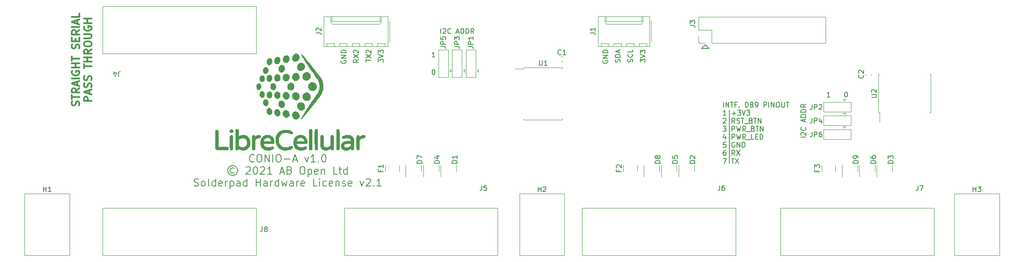
<source format=gto>
%TF.GenerationSoftware,KiCad,Pcbnew,(5.99.0-8090-ga1d7a959f7)*%
%TF.CreationDate,2021-08-13T15:27:52+01:00*%
%TF.ProjectId,CONIO-A,434f4e49-4f2d-4412-9e6b-696361645f70,rev?*%
%TF.SameCoordinates,Original*%
%TF.FileFunction,Legend,Top*%
%TF.FilePolarity,Positive*%
%FSLAX46Y46*%
G04 Gerber Fmt 4.6, Leading zero omitted, Abs format (unit mm)*
G04 Created by KiCad (PCBNEW (5.99.0-8090-ga1d7a959f7)) date 2021-08-13 15:27:52*
%MOMM*%
%LPD*%
G01*
G04 APERTURE LIST*
%ADD10C,0.150000*%
%ADD11C,0.200000*%
%ADD12C,0.300000*%
%ADD13C,0.120000*%
%ADD14C,0.010000*%
G04 APERTURE END LIST*
D10*
X191135430Y-101827080D02*
X191133984Y-91165992D01*
X187050000Y-78800000D02*
X185550000Y-78800000D01*
X185550000Y-78800000D02*
X186300000Y-78050000D01*
X186300000Y-78050000D02*
X187050000Y-78800000D01*
X171704761Y-81468928D02*
X171752380Y-81326071D01*
X171752380Y-81087976D01*
X171704761Y-80992738D01*
X171657142Y-80945119D01*
X171561904Y-80897500D01*
X171466666Y-80897500D01*
X171371428Y-80945119D01*
X171323809Y-80992738D01*
X171276190Y-81087976D01*
X171228571Y-81278452D01*
X171180952Y-81373690D01*
X171133333Y-81421309D01*
X171038095Y-81468928D01*
X170942857Y-81468928D01*
X170847619Y-81421309D01*
X170800000Y-81373690D01*
X170752380Y-81278452D01*
X170752380Y-81040357D01*
X170800000Y-80897500D01*
X171657142Y-79897500D02*
X171704761Y-79945119D01*
X171752380Y-80087976D01*
X171752380Y-80183214D01*
X171704761Y-80326071D01*
X171609523Y-80421309D01*
X171514285Y-80468928D01*
X171323809Y-80516547D01*
X171180952Y-80516547D01*
X170990476Y-80468928D01*
X170895238Y-80421309D01*
X170800000Y-80326071D01*
X170752380Y-80183214D01*
X170752380Y-80087976D01*
X170800000Y-79945119D01*
X170847619Y-79897500D01*
X171752380Y-78992738D02*
X171752380Y-79468928D01*
X170752380Y-79468928D01*
X132085714Y-80502380D02*
X131514285Y-80502380D01*
X131800000Y-80502380D02*
X131800000Y-79502380D01*
X131704761Y-79645238D01*
X131609523Y-79740476D01*
X131514285Y-79788095D01*
X116752380Y-80992738D02*
X116276190Y-81326071D01*
X116752380Y-81564166D02*
X115752380Y-81564166D01*
X115752380Y-81183214D01*
X115800000Y-81087976D01*
X115847619Y-81040357D01*
X115942857Y-80992738D01*
X116085714Y-80992738D01*
X116180952Y-81040357D01*
X116228571Y-81087976D01*
X116276190Y-81183214D01*
X116276190Y-81564166D01*
X115752380Y-80659404D02*
X116752380Y-79992738D01*
X115752380Y-79992738D02*
X116752380Y-80659404D01*
X115847619Y-79659404D02*
X115800000Y-79611785D01*
X115752380Y-79516547D01*
X115752380Y-79278452D01*
X115800000Y-79183214D01*
X115847619Y-79135595D01*
X115942857Y-79087976D01*
X116038095Y-79087976D01*
X116180952Y-79135595D01*
X116752380Y-79707023D01*
X116752380Y-79087976D01*
X118252380Y-81468928D02*
X118252380Y-80897500D01*
X119252380Y-81183214D02*
X118252380Y-81183214D01*
X118252380Y-80659404D02*
X119252380Y-79992738D01*
X118252380Y-79992738D02*
X119252380Y-80659404D01*
X118347619Y-79659404D02*
X118300000Y-79611785D01*
X118252380Y-79516547D01*
X118252380Y-79278452D01*
X118300000Y-79183214D01*
X118347619Y-79135595D01*
X118442857Y-79087976D01*
X118538095Y-79087976D01*
X118680952Y-79135595D01*
X119252380Y-79707023D01*
X119252380Y-79087976D01*
X189970596Y-90558636D02*
X189970596Y-89558636D01*
X190446786Y-90558636D02*
X190446786Y-89558636D01*
X191018215Y-90558636D01*
X191018215Y-89558636D01*
X191351548Y-89558636D02*
X191922977Y-89558636D01*
X191637262Y-90558636D02*
X191637262Y-89558636D01*
X192589643Y-90034827D02*
X192256310Y-90034827D01*
X192256310Y-90558636D02*
X192256310Y-89558636D01*
X192732501Y-89558636D01*
X193113453Y-90463398D02*
X193161072Y-90511017D01*
X193113453Y-90558636D01*
X193065834Y-90511017D01*
X193113453Y-90463398D01*
X193113453Y-90558636D01*
X194351548Y-90558636D02*
X194351548Y-89558636D01*
X194589643Y-89558636D01*
X194732501Y-89606256D01*
X194827739Y-89701494D01*
X194875358Y-89796732D01*
X194922977Y-89987208D01*
X194922977Y-90130065D01*
X194875358Y-90320541D01*
X194827739Y-90415779D01*
X194732501Y-90511017D01*
X194589643Y-90558636D01*
X194351548Y-90558636D01*
X195684881Y-90034827D02*
X195827739Y-90082446D01*
X195875358Y-90130065D01*
X195922977Y-90225303D01*
X195922977Y-90368160D01*
X195875358Y-90463398D01*
X195827739Y-90511017D01*
X195732501Y-90558636D01*
X195351548Y-90558636D01*
X195351548Y-89558636D01*
X195684881Y-89558636D01*
X195780120Y-89606256D01*
X195827739Y-89653875D01*
X195875358Y-89749113D01*
X195875358Y-89844351D01*
X195827739Y-89939589D01*
X195780120Y-89987208D01*
X195684881Y-90034827D01*
X195351548Y-90034827D01*
X196399167Y-90558636D02*
X196589643Y-90558636D01*
X196684881Y-90511017D01*
X196732501Y-90463398D01*
X196827739Y-90320541D01*
X196875358Y-90130065D01*
X196875358Y-89749113D01*
X196827739Y-89653875D01*
X196780120Y-89606256D01*
X196684881Y-89558636D01*
X196494405Y-89558636D01*
X196399167Y-89606256D01*
X196351548Y-89653875D01*
X196303929Y-89749113D01*
X196303929Y-89987208D01*
X196351548Y-90082446D01*
X196399167Y-90130065D01*
X196494405Y-90177684D01*
X196684881Y-90177684D01*
X196780120Y-90130065D01*
X196827739Y-90082446D01*
X196875358Y-89987208D01*
X198065834Y-90558636D02*
X198065834Y-89558636D01*
X198446786Y-89558636D01*
X198542024Y-89606256D01*
X198589643Y-89653875D01*
X198637262Y-89749113D01*
X198637262Y-89891970D01*
X198589643Y-89987208D01*
X198542024Y-90034827D01*
X198446786Y-90082446D01*
X198065834Y-90082446D01*
X199065834Y-90558636D02*
X199065834Y-89558636D01*
X199542024Y-90558636D02*
X199542024Y-89558636D01*
X200113453Y-90558636D01*
X200113453Y-89558636D01*
X200780120Y-89558636D02*
X200970596Y-89558636D01*
X201065834Y-89606256D01*
X201161072Y-89701494D01*
X201208691Y-89891970D01*
X201208691Y-90225303D01*
X201161072Y-90415779D01*
X201065834Y-90511017D01*
X200970596Y-90558636D01*
X200780120Y-90558636D01*
X200684881Y-90511017D01*
X200589643Y-90415779D01*
X200542024Y-90225303D01*
X200542024Y-89891970D01*
X200589643Y-89701494D01*
X200684881Y-89606256D01*
X200780120Y-89558636D01*
X201637262Y-89558636D02*
X201637262Y-90368160D01*
X201684881Y-90463398D01*
X201732501Y-90511017D01*
X201827739Y-90558636D01*
X202018215Y-90558636D01*
X202113453Y-90511017D01*
X202161072Y-90463398D01*
X202208691Y-90368160D01*
X202208691Y-89558636D01*
X202542024Y-89558636D02*
X203113453Y-89558636D01*
X202827739Y-90558636D02*
X202827739Y-89558636D01*
X190494405Y-92168636D02*
X189922977Y-92168636D01*
X190208691Y-92168636D02*
X190208691Y-91168636D01*
X190113453Y-91311494D01*
X190018215Y-91406732D01*
X189922977Y-91454351D01*
X191684881Y-91787684D02*
X192446786Y-91787684D01*
X192065834Y-92168636D02*
X192065834Y-91406732D01*
X192827739Y-91168636D02*
X193446786Y-91168636D01*
X193113453Y-91549589D01*
X193256310Y-91549589D01*
X193351548Y-91597208D01*
X193399167Y-91644827D01*
X193446786Y-91740065D01*
X193446786Y-91978160D01*
X193399167Y-92073398D01*
X193351548Y-92121017D01*
X193256310Y-92168636D01*
X192970596Y-92168636D01*
X192875358Y-92121017D01*
X192827739Y-92073398D01*
X193732501Y-91168636D02*
X194065834Y-92168636D01*
X194399167Y-91168636D01*
X194637262Y-91168636D02*
X195256310Y-91168636D01*
X194922977Y-91549589D01*
X195065834Y-91549589D01*
X195161072Y-91597208D01*
X195208691Y-91644827D01*
X195256310Y-91740065D01*
X195256310Y-91978160D01*
X195208691Y-92073398D01*
X195161072Y-92121017D01*
X195065834Y-92168636D01*
X194780120Y-92168636D01*
X194684881Y-92121017D01*
X194637262Y-92073398D01*
X189922977Y-92873875D02*
X189970596Y-92826256D01*
X190065834Y-92778636D01*
X190303929Y-92778636D01*
X190399167Y-92826256D01*
X190446786Y-92873875D01*
X190494405Y-92969113D01*
X190494405Y-93064351D01*
X190446786Y-93207208D01*
X189875358Y-93778636D01*
X190494405Y-93778636D01*
X192256310Y-93778636D02*
X191922977Y-93302446D01*
X191684881Y-93778636D02*
X191684881Y-92778636D01*
X192065834Y-92778636D01*
X192161072Y-92826256D01*
X192208691Y-92873875D01*
X192256310Y-92969113D01*
X192256310Y-93111970D01*
X192208691Y-93207208D01*
X192161072Y-93254827D01*
X192065834Y-93302446D01*
X191684881Y-93302446D01*
X192637262Y-93731017D02*
X192780120Y-93778636D01*
X193018215Y-93778636D01*
X193113453Y-93731017D01*
X193161072Y-93683398D01*
X193208691Y-93588160D01*
X193208691Y-93492922D01*
X193161072Y-93397684D01*
X193113453Y-93350065D01*
X193018215Y-93302446D01*
X192827739Y-93254827D01*
X192732501Y-93207208D01*
X192684881Y-93159589D01*
X192637262Y-93064351D01*
X192637262Y-92969113D01*
X192684881Y-92873875D01*
X192732501Y-92826256D01*
X192827739Y-92778636D01*
X193065834Y-92778636D01*
X193208691Y-92826256D01*
X193494405Y-92778636D02*
X194065834Y-92778636D01*
X193780120Y-93778636D02*
X193780120Y-92778636D01*
X194161072Y-93873875D02*
X194922977Y-93873875D01*
X195494405Y-93254827D02*
X195637262Y-93302446D01*
X195684881Y-93350065D01*
X195732501Y-93445303D01*
X195732501Y-93588160D01*
X195684881Y-93683398D01*
X195637262Y-93731017D01*
X195542024Y-93778636D01*
X195161072Y-93778636D01*
X195161072Y-92778636D01*
X195494405Y-92778636D01*
X195589643Y-92826256D01*
X195637262Y-92873875D01*
X195684881Y-92969113D01*
X195684881Y-93064351D01*
X195637262Y-93159589D01*
X195589643Y-93207208D01*
X195494405Y-93254827D01*
X195161072Y-93254827D01*
X196018215Y-92778636D02*
X196589643Y-92778636D01*
X196303929Y-93778636D02*
X196303929Y-92778636D01*
X196922977Y-93778636D02*
X196922977Y-92778636D01*
X197494405Y-93778636D01*
X197494405Y-92778636D01*
X189875358Y-94388636D02*
X190494405Y-94388636D01*
X190161072Y-94769589D01*
X190303929Y-94769589D01*
X190399167Y-94817208D01*
X190446786Y-94864827D01*
X190494405Y-94960065D01*
X190494405Y-95198160D01*
X190446786Y-95293398D01*
X190399167Y-95341017D01*
X190303929Y-95388636D01*
X190018215Y-95388636D01*
X189922977Y-95341017D01*
X189875358Y-95293398D01*
X191684881Y-95388636D02*
X191684881Y-94388636D01*
X192065834Y-94388636D01*
X192161072Y-94436256D01*
X192208691Y-94483875D01*
X192256310Y-94579113D01*
X192256310Y-94721970D01*
X192208691Y-94817208D01*
X192161072Y-94864827D01*
X192065834Y-94912446D01*
X191684881Y-94912446D01*
X192589643Y-94388636D02*
X192827739Y-95388636D01*
X193018215Y-94674351D01*
X193208691Y-95388636D01*
X193446786Y-94388636D01*
X194399167Y-95388636D02*
X194065834Y-94912446D01*
X193827739Y-95388636D02*
X193827739Y-94388636D01*
X194208691Y-94388636D01*
X194303929Y-94436256D01*
X194351548Y-94483875D01*
X194399167Y-94579113D01*
X194399167Y-94721970D01*
X194351548Y-94817208D01*
X194303929Y-94864827D01*
X194208691Y-94912446D01*
X193827739Y-94912446D01*
X194589643Y-95483875D02*
X195351548Y-95483875D01*
X195922977Y-94864827D02*
X196065834Y-94912446D01*
X196113453Y-94960065D01*
X196161072Y-95055303D01*
X196161072Y-95198160D01*
X196113453Y-95293398D01*
X196065834Y-95341017D01*
X195970596Y-95388636D01*
X195589643Y-95388636D01*
X195589643Y-94388636D01*
X195922977Y-94388636D01*
X196018215Y-94436256D01*
X196065834Y-94483875D01*
X196113453Y-94579113D01*
X196113453Y-94674351D01*
X196065834Y-94769589D01*
X196018215Y-94817208D01*
X195922977Y-94864827D01*
X195589643Y-94864827D01*
X196446786Y-94388636D02*
X197018215Y-94388636D01*
X196732501Y-95388636D02*
X196732501Y-94388636D01*
X197351548Y-95388636D02*
X197351548Y-94388636D01*
X197922977Y-95388636D01*
X197922977Y-94388636D01*
X190399167Y-96331970D02*
X190399167Y-96998636D01*
X190161072Y-95951017D02*
X189922977Y-96665303D01*
X190542024Y-96665303D01*
X191684881Y-96998636D02*
X191684881Y-95998636D01*
X192065834Y-95998636D01*
X192161072Y-96046256D01*
X192208691Y-96093875D01*
X192256310Y-96189113D01*
X192256310Y-96331970D01*
X192208691Y-96427208D01*
X192161072Y-96474827D01*
X192065834Y-96522446D01*
X191684881Y-96522446D01*
X192589643Y-95998636D02*
X192827739Y-96998636D01*
X193018215Y-96284351D01*
X193208691Y-96998636D01*
X193446786Y-95998636D01*
X194399167Y-96998636D02*
X194065834Y-96522446D01*
X193827739Y-96998636D02*
X193827739Y-95998636D01*
X194208691Y-95998636D01*
X194303929Y-96046256D01*
X194351548Y-96093875D01*
X194399167Y-96189113D01*
X194399167Y-96331970D01*
X194351548Y-96427208D01*
X194303929Y-96474827D01*
X194208691Y-96522446D01*
X193827739Y-96522446D01*
X194589643Y-97093875D02*
X195351548Y-97093875D01*
X196065834Y-96998636D02*
X195589643Y-96998636D01*
X195589643Y-95998636D01*
X196399167Y-96474827D02*
X196732501Y-96474827D01*
X196875358Y-96998636D02*
X196399167Y-96998636D01*
X196399167Y-95998636D01*
X196875358Y-95998636D01*
X197303929Y-96998636D02*
X197303929Y-95998636D01*
X197542024Y-95998636D01*
X197684881Y-96046256D01*
X197780120Y-96141494D01*
X197827739Y-96236732D01*
X197875358Y-96427208D01*
X197875358Y-96570065D01*
X197827739Y-96760541D01*
X197780120Y-96855779D01*
X197684881Y-96951017D01*
X197542024Y-96998636D01*
X197303929Y-96998636D01*
X190446786Y-97608636D02*
X189970596Y-97608636D01*
X189922977Y-98084827D01*
X189970596Y-98037208D01*
X190065834Y-97989589D01*
X190303929Y-97989589D01*
X190399167Y-98037208D01*
X190446786Y-98084827D01*
X190494405Y-98180065D01*
X190494405Y-98418160D01*
X190446786Y-98513398D01*
X190399167Y-98561017D01*
X190303929Y-98608636D01*
X190065834Y-98608636D01*
X189970596Y-98561017D01*
X189922977Y-98513398D01*
X192208691Y-97656256D02*
X192113453Y-97608636D01*
X191970596Y-97608636D01*
X191827739Y-97656256D01*
X191732501Y-97751494D01*
X191684881Y-97846732D01*
X191637262Y-98037208D01*
X191637262Y-98180065D01*
X191684881Y-98370541D01*
X191732501Y-98465779D01*
X191827739Y-98561017D01*
X191970596Y-98608636D01*
X192065834Y-98608636D01*
X192208691Y-98561017D01*
X192256310Y-98513398D01*
X192256310Y-98180065D01*
X192065834Y-98180065D01*
X192684881Y-98608636D02*
X192684881Y-97608636D01*
X193256310Y-98608636D01*
X193256310Y-97608636D01*
X193732501Y-98608636D02*
X193732501Y-97608636D01*
X193970596Y-97608636D01*
X194113453Y-97656256D01*
X194208691Y-97751494D01*
X194256310Y-97846732D01*
X194303929Y-98037208D01*
X194303929Y-98180065D01*
X194256310Y-98370541D01*
X194208691Y-98465779D01*
X194113453Y-98561017D01*
X193970596Y-98608636D01*
X193732501Y-98608636D01*
X190399167Y-99218636D02*
X190208691Y-99218636D01*
X190113453Y-99266256D01*
X190065834Y-99313875D01*
X189970596Y-99456732D01*
X189922977Y-99647208D01*
X189922977Y-100028160D01*
X189970596Y-100123398D01*
X190018215Y-100171017D01*
X190113453Y-100218636D01*
X190303929Y-100218636D01*
X190399167Y-100171017D01*
X190446786Y-100123398D01*
X190494405Y-100028160D01*
X190494405Y-99790065D01*
X190446786Y-99694827D01*
X190399167Y-99647208D01*
X190303929Y-99599589D01*
X190113453Y-99599589D01*
X190018215Y-99647208D01*
X189970596Y-99694827D01*
X189922977Y-99790065D01*
X192256310Y-100218636D02*
X191922977Y-99742446D01*
X191684881Y-100218636D02*
X191684881Y-99218636D01*
X192065834Y-99218636D01*
X192161072Y-99266256D01*
X192208691Y-99313875D01*
X192256310Y-99409113D01*
X192256310Y-99551970D01*
X192208691Y-99647208D01*
X192161072Y-99694827D01*
X192065834Y-99742446D01*
X191684881Y-99742446D01*
X192589643Y-99218636D02*
X193256310Y-100218636D01*
X193256310Y-99218636D02*
X192589643Y-100218636D01*
X189875358Y-100828636D02*
X190542024Y-100828636D01*
X190113453Y-101828636D01*
X191542024Y-100828636D02*
X192113453Y-100828636D01*
X191827739Y-101828636D02*
X191827739Y-100828636D01*
X192351548Y-100828636D02*
X193018215Y-101828636D01*
X193018215Y-100828636D02*
X192351548Y-101828636D01*
X211335714Y-88502380D02*
X210764285Y-88502380D01*
X211050000Y-88502380D02*
X211050000Y-87502380D01*
X210954761Y-87645238D01*
X210859523Y-87740476D01*
X210764285Y-87788095D01*
X214502380Y-87502380D02*
X214597619Y-87502380D01*
X214692857Y-87550000D01*
X214740476Y-87597619D01*
X214788095Y-87692857D01*
X214835714Y-87883333D01*
X214835714Y-88121428D01*
X214788095Y-88311904D01*
X214740476Y-88407142D01*
X214692857Y-88454761D01*
X214597619Y-88502380D01*
X214502380Y-88502380D01*
X214407142Y-88454761D01*
X214359523Y-88407142D01*
X214311904Y-88311904D01*
X214264285Y-88121428D01*
X214264285Y-87883333D01*
X214311904Y-87692857D01*
X214359523Y-87597619D01*
X214407142Y-87550000D01*
X214502380Y-87502380D01*
X169204761Y-81516547D02*
X169252380Y-81373690D01*
X169252380Y-81135595D01*
X169204761Y-81040357D01*
X169157142Y-80992738D01*
X169061904Y-80945119D01*
X168966666Y-80945119D01*
X168871428Y-80992738D01*
X168823809Y-81040357D01*
X168776190Y-81135595D01*
X168728571Y-81326071D01*
X168680952Y-81421309D01*
X168633333Y-81468928D01*
X168538095Y-81516547D01*
X168442857Y-81516547D01*
X168347619Y-81468928D01*
X168300000Y-81421309D01*
X168252380Y-81326071D01*
X168252380Y-81087976D01*
X168300000Y-80945119D01*
X169252380Y-80516547D02*
X168252380Y-80516547D01*
X168252380Y-80278452D01*
X168300000Y-80135595D01*
X168395238Y-80040357D01*
X168490476Y-79992738D01*
X168680952Y-79945119D01*
X168823809Y-79945119D01*
X169014285Y-79992738D01*
X169109523Y-80040357D01*
X169204761Y-80135595D01*
X169252380Y-80278452D01*
X169252380Y-80516547D01*
X168966666Y-79564166D02*
X168966666Y-79087976D01*
X169252380Y-79659404D02*
X168252380Y-79326071D01*
X169252380Y-78992738D01*
X131752380Y-83002380D02*
X131847619Y-83002380D01*
X131942857Y-83050000D01*
X131990476Y-83097619D01*
X132038095Y-83192857D01*
X132085714Y-83383333D01*
X132085714Y-83621428D01*
X132038095Y-83811904D01*
X131990476Y-83907142D01*
X131942857Y-83954761D01*
X131847619Y-84002380D01*
X131752380Y-84002380D01*
X131657142Y-83954761D01*
X131609523Y-83907142D01*
X131561904Y-83811904D01*
X131514285Y-83621428D01*
X131514285Y-83383333D01*
X131561904Y-83192857D01*
X131609523Y-83097619D01*
X131657142Y-83050000D01*
X131752380Y-83002380D01*
D11*
X95800000Y-101420714D02*
X95728571Y-101492142D01*
X95514285Y-101563571D01*
X95371428Y-101563571D01*
X95157142Y-101492142D01*
X95014285Y-101349285D01*
X94942857Y-101206428D01*
X94871428Y-100920714D01*
X94871428Y-100706428D01*
X94942857Y-100420714D01*
X95014285Y-100277857D01*
X95157142Y-100135000D01*
X95371428Y-100063571D01*
X95514285Y-100063571D01*
X95728571Y-100135000D01*
X95800000Y-100206428D01*
X96728571Y-100063571D02*
X97014285Y-100063571D01*
X97157142Y-100135000D01*
X97300000Y-100277857D01*
X97371428Y-100563571D01*
X97371428Y-101063571D01*
X97300000Y-101349285D01*
X97157142Y-101492142D01*
X97014285Y-101563571D01*
X96728571Y-101563571D01*
X96585714Y-101492142D01*
X96442857Y-101349285D01*
X96371428Y-101063571D01*
X96371428Y-100563571D01*
X96442857Y-100277857D01*
X96585714Y-100135000D01*
X96728571Y-100063571D01*
X98014285Y-101563571D02*
X98014285Y-100063571D01*
X98871428Y-101563571D01*
X98871428Y-100063571D01*
X99585714Y-101563571D02*
X99585714Y-100063571D01*
X100585714Y-100063571D02*
X100871428Y-100063571D01*
X101014285Y-100135000D01*
X101157142Y-100277857D01*
X101228571Y-100563571D01*
X101228571Y-101063571D01*
X101157142Y-101349285D01*
X101014285Y-101492142D01*
X100871428Y-101563571D01*
X100585714Y-101563571D01*
X100442857Y-101492142D01*
X100300000Y-101349285D01*
X100228571Y-101063571D01*
X100228571Y-100563571D01*
X100300000Y-100277857D01*
X100442857Y-100135000D01*
X100585714Y-100063571D01*
X101871428Y-100992142D02*
X103014285Y-100992142D01*
X103657142Y-101135000D02*
X104371428Y-101135000D01*
X103514285Y-101563571D02*
X104014285Y-100063571D01*
X104514285Y-101563571D01*
X106014285Y-100563571D02*
X106371428Y-101563571D01*
X106728571Y-100563571D01*
X108085714Y-101563571D02*
X107228571Y-101563571D01*
X107657142Y-101563571D02*
X107657142Y-100063571D01*
X107514285Y-100277857D01*
X107371428Y-100420714D01*
X107228571Y-100492142D01*
X108728571Y-101420714D02*
X108800000Y-101492142D01*
X108728571Y-101563571D01*
X108657142Y-101492142D01*
X108728571Y-101420714D01*
X108728571Y-101563571D01*
X109728571Y-100063571D02*
X109871428Y-100063571D01*
X110014285Y-100135000D01*
X110085714Y-100206428D01*
X110157142Y-100349285D01*
X110228571Y-100635000D01*
X110228571Y-100992142D01*
X110157142Y-101277857D01*
X110085714Y-101420714D01*
X110014285Y-101492142D01*
X109871428Y-101563571D01*
X109728571Y-101563571D01*
X109585714Y-101492142D01*
X109514285Y-101420714D01*
X109442857Y-101277857D01*
X109371428Y-100992142D01*
X109371428Y-100635000D01*
X109442857Y-100349285D01*
X109514285Y-100206428D01*
X109585714Y-100135000D01*
X109728571Y-100063571D01*
X91800000Y-102835714D02*
X91657142Y-102764285D01*
X91371428Y-102764285D01*
X91228571Y-102835714D01*
X91085714Y-102978571D01*
X91014285Y-103121428D01*
X91014285Y-103407142D01*
X91085714Y-103550000D01*
X91228571Y-103692857D01*
X91371428Y-103764285D01*
X91657142Y-103764285D01*
X91800000Y-103692857D01*
X91514285Y-102264285D02*
X91157142Y-102335714D01*
X90800000Y-102550000D01*
X90585714Y-102907142D01*
X90514285Y-103264285D01*
X90585714Y-103621428D01*
X90800000Y-103978571D01*
X91157142Y-104192857D01*
X91514285Y-104264285D01*
X91871428Y-104192857D01*
X92228571Y-103978571D01*
X92442857Y-103621428D01*
X92514285Y-103264285D01*
X92442857Y-102907142D01*
X92228571Y-102550000D01*
X91871428Y-102335714D01*
X91514285Y-102264285D01*
X94228571Y-102621428D02*
X94300000Y-102550000D01*
X94442857Y-102478571D01*
X94800000Y-102478571D01*
X94942857Y-102550000D01*
X95014285Y-102621428D01*
X95085714Y-102764285D01*
X95085714Y-102907142D01*
X95014285Y-103121428D01*
X94157142Y-103978571D01*
X95085714Y-103978571D01*
X96014285Y-102478571D02*
X96157142Y-102478571D01*
X96300000Y-102550000D01*
X96371428Y-102621428D01*
X96442857Y-102764285D01*
X96514285Y-103050000D01*
X96514285Y-103407142D01*
X96442857Y-103692857D01*
X96371428Y-103835714D01*
X96300000Y-103907142D01*
X96157142Y-103978571D01*
X96014285Y-103978571D01*
X95871428Y-103907142D01*
X95800000Y-103835714D01*
X95728571Y-103692857D01*
X95657142Y-103407142D01*
X95657142Y-103050000D01*
X95728571Y-102764285D01*
X95800000Y-102621428D01*
X95871428Y-102550000D01*
X96014285Y-102478571D01*
X97085714Y-102621428D02*
X97157142Y-102550000D01*
X97300000Y-102478571D01*
X97657142Y-102478571D01*
X97800000Y-102550000D01*
X97871428Y-102621428D01*
X97942857Y-102764285D01*
X97942857Y-102907142D01*
X97871428Y-103121428D01*
X97014285Y-103978571D01*
X97942857Y-103978571D01*
X99371428Y-103978571D02*
X98514285Y-103978571D01*
X98942857Y-103978571D02*
X98942857Y-102478571D01*
X98800000Y-102692857D01*
X98657142Y-102835714D01*
X98514285Y-102907142D01*
X101085714Y-103550000D02*
X101800000Y-103550000D01*
X100942857Y-103978571D02*
X101442857Y-102478571D01*
X101942857Y-103978571D01*
X102942857Y-103192857D02*
X103157142Y-103264285D01*
X103228571Y-103335714D01*
X103300000Y-103478571D01*
X103300000Y-103692857D01*
X103228571Y-103835714D01*
X103157142Y-103907142D01*
X103014285Y-103978571D01*
X102442857Y-103978571D01*
X102442857Y-102478571D01*
X102942857Y-102478571D01*
X103085714Y-102550000D01*
X103157142Y-102621428D01*
X103228571Y-102764285D01*
X103228571Y-102907142D01*
X103157142Y-103050000D01*
X103085714Y-103121428D01*
X102942857Y-103192857D01*
X102442857Y-103192857D01*
X105371428Y-102478571D02*
X105657142Y-102478571D01*
X105800000Y-102550000D01*
X105942857Y-102692857D01*
X106014285Y-102978571D01*
X106014285Y-103478571D01*
X105942857Y-103764285D01*
X105800000Y-103907142D01*
X105657142Y-103978571D01*
X105371428Y-103978571D01*
X105228571Y-103907142D01*
X105085714Y-103764285D01*
X105014285Y-103478571D01*
X105014285Y-102978571D01*
X105085714Y-102692857D01*
X105228571Y-102550000D01*
X105371428Y-102478571D01*
X106657142Y-102978571D02*
X106657142Y-104478571D01*
X106657142Y-103050000D02*
X106800000Y-102978571D01*
X107085714Y-102978571D01*
X107228571Y-103050000D01*
X107300000Y-103121428D01*
X107371428Y-103264285D01*
X107371428Y-103692857D01*
X107300000Y-103835714D01*
X107228571Y-103907142D01*
X107085714Y-103978571D01*
X106800000Y-103978571D01*
X106657142Y-103907142D01*
X108585714Y-103907142D02*
X108442857Y-103978571D01*
X108157142Y-103978571D01*
X108014285Y-103907142D01*
X107942857Y-103764285D01*
X107942857Y-103192857D01*
X108014285Y-103050000D01*
X108157142Y-102978571D01*
X108442857Y-102978571D01*
X108585714Y-103050000D01*
X108657142Y-103192857D01*
X108657142Y-103335714D01*
X107942857Y-103478571D01*
X109300000Y-102978571D02*
X109300000Y-103978571D01*
X109300000Y-103121428D02*
X109371428Y-103050000D01*
X109514285Y-102978571D01*
X109728571Y-102978571D01*
X109871428Y-103050000D01*
X109942857Y-103192857D01*
X109942857Y-103978571D01*
X112514285Y-103978571D02*
X111800000Y-103978571D01*
X111800000Y-102478571D01*
X112800000Y-102978571D02*
X113371428Y-102978571D01*
X113014285Y-102478571D02*
X113014285Y-103764285D01*
X113085714Y-103907142D01*
X113228571Y-103978571D01*
X113371428Y-103978571D01*
X114514285Y-103978571D02*
X114514285Y-102478571D01*
X114514285Y-103907142D02*
X114371428Y-103978571D01*
X114085714Y-103978571D01*
X113942857Y-103907142D01*
X113871428Y-103835714D01*
X113800000Y-103692857D01*
X113800000Y-103264285D01*
X113871428Y-103121428D01*
X113942857Y-103050000D01*
X114085714Y-102978571D01*
X114371428Y-102978571D01*
X114514285Y-103050000D01*
X83800000Y-106322142D02*
X84014285Y-106393571D01*
X84371428Y-106393571D01*
X84514285Y-106322142D01*
X84585714Y-106250714D01*
X84657142Y-106107857D01*
X84657142Y-105965000D01*
X84585714Y-105822142D01*
X84514285Y-105750714D01*
X84371428Y-105679285D01*
X84085714Y-105607857D01*
X83942857Y-105536428D01*
X83871428Y-105465000D01*
X83800000Y-105322142D01*
X83800000Y-105179285D01*
X83871428Y-105036428D01*
X83942857Y-104965000D01*
X84085714Y-104893571D01*
X84442857Y-104893571D01*
X84657142Y-104965000D01*
X85514285Y-106393571D02*
X85371428Y-106322142D01*
X85300000Y-106250714D01*
X85228571Y-106107857D01*
X85228571Y-105679285D01*
X85300000Y-105536428D01*
X85371428Y-105465000D01*
X85514285Y-105393571D01*
X85728571Y-105393571D01*
X85871428Y-105465000D01*
X85942857Y-105536428D01*
X86014285Y-105679285D01*
X86014285Y-106107857D01*
X85942857Y-106250714D01*
X85871428Y-106322142D01*
X85728571Y-106393571D01*
X85514285Y-106393571D01*
X86871428Y-106393571D02*
X86728571Y-106322142D01*
X86657142Y-106179285D01*
X86657142Y-104893571D01*
X88085714Y-106393571D02*
X88085714Y-104893571D01*
X88085714Y-106322142D02*
X87942857Y-106393571D01*
X87657142Y-106393571D01*
X87514285Y-106322142D01*
X87442857Y-106250714D01*
X87371428Y-106107857D01*
X87371428Y-105679285D01*
X87442857Y-105536428D01*
X87514285Y-105465000D01*
X87657142Y-105393571D01*
X87942857Y-105393571D01*
X88085714Y-105465000D01*
X89371428Y-106322142D02*
X89228571Y-106393571D01*
X88942857Y-106393571D01*
X88800000Y-106322142D01*
X88728571Y-106179285D01*
X88728571Y-105607857D01*
X88800000Y-105465000D01*
X88942857Y-105393571D01*
X89228571Y-105393571D01*
X89371428Y-105465000D01*
X89442857Y-105607857D01*
X89442857Y-105750714D01*
X88728571Y-105893571D01*
X90085714Y-106393571D02*
X90085714Y-105393571D01*
X90085714Y-105679285D02*
X90157142Y-105536428D01*
X90228571Y-105465000D01*
X90371428Y-105393571D01*
X90514285Y-105393571D01*
X91014285Y-105393571D02*
X91014285Y-106893571D01*
X91014285Y-105465000D02*
X91157142Y-105393571D01*
X91442857Y-105393571D01*
X91585714Y-105465000D01*
X91657142Y-105536428D01*
X91728571Y-105679285D01*
X91728571Y-106107857D01*
X91657142Y-106250714D01*
X91585714Y-106322142D01*
X91442857Y-106393571D01*
X91157142Y-106393571D01*
X91014285Y-106322142D01*
X93014285Y-106393571D02*
X93014285Y-105607857D01*
X92942857Y-105465000D01*
X92800000Y-105393571D01*
X92514285Y-105393571D01*
X92371428Y-105465000D01*
X93014285Y-106322142D02*
X92871428Y-106393571D01*
X92514285Y-106393571D01*
X92371428Y-106322142D01*
X92300000Y-106179285D01*
X92300000Y-106036428D01*
X92371428Y-105893571D01*
X92514285Y-105822142D01*
X92871428Y-105822142D01*
X93014285Y-105750714D01*
X94371428Y-106393571D02*
X94371428Y-104893571D01*
X94371428Y-106322142D02*
X94228571Y-106393571D01*
X93942857Y-106393571D01*
X93800000Y-106322142D01*
X93728571Y-106250714D01*
X93657142Y-106107857D01*
X93657142Y-105679285D01*
X93728571Y-105536428D01*
X93800000Y-105465000D01*
X93942857Y-105393571D01*
X94228571Y-105393571D01*
X94371428Y-105465000D01*
X96228571Y-106393571D02*
X96228571Y-104893571D01*
X96228571Y-105607857D02*
X97085714Y-105607857D01*
X97085714Y-106393571D02*
X97085714Y-104893571D01*
X98442857Y-106393571D02*
X98442857Y-105607857D01*
X98371428Y-105465000D01*
X98228571Y-105393571D01*
X97942857Y-105393571D01*
X97800000Y-105465000D01*
X98442857Y-106322142D02*
X98300000Y-106393571D01*
X97942857Y-106393571D01*
X97800000Y-106322142D01*
X97728571Y-106179285D01*
X97728571Y-106036428D01*
X97800000Y-105893571D01*
X97942857Y-105822142D01*
X98300000Y-105822142D01*
X98442857Y-105750714D01*
X99157142Y-106393571D02*
X99157142Y-105393571D01*
X99157142Y-105679285D02*
X99228571Y-105536428D01*
X99300000Y-105465000D01*
X99442857Y-105393571D01*
X99585714Y-105393571D01*
X100728571Y-106393571D02*
X100728571Y-104893571D01*
X100728571Y-106322142D02*
X100585714Y-106393571D01*
X100300000Y-106393571D01*
X100157142Y-106322142D01*
X100085714Y-106250714D01*
X100014285Y-106107857D01*
X100014285Y-105679285D01*
X100085714Y-105536428D01*
X100157142Y-105465000D01*
X100300000Y-105393571D01*
X100585714Y-105393571D01*
X100728571Y-105465000D01*
X101300000Y-105393571D02*
X101585714Y-106393571D01*
X101871428Y-105679285D01*
X102157142Y-106393571D01*
X102442857Y-105393571D01*
X103657142Y-106393571D02*
X103657142Y-105607857D01*
X103585714Y-105465000D01*
X103442857Y-105393571D01*
X103157142Y-105393571D01*
X103014285Y-105465000D01*
X103657142Y-106322142D02*
X103514285Y-106393571D01*
X103157142Y-106393571D01*
X103014285Y-106322142D01*
X102942857Y-106179285D01*
X102942857Y-106036428D01*
X103014285Y-105893571D01*
X103157142Y-105822142D01*
X103514285Y-105822142D01*
X103657142Y-105750714D01*
X104371428Y-106393571D02*
X104371428Y-105393571D01*
X104371428Y-105679285D02*
X104442857Y-105536428D01*
X104514285Y-105465000D01*
X104657142Y-105393571D01*
X104800000Y-105393571D01*
X105871428Y-106322142D02*
X105728571Y-106393571D01*
X105442857Y-106393571D01*
X105300000Y-106322142D01*
X105228571Y-106179285D01*
X105228571Y-105607857D01*
X105300000Y-105465000D01*
X105442857Y-105393571D01*
X105728571Y-105393571D01*
X105871428Y-105465000D01*
X105942857Y-105607857D01*
X105942857Y-105750714D01*
X105228571Y-105893571D01*
X108442857Y-106393571D02*
X107728571Y-106393571D01*
X107728571Y-104893571D01*
X108942857Y-106393571D02*
X108942857Y-105393571D01*
X108942857Y-104893571D02*
X108871428Y-104965000D01*
X108942857Y-105036428D01*
X109014285Y-104965000D01*
X108942857Y-104893571D01*
X108942857Y-105036428D01*
X110300000Y-106322142D02*
X110157142Y-106393571D01*
X109871428Y-106393571D01*
X109728571Y-106322142D01*
X109657142Y-106250714D01*
X109585714Y-106107857D01*
X109585714Y-105679285D01*
X109657142Y-105536428D01*
X109728571Y-105465000D01*
X109871428Y-105393571D01*
X110157142Y-105393571D01*
X110300000Y-105465000D01*
X111514285Y-106322142D02*
X111371428Y-106393571D01*
X111085714Y-106393571D01*
X110942857Y-106322142D01*
X110871428Y-106179285D01*
X110871428Y-105607857D01*
X110942857Y-105465000D01*
X111085714Y-105393571D01*
X111371428Y-105393571D01*
X111514285Y-105465000D01*
X111585714Y-105607857D01*
X111585714Y-105750714D01*
X110871428Y-105893571D01*
X112228571Y-105393571D02*
X112228571Y-106393571D01*
X112228571Y-105536428D02*
X112300000Y-105465000D01*
X112442857Y-105393571D01*
X112657142Y-105393571D01*
X112800000Y-105465000D01*
X112871428Y-105607857D01*
X112871428Y-106393571D01*
X113514285Y-106322142D02*
X113657142Y-106393571D01*
X113942857Y-106393571D01*
X114085714Y-106322142D01*
X114157142Y-106179285D01*
X114157142Y-106107857D01*
X114085714Y-105965000D01*
X113942857Y-105893571D01*
X113728571Y-105893571D01*
X113585714Y-105822142D01*
X113514285Y-105679285D01*
X113514285Y-105607857D01*
X113585714Y-105465000D01*
X113728571Y-105393571D01*
X113942857Y-105393571D01*
X114085714Y-105465000D01*
X115371428Y-106322142D02*
X115228571Y-106393571D01*
X114942857Y-106393571D01*
X114800000Y-106322142D01*
X114728571Y-106179285D01*
X114728571Y-105607857D01*
X114800000Y-105465000D01*
X114942857Y-105393571D01*
X115228571Y-105393571D01*
X115371428Y-105465000D01*
X115442857Y-105607857D01*
X115442857Y-105750714D01*
X114728571Y-105893571D01*
X117085714Y-105393571D02*
X117442857Y-106393571D01*
X117800000Y-105393571D01*
X118300000Y-105036428D02*
X118371428Y-104965000D01*
X118514285Y-104893571D01*
X118871428Y-104893571D01*
X119014285Y-104965000D01*
X119085714Y-105036428D01*
X119157142Y-105179285D01*
X119157142Y-105322142D01*
X119085714Y-105536428D01*
X118228571Y-106393571D01*
X119157142Y-106393571D01*
X119800000Y-106250714D02*
X119871428Y-106322142D01*
X119800000Y-106393571D01*
X119728571Y-106322142D01*
X119800000Y-106250714D01*
X119800000Y-106393571D01*
X121300000Y-106393571D02*
X120442857Y-106393571D01*
X120871428Y-106393571D02*
X120871428Y-104893571D01*
X120728571Y-105107857D01*
X120585714Y-105250714D01*
X120442857Y-105322142D01*
D10*
X113300000Y-81183214D02*
X113252380Y-81278452D01*
X113252380Y-81421309D01*
X113300000Y-81564166D01*
X113395238Y-81659404D01*
X113490476Y-81707023D01*
X113680952Y-81754642D01*
X113823809Y-81754642D01*
X114014285Y-81707023D01*
X114109523Y-81659404D01*
X114204761Y-81564166D01*
X114252380Y-81421309D01*
X114252380Y-81326071D01*
X114204761Y-81183214D01*
X114157142Y-81135595D01*
X113823809Y-81135595D01*
X113823809Y-81326071D01*
X114252380Y-80707023D02*
X113252380Y-80707023D01*
X114252380Y-80135595D01*
X113252380Y-80135595D01*
X114252380Y-79659404D02*
X113252380Y-79659404D01*
X113252380Y-79421309D01*
X113300000Y-79278452D01*
X113395238Y-79183214D01*
X113490476Y-79135595D01*
X113680952Y-79087976D01*
X113823809Y-79087976D01*
X114014285Y-79135595D01*
X114109523Y-79183214D01*
X114204761Y-79278452D01*
X114252380Y-79421309D01*
X114252380Y-79659404D01*
X133264285Y-75752380D02*
X133264285Y-74752380D01*
X133692857Y-74847619D02*
X133740476Y-74800000D01*
X133835714Y-74752380D01*
X134073809Y-74752380D01*
X134169047Y-74800000D01*
X134216666Y-74847619D01*
X134264285Y-74942857D01*
X134264285Y-75038095D01*
X134216666Y-75180952D01*
X133645238Y-75752380D01*
X134264285Y-75752380D01*
X135264285Y-75657142D02*
X135216666Y-75704761D01*
X135073809Y-75752380D01*
X134978571Y-75752380D01*
X134835714Y-75704761D01*
X134740476Y-75609523D01*
X134692857Y-75514285D01*
X134645238Y-75323809D01*
X134645238Y-75180952D01*
X134692857Y-74990476D01*
X134740476Y-74895238D01*
X134835714Y-74800000D01*
X134978571Y-74752380D01*
X135073809Y-74752380D01*
X135216666Y-74800000D01*
X135264285Y-74847619D01*
X136407142Y-75466666D02*
X136883333Y-75466666D01*
X136311904Y-75752380D02*
X136645238Y-74752380D01*
X136978571Y-75752380D01*
X137311904Y-75752380D02*
X137311904Y-74752380D01*
X137550000Y-74752380D01*
X137692857Y-74800000D01*
X137788095Y-74895238D01*
X137835714Y-74990476D01*
X137883333Y-75180952D01*
X137883333Y-75323809D01*
X137835714Y-75514285D01*
X137788095Y-75609523D01*
X137692857Y-75704761D01*
X137550000Y-75752380D01*
X137311904Y-75752380D01*
X138311904Y-75752380D02*
X138311904Y-74752380D01*
X138550000Y-74752380D01*
X138692857Y-74800000D01*
X138788095Y-74895238D01*
X138835714Y-74990476D01*
X138883333Y-75180952D01*
X138883333Y-75323809D01*
X138835714Y-75514285D01*
X138788095Y-75609523D01*
X138692857Y-75704761D01*
X138550000Y-75752380D01*
X138311904Y-75752380D01*
X139883333Y-75752380D02*
X139550000Y-75276190D01*
X139311904Y-75752380D02*
X139311904Y-74752380D01*
X139692857Y-74752380D01*
X139788095Y-74800000D01*
X139835714Y-74847619D01*
X139883333Y-74942857D01*
X139883333Y-75085714D01*
X139835714Y-75180952D01*
X139788095Y-75228571D01*
X139692857Y-75276190D01*
X139311904Y-75276190D01*
X165800000Y-81183214D02*
X165752380Y-81278452D01*
X165752380Y-81421309D01*
X165800000Y-81564166D01*
X165895238Y-81659404D01*
X165990476Y-81707023D01*
X166180952Y-81754642D01*
X166323809Y-81754642D01*
X166514285Y-81707023D01*
X166609523Y-81659404D01*
X166704761Y-81564166D01*
X166752380Y-81421309D01*
X166752380Y-81326071D01*
X166704761Y-81183214D01*
X166657142Y-81135595D01*
X166323809Y-81135595D01*
X166323809Y-81326071D01*
X166752380Y-80707023D02*
X165752380Y-80707023D01*
X166752380Y-80135595D01*
X165752380Y-80135595D01*
X166752380Y-79659404D02*
X165752380Y-79659404D01*
X165752380Y-79421309D01*
X165800000Y-79278452D01*
X165895238Y-79183214D01*
X165990476Y-79135595D01*
X166180952Y-79087976D01*
X166323809Y-79087976D01*
X166514285Y-79135595D01*
X166609523Y-79183214D01*
X166704761Y-79278452D01*
X166752380Y-79421309D01*
X166752380Y-79659404D01*
X173252380Y-81516547D02*
X173252380Y-80897500D01*
X173633333Y-81230833D01*
X173633333Y-81087976D01*
X173680952Y-80992738D01*
X173728571Y-80945119D01*
X173823809Y-80897500D01*
X174061904Y-80897500D01*
X174157142Y-80945119D01*
X174204761Y-80992738D01*
X174252380Y-81087976D01*
X174252380Y-81373690D01*
X174204761Y-81468928D01*
X174157142Y-81516547D01*
X173252380Y-80611785D02*
X174252380Y-80278452D01*
X173252380Y-79945119D01*
X173252380Y-79707023D02*
X173252380Y-79087976D01*
X173633333Y-79421309D01*
X173633333Y-79278452D01*
X173680952Y-79183214D01*
X173728571Y-79135595D01*
X173823809Y-79087976D01*
X174061904Y-79087976D01*
X174157142Y-79135595D01*
X174204761Y-79183214D01*
X174252380Y-79278452D01*
X174252380Y-79564166D01*
X174204761Y-79659404D01*
X174157142Y-79707023D01*
D12*
X60699642Y-90228571D02*
X60771071Y-90014285D01*
X60771071Y-89657142D01*
X60699642Y-89514285D01*
X60628214Y-89442857D01*
X60485357Y-89371428D01*
X60342500Y-89371428D01*
X60199642Y-89442857D01*
X60128214Y-89514285D01*
X60056785Y-89657142D01*
X59985357Y-89942857D01*
X59913928Y-90085714D01*
X59842500Y-90157142D01*
X59699642Y-90228571D01*
X59556785Y-90228571D01*
X59413928Y-90157142D01*
X59342500Y-90085714D01*
X59271071Y-89942857D01*
X59271071Y-89585714D01*
X59342500Y-89371428D01*
X59271071Y-88942857D02*
X59271071Y-88085714D01*
X60771071Y-88514285D02*
X59271071Y-88514285D01*
X60771071Y-86728571D02*
X60056785Y-87228571D01*
X60771071Y-87585714D02*
X59271071Y-87585714D01*
X59271071Y-87014285D01*
X59342500Y-86871428D01*
X59413928Y-86800000D01*
X59556785Y-86728571D01*
X59771071Y-86728571D01*
X59913928Y-86800000D01*
X59985357Y-86871428D01*
X60056785Y-87014285D01*
X60056785Y-87585714D01*
X60342500Y-86157142D02*
X60342500Y-85442857D01*
X60771071Y-86300000D02*
X59271071Y-85800000D01*
X60771071Y-85300000D01*
X60771071Y-84800000D02*
X59271071Y-84800000D01*
X59342500Y-83300000D02*
X59271071Y-83442857D01*
X59271071Y-83657142D01*
X59342500Y-83871428D01*
X59485357Y-84014285D01*
X59628214Y-84085714D01*
X59913928Y-84157142D01*
X60128214Y-84157142D01*
X60413928Y-84085714D01*
X60556785Y-84014285D01*
X60699642Y-83871428D01*
X60771071Y-83657142D01*
X60771071Y-83514285D01*
X60699642Y-83300000D01*
X60628214Y-83228571D01*
X60128214Y-83228571D01*
X60128214Y-83514285D01*
X60771071Y-82585714D02*
X59271071Y-82585714D01*
X59985357Y-82585714D02*
X59985357Y-81728571D01*
X60771071Y-81728571D02*
X59271071Y-81728571D01*
X59271071Y-81228571D02*
X59271071Y-80371428D01*
X60771071Y-80800000D02*
X59271071Y-80800000D01*
X60699642Y-78800000D02*
X60771071Y-78585714D01*
X60771071Y-78228571D01*
X60699642Y-78085714D01*
X60628214Y-78014285D01*
X60485357Y-77942857D01*
X60342500Y-77942857D01*
X60199642Y-78014285D01*
X60128214Y-78085714D01*
X60056785Y-78228571D01*
X59985357Y-78514285D01*
X59913928Y-78657142D01*
X59842500Y-78728571D01*
X59699642Y-78800000D01*
X59556785Y-78800000D01*
X59413928Y-78728571D01*
X59342500Y-78657142D01*
X59271071Y-78514285D01*
X59271071Y-78157142D01*
X59342500Y-77942857D01*
X59985357Y-77300000D02*
X59985357Y-76800000D01*
X60771071Y-76585714D02*
X60771071Y-77300000D01*
X59271071Y-77300000D01*
X59271071Y-76585714D01*
X60771071Y-75085714D02*
X60056785Y-75585714D01*
X60771071Y-75942857D02*
X59271071Y-75942857D01*
X59271071Y-75371428D01*
X59342500Y-75228571D01*
X59413928Y-75157142D01*
X59556785Y-75085714D01*
X59771071Y-75085714D01*
X59913928Y-75157142D01*
X59985357Y-75228571D01*
X60056785Y-75371428D01*
X60056785Y-75942857D01*
X60771071Y-74442857D02*
X59271071Y-74442857D01*
X60342500Y-73800000D02*
X60342500Y-73085714D01*
X60771071Y-73942857D02*
X59271071Y-73442857D01*
X60771071Y-72942857D01*
X60771071Y-71728571D02*
X60771071Y-72442857D01*
X59271071Y-72442857D01*
X63186071Y-89300000D02*
X61686071Y-89300000D01*
X61686071Y-88728571D01*
X61757500Y-88585714D01*
X61828928Y-88514285D01*
X61971785Y-88442857D01*
X62186071Y-88442857D01*
X62328928Y-88514285D01*
X62400357Y-88585714D01*
X62471785Y-88728571D01*
X62471785Y-89300000D01*
X62757500Y-87871428D02*
X62757500Y-87157142D01*
X63186071Y-88014285D02*
X61686071Y-87514285D01*
X63186071Y-87014285D01*
X63114642Y-86585714D02*
X63186071Y-86371428D01*
X63186071Y-86014285D01*
X63114642Y-85871428D01*
X63043214Y-85800000D01*
X62900357Y-85728571D01*
X62757500Y-85728571D01*
X62614642Y-85800000D01*
X62543214Y-85871428D01*
X62471785Y-86014285D01*
X62400357Y-86300000D01*
X62328928Y-86442857D01*
X62257500Y-86514285D01*
X62114642Y-86585714D01*
X61971785Y-86585714D01*
X61828928Y-86514285D01*
X61757500Y-86442857D01*
X61686071Y-86300000D01*
X61686071Y-85942857D01*
X61757500Y-85728571D01*
X63114642Y-85157142D02*
X63186071Y-84942857D01*
X63186071Y-84585714D01*
X63114642Y-84442857D01*
X63043214Y-84371428D01*
X62900357Y-84300000D01*
X62757500Y-84300000D01*
X62614642Y-84371428D01*
X62543214Y-84442857D01*
X62471785Y-84585714D01*
X62400357Y-84871428D01*
X62328928Y-85014285D01*
X62257500Y-85085714D01*
X62114642Y-85157142D01*
X61971785Y-85157142D01*
X61828928Y-85085714D01*
X61757500Y-85014285D01*
X61686071Y-84871428D01*
X61686071Y-84514285D01*
X61757500Y-84300000D01*
X61686071Y-82728571D02*
X61686071Y-81871428D01*
X63186071Y-82300000D02*
X61686071Y-82300000D01*
X63186071Y-81371428D02*
X61686071Y-81371428D01*
X62400357Y-81371428D02*
X62400357Y-80514285D01*
X63186071Y-80514285D02*
X61686071Y-80514285D01*
X63186071Y-78942857D02*
X62471785Y-79442857D01*
X63186071Y-79800000D02*
X61686071Y-79800000D01*
X61686071Y-79228571D01*
X61757500Y-79085714D01*
X61828928Y-79014285D01*
X61971785Y-78942857D01*
X62186071Y-78942857D01*
X62328928Y-79014285D01*
X62400357Y-79085714D01*
X62471785Y-79228571D01*
X62471785Y-79800000D01*
X61686071Y-78014285D02*
X61686071Y-77728571D01*
X61757500Y-77585714D01*
X61900357Y-77442857D01*
X62186071Y-77371428D01*
X62686071Y-77371428D01*
X62971785Y-77442857D01*
X63114642Y-77585714D01*
X63186071Y-77728571D01*
X63186071Y-78014285D01*
X63114642Y-78157142D01*
X62971785Y-78300000D01*
X62686071Y-78371428D01*
X62186071Y-78371428D01*
X61900357Y-78300000D01*
X61757500Y-78157142D01*
X61686071Y-78014285D01*
X61686071Y-76728571D02*
X62900357Y-76728571D01*
X63043214Y-76657142D01*
X63114642Y-76585714D01*
X63186071Y-76442857D01*
X63186071Y-76157142D01*
X63114642Y-76014285D01*
X63043214Y-75942857D01*
X62900357Y-75871428D01*
X61686071Y-75871428D01*
X61757500Y-74371428D02*
X61686071Y-74514285D01*
X61686071Y-74728571D01*
X61757500Y-74942857D01*
X61900357Y-75085714D01*
X62043214Y-75157142D01*
X62328928Y-75228571D01*
X62543214Y-75228571D01*
X62828928Y-75157142D01*
X62971785Y-75085714D01*
X63114642Y-74942857D01*
X63186071Y-74728571D01*
X63186071Y-74585714D01*
X63114642Y-74371428D01*
X63043214Y-74300000D01*
X62543214Y-74300000D01*
X62543214Y-74585714D01*
X63186071Y-73657142D02*
X61686071Y-73657142D01*
X62400357Y-73657142D02*
X62400357Y-72800000D01*
X63186071Y-72800000D02*
X61686071Y-72800000D01*
D10*
X120752380Y-81516547D02*
X120752380Y-80897500D01*
X121133333Y-81230833D01*
X121133333Y-81087976D01*
X121180952Y-80992738D01*
X121228571Y-80945119D01*
X121323809Y-80897500D01*
X121561904Y-80897500D01*
X121657142Y-80945119D01*
X121704761Y-80992738D01*
X121752380Y-81087976D01*
X121752380Y-81373690D01*
X121704761Y-81468928D01*
X121657142Y-81516547D01*
X120752380Y-80611785D02*
X121752380Y-80278452D01*
X120752380Y-79945119D01*
X120752380Y-79707023D02*
X120752380Y-79087976D01*
X121133333Y-79421309D01*
X121133333Y-79278452D01*
X121180952Y-79183214D01*
X121228571Y-79135595D01*
X121323809Y-79087976D01*
X121561904Y-79087976D01*
X121657142Y-79135595D01*
X121704761Y-79183214D01*
X121752380Y-79278452D01*
X121752380Y-79564166D01*
X121704761Y-79659404D01*
X121657142Y-79707023D01*
X206502380Y-96585714D02*
X205502380Y-96585714D01*
X205597619Y-96157142D02*
X205550000Y-96109523D01*
X205502380Y-96014285D01*
X205502380Y-95776190D01*
X205550000Y-95680952D01*
X205597619Y-95633333D01*
X205692857Y-95585714D01*
X205788095Y-95585714D01*
X205930952Y-95633333D01*
X206502380Y-96204761D01*
X206502380Y-95585714D01*
X206407142Y-94585714D02*
X206454761Y-94633333D01*
X206502380Y-94776190D01*
X206502380Y-94871428D01*
X206454761Y-95014285D01*
X206359523Y-95109523D01*
X206264285Y-95157142D01*
X206073809Y-95204761D01*
X205930952Y-95204761D01*
X205740476Y-95157142D01*
X205645238Y-95109523D01*
X205550000Y-95014285D01*
X205502380Y-94871428D01*
X205502380Y-94776190D01*
X205550000Y-94633333D01*
X205597619Y-94585714D01*
X206216666Y-93442857D02*
X206216666Y-92966666D01*
X206502380Y-93538095D02*
X205502380Y-93204761D01*
X206502380Y-92871428D01*
X206502380Y-92538095D02*
X205502380Y-92538095D01*
X205502380Y-92300000D01*
X205550000Y-92157142D01*
X205645238Y-92061904D01*
X205740476Y-92014285D01*
X205930952Y-91966666D01*
X206073809Y-91966666D01*
X206264285Y-92014285D01*
X206359523Y-92061904D01*
X206454761Y-92157142D01*
X206502380Y-92300000D01*
X206502380Y-92538095D01*
X206502380Y-91538095D02*
X205502380Y-91538095D01*
X205502380Y-91300000D01*
X205550000Y-91157142D01*
X205645238Y-91061904D01*
X205740476Y-91014285D01*
X205930952Y-90966666D01*
X206073809Y-90966666D01*
X206264285Y-91014285D01*
X206359523Y-91061904D01*
X206454761Y-91157142D01*
X206502380Y-91300000D01*
X206502380Y-91538095D01*
X206502380Y-89966666D02*
X206026190Y-90300000D01*
X206502380Y-90538095D02*
X205502380Y-90538095D01*
X205502380Y-90157142D01*
X205550000Y-90061904D01*
X205597619Y-90014285D01*
X205692857Y-89966666D01*
X205835714Y-89966666D01*
X205930952Y-90014285D01*
X205978571Y-90061904D01*
X206026190Y-90157142D01*
X206026190Y-90538095D01*
%TO.C,J6*%
X189216666Y-106252380D02*
X189216666Y-106966666D01*
X189169047Y-107109523D01*
X189073809Y-107204761D01*
X188930952Y-107252380D01*
X188835714Y-107252380D01*
X190121428Y-106252380D02*
X189930952Y-106252380D01*
X189835714Y-106300000D01*
X189788095Y-106347619D01*
X189692857Y-106490476D01*
X189645238Y-106680952D01*
X189645238Y-107061904D01*
X189692857Y-107157142D01*
X189740476Y-107204761D01*
X189835714Y-107252380D01*
X190026190Y-107252380D01*
X190121428Y-107204761D01*
X190169047Y-107157142D01*
X190216666Y-107061904D01*
X190216666Y-106823809D01*
X190169047Y-106728571D01*
X190121428Y-106680952D01*
X190026190Y-106633333D01*
X189835714Y-106633333D01*
X189740476Y-106680952D01*
X189692857Y-106728571D01*
X189645238Y-106823809D01*
%TO.C,J3*%
X183252380Y-74133333D02*
X183966666Y-74133333D01*
X184109523Y-74180952D01*
X184204761Y-74276190D01*
X184252380Y-74419047D01*
X184252380Y-74514285D01*
X183252380Y-73752380D02*
X183252380Y-73133333D01*
X183633333Y-73466666D01*
X183633333Y-73323809D01*
X183680952Y-73228571D01*
X183728571Y-73180952D01*
X183823809Y-73133333D01*
X184061904Y-73133333D01*
X184157142Y-73180952D01*
X184204761Y-73228571D01*
X184252380Y-73323809D01*
X184252380Y-73609523D01*
X184204761Y-73704761D01*
X184157142Y-73752380D01*
%TO.C,D5*%
X180752380Y-101788095D02*
X179752380Y-101788095D01*
X179752380Y-101550000D01*
X179800000Y-101407142D01*
X179895238Y-101311904D01*
X179990476Y-101264285D01*
X180180952Y-101216666D01*
X180323809Y-101216666D01*
X180514285Y-101264285D01*
X180609523Y-101311904D01*
X180704761Y-101407142D01*
X180752380Y-101550000D01*
X180752380Y-101788095D01*
X179752380Y-100311904D02*
X179752380Y-100788095D01*
X180228571Y-100835714D01*
X180180952Y-100788095D01*
X180133333Y-100692857D01*
X180133333Y-100454761D01*
X180180952Y-100359523D01*
X180228571Y-100311904D01*
X180323809Y-100264285D01*
X180561904Y-100264285D01*
X180657142Y-100311904D01*
X180704761Y-100359523D01*
X180752380Y-100454761D01*
X180752380Y-100692857D01*
X180704761Y-100788095D01*
X180657142Y-100835714D01*
%TO.C,J8*%
X97466666Y-114502380D02*
X97466666Y-115216666D01*
X97419047Y-115359523D01*
X97323809Y-115454761D01*
X97180952Y-115502380D01*
X97085714Y-115502380D01*
X98085714Y-114930952D02*
X97990476Y-114883333D01*
X97942857Y-114835714D01*
X97895238Y-114740476D01*
X97895238Y-114692857D01*
X97942857Y-114597619D01*
X97990476Y-114550000D01*
X98085714Y-114502380D01*
X98276190Y-114502380D01*
X98371428Y-114550000D01*
X98419047Y-114597619D01*
X98466666Y-114692857D01*
X98466666Y-114740476D01*
X98419047Y-114835714D01*
X98371428Y-114883333D01*
X98276190Y-114930952D01*
X98085714Y-114930952D01*
X97990476Y-114978571D01*
X97942857Y-115026190D01*
X97895238Y-115121428D01*
X97895238Y-115311904D01*
X97942857Y-115407142D01*
X97990476Y-115454761D01*
X98085714Y-115502380D01*
X98276190Y-115502380D01*
X98371428Y-115454761D01*
X98419047Y-115407142D01*
X98466666Y-115311904D01*
X98466666Y-115121428D01*
X98419047Y-115026190D01*
X98371428Y-114978571D01*
X98276190Y-114930952D01*
%TO.C,D4*%
X133002380Y-101788095D02*
X132002380Y-101788095D01*
X132002380Y-101550000D01*
X132050000Y-101407142D01*
X132145238Y-101311904D01*
X132240476Y-101264285D01*
X132430952Y-101216666D01*
X132573809Y-101216666D01*
X132764285Y-101264285D01*
X132859523Y-101311904D01*
X132954761Y-101407142D01*
X133002380Y-101550000D01*
X133002380Y-101788095D01*
X132335714Y-100359523D02*
X133002380Y-100359523D01*
X131954761Y-100597619D02*
X132669047Y-100835714D01*
X132669047Y-100216666D01*
%TO.C,D9*%
X217002380Y-101788095D02*
X216002380Y-101788095D01*
X216002380Y-101550000D01*
X216050000Y-101407142D01*
X216145238Y-101311904D01*
X216240476Y-101264285D01*
X216430952Y-101216666D01*
X216573809Y-101216666D01*
X216764285Y-101264285D01*
X216859523Y-101311904D01*
X216954761Y-101407142D01*
X217002380Y-101550000D01*
X217002380Y-101788095D01*
X217002380Y-100740476D02*
X217002380Y-100550000D01*
X216954761Y-100454761D01*
X216907142Y-100407142D01*
X216764285Y-100311904D01*
X216573809Y-100264285D01*
X216192857Y-100264285D01*
X216097619Y-100311904D01*
X216050000Y-100359523D01*
X216002380Y-100454761D01*
X216002380Y-100645238D01*
X216050000Y-100740476D01*
X216097619Y-100788095D01*
X216192857Y-100835714D01*
X216430952Y-100835714D01*
X216526190Y-100788095D01*
X216573809Y-100740476D01*
X216621428Y-100645238D01*
X216621428Y-100454761D01*
X216573809Y-100359523D01*
X216526190Y-100311904D01*
X216430952Y-100264285D01*
%TO.C,JP4*%
X207716666Y-92752380D02*
X207716666Y-93466666D01*
X207669047Y-93609523D01*
X207573809Y-93704761D01*
X207430952Y-93752380D01*
X207335714Y-93752380D01*
X208192857Y-93752380D02*
X208192857Y-92752380D01*
X208573809Y-92752380D01*
X208669047Y-92800000D01*
X208716666Y-92847619D01*
X208764285Y-92942857D01*
X208764285Y-93085714D01*
X208716666Y-93180952D01*
X208669047Y-93228571D01*
X208573809Y-93276190D01*
X208192857Y-93276190D01*
X209621428Y-93085714D02*
X209621428Y-93752380D01*
X209383333Y-92704761D02*
X209145238Y-93419047D01*
X209764285Y-93419047D01*
%TO.C,F2*%
X168978571Y-103133333D02*
X168978571Y-103466666D01*
X169502380Y-103466666D02*
X168502380Y-103466666D01*
X168502380Y-102990476D01*
X168597619Y-102657142D02*
X168550000Y-102609523D01*
X168502380Y-102514285D01*
X168502380Y-102276190D01*
X168550000Y-102180952D01*
X168597619Y-102133333D01*
X168692857Y-102085714D01*
X168788095Y-102085714D01*
X168930952Y-102133333D01*
X169502380Y-102704761D01*
X169502380Y-102085714D01*
%TO.C,JP1*%
X138752380Y-78383333D02*
X139466666Y-78383333D01*
X139609523Y-78430952D01*
X139704761Y-78526190D01*
X139752380Y-78669047D01*
X139752380Y-78764285D01*
X139752380Y-77907142D02*
X138752380Y-77907142D01*
X138752380Y-77526190D01*
X138800000Y-77430952D01*
X138847619Y-77383333D01*
X138942857Y-77335714D01*
X139085714Y-77335714D01*
X139180952Y-77383333D01*
X139228571Y-77430952D01*
X139276190Y-77526190D01*
X139276190Y-77907142D01*
X139752380Y-76383333D02*
X139752380Y-76954761D01*
X139752380Y-76669047D02*
X138752380Y-76669047D01*
X138895238Y-76764285D01*
X138990476Y-76859523D01*
X139038095Y-76954761D01*
%TO.C,H2*%
X152788095Y-107502380D02*
X152788095Y-106502380D01*
X152788095Y-106978571D02*
X153359523Y-106978571D01*
X153359523Y-107502380D02*
X153359523Y-106502380D01*
X153788095Y-106597619D02*
X153835714Y-106550000D01*
X153930952Y-106502380D01*
X154169047Y-106502380D01*
X154264285Y-106550000D01*
X154311904Y-106597619D01*
X154359523Y-106692857D01*
X154359523Y-106788095D01*
X154311904Y-106930952D01*
X153740476Y-107502380D01*
X154359523Y-107502380D01*
%TO.C,J2*%
X108252380Y-75633333D02*
X108966666Y-75633333D01*
X109109523Y-75680952D01*
X109204761Y-75776190D01*
X109252380Y-75919047D01*
X109252380Y-76014285D01*
X108347619Y-75204761D02*
X108300000Y-75157142D01*
X108252380Y-75061904D01*
X108252380Y-74823809D01*
X108300000Y-74728571D01*
X108347619Y-74680952D01*
X108442857Y-74633333D01*
X108538095Y-74633333D01*
X108680952Y-74680952D01*
X109252380Y-75252380D01*
X109252380Y-74633333D01*
%TO.C,D1*%
X136502380Y-101788095D02*
X135502380Y-101788095D01*
X135502380Y-101550000D01*
X135550000Y-101407142D01*
X135645238Y-101311904D01*
X135740476Y-101264285D01*
X135930952Y-101216666D01*
X136073809Y-101216666D01*
X136264285Y-101264285D01*
X136359523Y-101311904D01*
X136454761Y-101407142D01*
X136502380Y-101550000D01*
X136502380Y-101788095D01*
X136502380Y-100264285D02*
X136502380Y-100835714D01*
X136502380Y-100550000D02*
X135502380Y-100550000D01*
X135645238Y-100645238D01*
X135740476Y-100740476D01*
X135788095Y-100835714D01*
%TO.C,D2*%
X184252380Y-101788095D02*
X183252380Y-101788095D01*
X183252380Y-101550000D01*
X183300000Y-101407142D01*
X183395238Y-101311904D01*
X183490476Y-101264285D01*
X183680952Y-101216666D01*
X183823809Y-101216666D01*
X184014285Y-101264285D01*
X184109523Y-101311904D01*
X184204761Y-101407142D01*
X184252380Y-101550000D01*
X184252380Y-101788095D01*
X183347619Y-100835714D02*
X183300000Y-100788095D01*
X183252380Y-100692857D01*
X183252380Y-100454761D01*
X183300000Y-100359523D01*
X183347619Y-100311904D01*
X183442857Y-100264285D01*
X183538095Y-100264285D01*
X183680952Y-100311904D01*
X184252380Y-100883333D01*
X184252380Y-100264285D01*
%TO.C,JP5*%
X133252380Y-78383333D02*
X133966666Y-78383333D01*
X134109523Y-78430952D01*
X134204761Y-78526190D01*
X134252380Y-78669047D01*
X134252380Y-78764285D01*
X134252380Y-77907142D02*
X133252380Y-77907142D01*
X133252380Y-77526190D01*
X133300000Y-77430952D01*
X133347619Y-77383333D01*
X133442857Y-77335714D01*
X133585714Y-77335714D01*
X133680952Y-77383333D01*
X133728571Y-77430952D01*
X133776190Y-77526190D01*
X133776190Y-77907142D01*
X133252380Y-76430952D02*
X133252380Y-76907142D01*
X133728571Y-76954761D01*
X133680952Y-76907142D01*
X133633333Y-76811904D01*
X133633333Y-76573809D01*
X133680952Y-76478571D01*
X133728571Y-76430952D01*
X133823809Y-76383333D01*
X134061904Y-76383333D01*
X134157142Y-76430952D01*
X134204761Y-76478571D01*
X134252380Y-76573809D01*
X134252380Y-76811904D01*
X134204761Y-76907142D01*
X134157142Y-76954761D01*
%TO.C,C1*%
X157383333Y-79907142D02*
X157335714Y-79954761D01*
X157192857Y-80002380D01*
X157097619Y-80002380D01*
X156954761Y-79954761D01*
X156859523Y-79859523D01*
X156811904Y-79764285D01*
X156764285Y-79573809D01*
X156764285Y-79430952D01*
X156811904Y-79240476D01*
X156859523Y-79145238D01*
X156954761Y-79050000D01*
X157097619Y-79002380D01*
X157192857Y-79002380D01*
X157335714Y-79050000D01*
X157383333Y-79097619D01*
X158335714Y-80002380D02*
X157764285Y-80002380D01*
X158050000Y-80002380D02*
X158050000Y-79002380D01*
X157954761Y-79145238D01*
X157859523Y-79240476D01*
X157764285Y-79288095D01*
%TO.C,D7*%
X129502380Y-101788095D02*
X128502380Y-101788095D01*
X128502380Y-101550000D01*
X128550000Y-101407142D01*
X128645238Y-101311904D01*
X128740476Y-101264285D01*
X128930952Y-101216666D01*
X129073809Y-101216666D01*
X129264285Y-101264285D01*
X129359523Y-101311904D01*
X129454761Y-101407142D01*
X129502380Y-101550000D01*
X129502380Y-101788095D01*
X128502380Y-100883333D02*
X128502380Y-100216666D01*
X129502380Y-100645238D01*
%TO.C,D8*%
X177252380Y-101788095D02*
X176252380Y-101788095D01*
X176252380Y-101550000D01*
X176300000Y-101407142D01*
X176395238Y-101311904D01*
X176490476Y-101264285D01*
X176680952Y-101216666D01*
X176823809Y-101216666D01*
X177014285Y-101264285D01*
X177109523Y-101311904D01*
X177204761Y-101407142D01*
X177252380Y-101550000D01*
X177252380Y-101788095D01*
X176680952Y-100645238D02*
X176633333Y-100740476D01*
X176585714Y-100788095D01*
X176490476Y-100835714D01*
X176442857Y-100835714D01*
X176347619Y-100788095D01*
X176300000Y-100740476D01*
X176252380Y-100645238D01*
X176252380Y-100454761D01*
X176300000Y-100359523D01*
X176347619Y-100311904D01*
X176442857Y-100264285D01*
X176490476Y-100264285D01*
X176585714Y-100311904D01*
X176633333Y-100359523D01*
X176680952Y-100454761D01*
X176680952Y-100645238D01*
X176728571Y-100740476D01*
X176776190Y-100788095D01*
X176871428Y-100835714D01*
X177061904Y-100835714D01*
X177157142Y-100788095D01*
X177204761Y-100740476D01*
X177252380Y-100645238D01*
X177252380Y-100454761D01*
X177204761Y-100359523D01*
X177157142Y-100311904D01*
X177061904Y-100264285D01*
X176871428Y-100264285D01*
X176776190Y-100311904D01*
X176728571Y-100359523D01*
X176680952Y-100454761D01*
%TO.C,U1*%
X153038095Y-81152380D02*
X153038095Y-81961904D01*
X153085714Y-82057142D01*
X153133333Y-82104761D01*
X153228571Y-82152380D01*
X153419047Y-82152380D01*
X153514285Y-82104761D01*
X153561904Y-82057142D01*
X153609523Y-81961904D01*
X153609523Y-81152380D01*
X154609523Y-82152380D02*
X154038095Y-82152380D01*
X154323809Y-82152380D02*
X154323809Y-81152380D01*
X154228571Y-81295238D01*
X154133333Y-81390476D01*
X154038095Y-81438095D01*
%TO.C,J4*%
X68633333Y-84347619D02*
X68633333Y-83633333D01*
X68680952Y-83490476D01*
X68776190Y-83395238D01*
X68919047Y-83347619D01*
X69014285Y-83347619D01*
X67728571Y-84014285D02*
X67728571Y-83347619D01*
X67966666Y-84395238D02*
X68204761Y-83680952D01*
X67585714Y-83680952D01*
%TO.C,JP2*%
X207716666Y-90002380D02*
X207716666Y-90716666D01*
X207669047Y-90859523D01*
X207573809Y-90954761D01*
X207430952Y-91002380D01*
X207335714Y-91002380D01*
X208192857Y-91002380D02*
X208192857Y-90002380D01*
X208573809Y-90002380D01*
X208669047Y-90050000D01*
X208716666Y-90097619D01*
X208764285Y-90192857D01*
X208764285Y-90335714D01*
X208716666Y-90430952D01*
X208669047Y-90478571D01*
X208573809Y-90526190D01*
X208192857Y-90526190D01*
X209145238Y-90097619D02*
X209192857Y-90050000D01*
X209288095Y-90002380D01*
X209526190Y-90002380D01*
X209621428Y-90050000D01*
X209669047Y-90097619D01*
X209716666Y-90192857D01*
X209716666Y-90288095D01*
X209669047Y-90430952D01*
X209097619Y-91002380D01*
X209716666Y-91002380D01*
%TO.C,D6*%
X220502380Y-101788095D02*
X219502380Y-101788095D01*
X219502380Y-101550000D01*
X219550000Y-101407142D01*
X219645238Y-101311904D01*
X219740476Y-101264285D01*
X219930952Y-101216666D01*
X220073809Y-101216666D01*
X220264285Y-101264285D01*
X220359523Y-101311904D01*
X220454761Y-101407142D01*
X220502380Y-101550000D01*
X220502380Y-101788095D01*
X219502380Y-100359523D02*
X219502380Y-100550000D01*
X219550000Y-100645238D01*
X219597619Y-100692857D01*
X219740476Y-100788095D01*
X219930952Y-100835714D01*
X220311904Y-100835714D01*
X220407142Y-100788095D01*
X220454761Y-100740476D01*
X220502380Y-100645238D01*
X220502380Y-100454761D01*
X220454761Y-100359523D01*
X220407142Y-100311904D01*
X220311904Y-100264285D01*
X220073809Y-100264285D01*
X219978571Y-100311904D01*
X219930952Y-100359523D01*
X219883333Y-100454761D01*
X219883333Y-100645238D01*
X219930952Y-100740476D01*
X219978571Y-100788095D01*
X220073809Y-100835714D01*
%TO.C,JP3*%
X136002380Y-78383333D02*
X136716666Y-78383333D01*
X136859523Y-78430952D01*
X136954761Y-78526190D01*
X137002380Y-78669047D01*
X137002380Y-78764285D01*
X137002380Y-77907142D02*
X136002380Y-77907142D01*
X136002380Y-77526190D01*
X136050000Y-77430952D01*
X136097619Y-77383333D01*
X136192857Y-77335714D01*
X136335714Y-77335714D01*
X136430952Y-77383333D01*
X136478571Y-77430952D01*
X136526190Y-77526190D01*
X136526190Y-77907142D01*
X136002380Y-77002380D02*
X136002380Y-76383333D01*
X136383333Y-76716666D01*
X136383333Y-76573809D01*
X136430952Y-76478571D01*
X136478571Y-76430952D01*
X136573809Y-76383333D01*
X136811904Y-76383333D01*
X136907142Y-76430952D01*
X136954761Y-76478571D01*
X137002380Y-76573809D01*
X137002380Y-76859523D01*
X136954761Y-76954761D01*
X136907142Y-77002380D01*
%TO.C,F3*%
X208728571Y-103133333D02*
X208728571Y-103466666D01*
X209252380Y-103466666D02*
X208252380Y-103466666D01*
X208252380Y-102990476D01*
X208252380Y-102704761D02*
X208252380Y-102085714D01*
X208633333Y-102419047D01*
X208633333Y-102276190D01*
X208680952Y-102180952D01*
X208728571Y-102133333D01*
X208823809Y-102085714D01*
X209061904Y-102085714D01*
X209157142Y-102133333D01*
X209204761Y-102180952D01*
X209252380Y-102276190D01*
X209252380Y-102561904D01*
X209204761Y-102657142D01*
X209157142Y-102704761D01*
%TO.C,J7*%
X228966666Y-106252380D02*
X228966666Y-106966666D01*
X228919047Y-107109523D01*
X228823809Y-107204761D01*
X228680952Y-107252380D01*
X228585714Y-107252380D01*
X229347619Y-106252380D02*
X230014285Y-106252380D01*
X229585714Y-107252380D01*
%TO.C,F1*%
X121228571Y-103133333D02*
X121228571Y-103466666D01*
X121752380Y-103466666D02*
X120752380Y-103466666D01*
X120752380Y-102990476D01*
X121752380Y-102085714D02*
X121752380Y-102657142D01*
X121752380Y-102371428D02*
X120752380Y-102371428D01*
X120895238Y-102466666D01*
X120990476Y-102561904D01*
X121038095Y-102657142D01*
%TO.C,H1*%
X53538095Y-107502380D02*
X53538095Y-106502380D01*
X53538095Y-106978571D02*
X54109523Y-106978571D01*
X54109523Y-107502380D02*
X54109523Y-106502380D01*
X55109523Y-107502380D02*
X54538095Y-107502380D01*
X54823809Y-107502380D02*
X54823809Y-106502380D01*
X54728571Y-106645238D01*
X54633333Y-106740476D01*
X54538095Y-106788095D01*
%TO.C,D3*%
X224002380Y-101788095D02*
X223002380Y-101788095D01*
X223002380Y-101550000D01*
X223050000Y-101407142D01*
X223145238Y-101311904D01*
X223240476Y-101264285D01*
X223430952Y-101216666D01*
X223573809Y-101216666D01*
X223764285Y-101264285D01*
X223859523Y-101311904D01*
X223954761Y-101407142D01*
X224002380Y-101550000D01*
X224002380Y-101788095D01*
X223002380Y-100883333D02*
X223002380Y-100264285D01*
X223383333Y-100597619D01*
X223383333Y-100454761D01*
X223430952Y-100359523D01*
X223478571Y-100311904D01*
X223573809Y-100264285D01*
X223811904Y-100264285D01*
X223907142Y-100311904D01*
X223954761Y-100359523D01*
X224002380Y-100454761D01*
X224002380Y-100740476D01*
X223954761Y-100835714D01*
X223907142Y-100883333D01*
%TO.C,J5*%
X141466666Y-106252380D02*
X141466666Y-106966666D01*
X141419047Y-107109523D01*
X141323809Y-107204761D01*
X141180952Y-107252380D01*
X141085714Y-107252380D01*
X142419047Y-106252380D02*
X141942857Y-106252380D01*
X141895238Y-106728571D01*
X141942857Y-106680952D01*
X142038095Y-106633333D01*
X142276190Y-106633333D01*
X142371428Y-106680952D01*
X142419047Y-106728571D01*
X142466666Y-106823809D01*
X142466666Y-107061904D01*
X142419047Y-107157142D01*
X142371428Y-107204761D01*
X142276190Y-107252380D01*
X142038095Y-107252380D01*
X141942857Y-107204761D01*
X141895238Y-107157142D01*
%TO.C,J1*%
X163252380Y-75633333D02*
X163966666Y-75633333D01*
X164109523Y-75680952D01*
X164204761Y-75776190D01*
X164252380Y-75919047D01*
X164252380Y-76014285D01*
X164252380Y-74633333D02*
X164252380Y-75204761D01*
X164252380Y-74919047D02*
X163252380Y-74919047D01*
X163395238Y-75014285D01*
X163490476Y-75109523D01*
X163538095Y-75204761D01*
%TO.C,H3*%
X240038095Y-107502380D02*
X240038095Y-106502380D01*
X240038095Y-106978571D02*
X240609523Y-106978571D01*
X240609523Y-107502380D02*
X240609523Y-106502380D01*
X240990476Y-106502380D02*
X241609523Y-106502380D01*
X241276190Y-106883333D01*
X241419047Y-106883333D01*
X241514285Y-106930952D01*
X241561904Y-106978571D01*
X241609523Y-107073809D01*
X241609523Y-107311904D01*
X241561904Y-107407142D01*
X241514285Y-107454761D01*
X241419047Y-107502380D01*
X241133333Y-107502380D01*
X241038095Y-107454761D01*
X240990476Y-107407142D01*
%TO.C,U2*%
X219652380Y-88561904D02*
X220461904Y-88561904D01*
X220557142Y-88514285D01*
X220604761Y-88466666D01*
X220652380Y-88371428D01*
X220652380Y-88180952D01*
X220604761Y-88085714D01*
X220557142Y-88038095D01*
X220461904Y-87990476D01*
X219652380Y-87990476D01*
X219747619Y-87561904D02*
X219700000Y-87514285D01*
X219652380Y-87419047D01*
X219652380Y-87180952D01*
X219700000Y-87085714D01*
X219747619Y-87038095D01*
X219842857Y-86990476D01*
X219938095Y-86990476D01*
X220080952Y-87038095D01*
X220652380Y-87609523D01*
X220652380Y-86990476D01*
%TO.C,JP6*%
X207716666Y-95502380D02*
X207716666Y-96216666D01*
X207669047Y-96359523D01*
X207573809Y-96454761D01*
X207430952Y-96502380D01*
X207335714Y-96502380D01*
X208192857Y-96502380D02*
X208192857Y-95502380D01*
X208573809Y-95502380D01*
X208669047Y-95550000D01*
X208716666Y-95597619D01*
X208764285Y-95692857D01*
X208764285Y-95835714D01*
X208716666Y-95930952D01*
X208669047Y-95978571D01*
X208573809Y-96026190D01*
X208192857Y-96026190D01*
X209621428Y-95502380D02*
X209430952Y-95502380D01*
X209335714Y-95550000D01*
X209288095Y-95597619D01*
X209192857Y-95740476D01*
X209145238Y-95930952D01*
X209145238Y-96311904D01*
X209192857Y-96407142D01*
X209240476Y-96454761D01*
X209335714Y-96502380D01*
X209526190Y-96502380D01*
X209621428Y-96454761D01*
X209669047Y-96407142D01*
X209716666Y-96311904D01*
X209716666Y-96073809D01*
X209669047Y-95978571D01*
X209621428Y-95930952D01*
X209526190Y-95883333D01*
X209335714Y-95883333D01*
X209240476Y-95930952D01*
X209192857Y-95978571D01*
X209145238Y-96073809D01*
%TO.C,C2*%
X217957142Y-84070399D02*
X218004761Y-84118018D01*
X218052380Y-84260875D01*
X218052380Y-84356113D01*
X218004761Y-84498971D01*
X217909523Y-84594209D01*
X217814285Y-84641828D01*
X217623809Y-84689447D01*
X217480952Y-84689447D01*
X217290476Y-84641828D01*
X217195238Y-84594209D01*
X217100000Y-84498971D01*
X217052380Y-84356113D01*
X217052380Y-84260875D01*
X217100000Y-84118018D01*
X217147619Y-84070399D01*
X217147619Y-83689447D02*
X217100000Y-83641828D01*
X217052380Y-83546590D01*
X217052380Y-83308494D01*
X217100000Y-83213256D01*
X217147619Y-83165637D01*
X217242857Y-83118018D01*
X217338095Y-83118018D01*
X217480952Y-83165637D01*
X218052380Y-83737066D01*
X218052380Y-83118018D01*
D13*
%TO.C,J6*%
X161645000Y-120300000D02*
X192455000Y-120300000D01*
X192455000Y-120300000D02*
X192455000Y-110800000D01*
X192455000Y-110800000D02*
X161645000Y-110800000D01*
X161645000Y-110800000D02*
X161645000Y-120300000D01*
%TO.C,J3*%
X184970000Y-76300000D02*
X184970000Y-77630000D01*
X187570000Y-75030000D02*
X187570000Y-77630000D01*
X187570000Y-77630000D02*
X210490000Y-77630000D01*
X184970000Y-75030000D02*
X187570000Y-75030000D01*
X184970000Y-72430000D02*
X210490000Y-72430000D01*
X210490000Y-72430000D02*
X210490000Y-77630000D01*
X184970000Y-77630000D02*
X186300000Y-77630000D01*
X184970000Y-72430000D02*
X184970000Y-75030000D01*
%TO.C,D5*%
X180610000Y-102800000D02*
X180610000Y-102150000D01*
X180610000Y-102800000D02*
X180610000Y-103450000D01*
X177490000Y-102800000D02*
X177490000Y-104475000D01*
X177490000Y-102800000D02*
X177490000Y-102150000D01*
%TO.C,J8*%
X65395000Y-120300000D02*
X96205000Y-120300000D01*
X96205000Y-120300000D02*
X96205000Y-110800000D01*
X96205000Y-110800000D02*
X65395000Y-110800000D01*
X65395000Y-110800000D02*
X65395000Y-120300000D01*
%TO.C,D4*%
X129740000Y-102800000D02*
X129740000Y-104475000D01*
X132860000Y-102800000D02*
X132860000Y-103450000D01*
X129740000Y-102800000D02*
X129740000Y-102150000D01*
X132860000Y-102800000D02*
X132860000Y-102150000D01*
%TO.C,D9*%
X216860000Y-102800000D02*
X216860000Y-102150000D01*
X213740000Y-102800000D02*
X213740000Y-104475000D01*
X213740000Y-102800000D02*
X213740000Y-102150000D01*
X216860000Y-102800000D02*
X216860000Y-103450000D01*
%TO.C,JP4*%
X215550000Y-92250000D02*
X215550000Y-94200000D01*
X213900000Y-91700000D02*
X214200000Y-92000000D01*
X210050000Y-94200000D02*
X210050000Y-92250000D01*
X214500000Y-91700000D02*
X213900000Y-91700000D01*
X215550000Y-94200000D02*
X210050000Y-94200000D01*
X214200000Y-92000000D02*
X214500000Y-91700000D01*
X210050000Y-92250000D02*
X215550000Y-92250000D01*
%TO.C,F2*%
X172660000Y-102197936D02*
X172660000Y-103402064D01*
X169940000Y-102197936D02*
X169940000Y-103402064D01*
%TO.C,JP1*%
X140250000Y-79050000D02*
X140250000Y-84550000D01*
X138300000Y-84550000D02*
X138300000Y-79050000D01*
X138300000Y-79050000D02*
X140250000Y-79050000D01*
X140500000Y-83200000D02*
X140800000Y-83500000D01*
X140250000Y-84550000D02*
X138300000Y-84550000D01*
X140800000Y-83500000D02*
X140800000Y-82900000D01*
X140800000Y-82900000D02*
X140500000Y-83200000D01*
%TO.C,H2*%
X158050000Y-107900000D02*
X158050000Y-120300000D01*
X149050000Y-120300000D02*
X149050000Y-107900000D01*
X149050000Y-107900000D02*
X158050000Y-107900000D01*
X158050000Y-120300000D02*
X149050000Y-120300000D01*
%TO.C,J2*%
X121050000Y-73840000D02*
X111390000Y-73840000D01*
X112880000Y-77730000D02*
X112880000Y-78330000D01*
X114480000Y-78330000D02*
X114480000Y-77730000D01*
X121300000Y-73310000D02*
X111140000Y-73310000D01*
X111390000Y-73840000D02*
X111140000Y-73310000D01*
X110340000Y-77730000D02*
X110340000Y-78330000D01*
X117960000Y-77730000D02*
X117960000Y-78330000D01*
X114480000Y-77730000D02*
X112880000Y-77730000D01*
X121300000Y-73310000D02*
X121050000Y-73840000D01*
X111940000Y-77730000D02*
X110340000Y-77730000D01*
X119560000Y-78330000D02*
X119560000Y-77730000D01*
X121300000Y-72310000D02*
X121300000Y-73310000D01*
X122970000Y-77300000D02*
X122970000Y-73300000D01*
X109760000Y-72310000D02*
X109760000Y-78330000D01*
X120500000Y-77730000D02*
X120500000Y-78330000D01*
X122100000Y-77730000D02*
X120500000Y-77730000D01*
X111390000Y-72310000D02*
X111390000Y-73310000D01*
X117020000Y-77730000D02*
X115420000Y-77730000D01*
X122680000Y-72310000D02*
X109760000Y-72310000D01*
X111140000Y-73310000D02*
X111140000Y-72310000D01*
X121050000Y-72310000D02*
X121050000Y-73310000D01*
X115420000Y-77730000D02*
X115420000Y-78330000D01*
X119560000Y-77730000D02*
X117960000Y-77730000D01*
X111940000Y-78330000D02*
X111940000Y-77730000D01*
X117020000Y-78330000D02*
X117020000Y-77730000D01*
X122680000Y-78330000D02*
X122680000Y-72310000D01*
X109760000Y-78330000D02*
X122680000Y-78330000D01*
X122100000Y-78330000D02*
X122100000Y-77730000D01*
%TO.C,D1*%
X136360000Y-102800000D02*
X136360000Y-102150000D01*
X136360000Y-102800000D02*
X136360000Y-103450000D01*
X133240000Y-102800000D02*
X133240000Y-102150000D01*
X133240000Y-102800000D02*
X133240000Y-104475000D01*
%TO.C,D2*%
X184110000Y-102800000D02*
X184110000Y-102150000D01*
X184110000Y-102800000D02*
X184110000Y-103450000D01*
X180990000Y-102800000D02*
X180990000Y-104475000D01*
X180990000Y-102800000D02*
X180990000Y-102150000D01*
%TO.C,JP5*%
X132800000Y-84550000D02*
X132800000Y-79050000D01*
X135300000Y-82900000D02*
X135000000Y-83200000D01*
X134750000Y-84550000D02*
X132800000Y-84550000D01*
X135000000Y-83200000D02*
X135300000Y-83500000D01*
X134750000Y-79050000D02*
X134750000Y-84550000D01*
X135300000Y-83500000D02*
X135300000Y-82900000D01*
X132800000Y-79050000D02*
X134750000Y-79050000D01*
%TO.C,C1*%
X157696267Y-81422500D02*
X157403733Y-81422500D01*
X157696267Y-80402500D02*
X157403733Y-80402500D01*
D14*
%TO.C,Ref\u002A\u002A*%
X107624849Y-85558506D02*
X107797617Y-85605154D01*
X107797617Y-85605154D02*
X107954721Y-85686511D01*
X107954721Y-85686511D02*
X108090920Y-85798997D01*
X108090920Y-85798997D02*
X108200976Y-85939033D01*
X108200976Y-85939033D02*
X108279650Y-86103039D01*
X108279650Y-86103039D02*
X108288104Y-86128479D01*
X108288104Y-86128479D02*
X108315767Y-86271706D01*
X108315767Y-86271706D02*
X108317672Y-86429839D01*
X108317672Y-86429839D02*
X108294875Y-86585597D01*
X108294875Y-86585597D02*
X108252340Y-86713373D01*
X108252340Y-86713373D02*
X108185486Y-86828910D01*
X108185486Y-86828910D02*
X108095783Y-86942283D01*
X108095783Y-86942283D02*
X107996078Y-87038471D01*
X107996078Y-87038471D02*
X107937995Y-87080932D01*
X107937995Y-87080932D02*
X107788949Y-87152408D01*
X107788949Y-87152408D02*
X107620857Y-87194288D01*
X107620857Y-87194288D02*
X107447301Y-87203949D01*
X107447301Y-87203949D02*
X107351763Y-87194139D01*
X107351763Y-87194139D02*
X107190713Y-87146889D01*
X107190713Y-87146889D02*
X107038449Y-87063443D01*
X107038449Y-87063443D02*
X106902823Y-86949927D01*
X106902823Y-86949927D02*
X106791685Y-86812469D01*
X106791685Y-86812469D02*
X106736811Y-86714282D01*
X106736811Y-86714282D02*
X106710451Y-86653248D01*
X106710451Y-86653248D02*
X106693719Y-86597644D01*
X106693719Y-86597644D02*
X106684501Y-86534667D01*
X106684501Y-86534667D02*
X106680680Y-86451514D01*
X106680680Y-86451514D02*
X106680083Y-86371000D01*
X106680083Y-86371000D02*
X106681194Y-86266296D01*
X106681194Y-86266296D02*
X106685964Y-86191331D01*
X106685964Y-86191331D02*
X106696546Y-86133538D01*
X106696546Y-86133538D02*
X106715094Y-86080350D01*
X106715094Y-86080350D02*
X106738566Y-86029708D01*
X106738566Y-86029708D02*
X106839894Y-85868016D01*
X106839894Y-85868016D02*
X106968462Y-85736194D01*
X106968462Y-85736194D02*
X107120063Y-85637110D01*
X107120063Y-85637110D02*
X107290491Y-85573635D01*
X107290491Y-85573635D02*
X107441655Y-85550148D01*
X107441655Y-85550148D02*
X107624849Y-85558506D01*
X107624849Y-85558506D02*
X107624849Y-85558506D01*
G36*
X107624849Y-85558506D02*
G01*
X107797617Y-85605154D01*
X107954721Y-85686511D01*
X108090920Y-85798997D01*
X108200976Y-85939033D01*
X108279650Y-86103039D01*
X108288104Y-86128479D01*
X108315767Y-86271706D01*
X108317672Y-86429839D01*
X108294875Y-86585597D01*
X108252340Y-86713373D01*
X108185486Y-86828910D01*
X108095783Y-86942283D01*
X107996078Y-87038471D01*
X107937995Y-87080932D01*
X107788949Y-87152408D01*
X107620857Y-87194288D01*
X107447301Y-87203949D01*
X107351763Y-87194139D01*
X107190713Y-87146889D01*
X107038449Y-87063443D01*
X106902823Y-86949927D01*
X106791685Y-86812469D01*
X106736811Y-86714282D01*
X106710451Y-86653248D01*
X106693719Y-86597644D01*
X106684501Y-86534667D01*
X106680680Y-86451514D01*
X106680083Y-86371000D01*
X106681194Y-86266296D01*
X106685964Y-86191331D01*
X106696546Y-86133538D01*
X106715094Y-86080350D01*
X106738566Y-86029708D01*
X106839894Y-85868016D01*
X106968462Y-85736194D01*
X107120063Y-85637110D01*
X107290491Y-85573635D01*
X107441655Y-85550148D01*
X107624849Y-85558506D01*
G37*
X107624849Y-85558506D02*
X107797617Y-85605154D01*
X107954721Y-85686511D01*
X108090920Y-85798997D01*
X108200976Y-85939033D01*
X108279650Y-86103039D01*
X108288104Y-86128479D01*
X108315767Y-86271706D01*
X108317672Y-86429839D01*
X108294875Y-86585597D01*
X108252340Y-86713373D01*
X108185486Y-86828910D01*
X108095783Y-86942283D01*
X107996078Y-87038471D01*
X107937995Y-87080932D01*
X107788949Y-87152408D01*
X107620857Y-87194288D01*
X107447301Y-87203949D01*
X107351763Y-87194139D01*
X107190713Y-87146889D01*
X107038449Y-87063443D01*
X106902823Y-86949927D01*
X106791685Y-86812469D01*
X106736811Y-86714282D01*
X106710451Y-86653248D01*
X106693719Y-86597644D01*
X106684501Y-86534667D01*
X106680680Y-86451514D01*
X106680083Y-86371000D01*
X106681194Y-86266296D01*
X106685964Y-86191331D01*
X106696546Y-86133538D01*
X106715094Y-86080350D01*
X106738566Y-86029708D01*
X106839894Y-85868016D01*
X106968462Y-85736194D01*
X107120063Y-85637110D01*
X107290491Y-85573635D01*
X107441655Y-85550148D01*
X107624849Y-85558506D01*
X98970998Y-84066610D02*
X98974683Y-84067367D01*
X98974683Y-84067367D02*
X99041213Y-84086553D01*
X99041213Y-84086553D02*
X99098322Y-84118233D01*
X99098322Y-84118233D02*
X99160297Y-84171300D01*
X99160297Y-84171300D02*
X99191343Y-84202235D01*
X99191343Y-84202235D02*
X99279256Y-84311857D01*
X99279256Y-84311857D02*
X99335807Y-84432725D01*
X99335807Y-84432725D02*
X99364412Y-84574105D01*
X99364412Y-84574105D02*
X99369645Y-84685751D01*
X99369645Y-84685751D02*
X99353153Y-84868166D01*
X99353153Y-84868166D02*
X99304671Y-85027681D01*
X99304671Y-85027681D02*
X99225690Y-85161578D01*
X99225690Y-85161578D02*
X99117702Y-85267141D01*
X99117702Y-85267141D02*
X99017904Y-85326397D01*
X99017904Y-85326397D02*
X98896342Y-85367004D01*
X98896342Y-85367004D02*
X98779975Y-85369798D01*
X98779975Y-85369798D02*
X98681724Y-85345070D01*
X98681724Y-85345070D02*
X98576876Y-85286642D01*
X98576876Y-85286642D02*
X98481658Y-85192191D01*
X98481658Y-85192191D02*
X98402189Y-85067882D01*
X98402189Y-85067882D02*
X98397722Y-85058931D01*
X98397722Y-85058931D02*
X98369741Y-84996533D01*
X98369741Y-84996533D02*
X98352582Y-84939405D01*
X98352582Y-84939405D02*
X98343715Y-84873516D01*
X98343715Y-84873516D02*
X98340611Y-84784839D01*
X98340611Y-84784839D02*
X98340416Y-84741166D01*
X98340416Y-84741166D02*
X98342017Y-84639273D01*
X98342017Y-84639273D02*
X98348589Y-84564976D01*
X98348589Y-84564976D02*
X98362788Y-84503604D01*
X98362788Y-84503604D02*
X98387266Y-84440483D01*
X98387266Y-84440483D02*
X98399770Y-84413083D01*
X98399770Y-84413083D02*
X98484681Y-84268709D01*
X98484681Y-84268709D02*
X98586480Y-84160540D01*
X98586480Y-84160540D02*
X98702947Y-84089909D01*
X98702947Y-84089909D02*
X98831860Y-84058154D01*
X98831860Y-84058154D02*
X98970998Y-84066610D01*
X98970998Y-84066610D02*
X98970998Y-84066610D01*
G36*
X98970998Y-84066610D02*
G01*
X98974683Y-84067367D01*
X99041213Y-84086553D01*
X99098322Y-84118233D01*
X99160297Y-84171300D01*
X99191343Y-84202235D01*
X99279256Y-84311857D01*
X99335807Y-84432725D01*
X99364412Y-84574105D01*
X99369645Y-84685751D01*
X99353153Y-84868166D01*
X99304671Y-85027681D01*
X99225690Y-85161578D01*
X99117702Y-85267141D01*
X99017904Y-85326397D01*
X98896342Y-85367004D01*
X98779975Y-85369798D01*
X98681724Y-85345070D01*
X98576876Y-85286642D01*
X98481658Y-85192191D01*
X98402189Y-85067882D01*
X98397722Y-85058931D01*
X98369741Y-84996533D01*
X98352582Y-84939405D01*
X98343715Y-84873516D01*
X98340611Y-84784839D01*
X98340416Y-84741166D01*
X98342017Y-84639273D01*
X98348589Y-84564976D01*
X98362788Y-84503604D01*
X98387266Y-84440483D01*
X98399770Y-84413083D01*
X98484681Y-84268709D01*
X98586480Y-84160540D01*
X98702947Y-84089909D01*
X98831860Y-84058154D01*
X98970998Y-84066610D01*
G37*
X98970998Y-84066610D02*
X98974683Y-84067367D01*
X99041213Y-84086553D01*
X99098322Y-84118233D01*
X99160297Y-84171300D01*
X99191343Y-84202235D01*
X99279256Y-84311857D01*
X99335807Y-84432725D01*
X99364412Y-84574105D01*
X99369645Y-84685751D01*
X99353153Y-84868166D01*
X99304671Y-85027681D01*
X99225690Y-85161578D01*
X99117702Y-85267141D01*
X99017904Y-85326397D01*
X98896342Y-85367004D01*
X98779975Y-85369798D01*
X98681724Y-85345070D01*
X98576876Y-85286642D01*
X98481658Y-85192191D01*
X98402189Y-85067882D01*
X98397722Y-85058931D01*
X98369741Y-84996533D01*
X98352582Y-84939405D01*
X98343715Y-84873516D01*
X98340611Y-84784839D01*
X98340416Y-84741166D01*
X98342017Y-84639273D01*
X98348589Y-84564976D01*
X98362788Y-84503604D01*
X98387266Y-84440483D01*
X98399770Y-84413083D01*
X98484681Y-84268709D01*
X98586480Y-84160540D01*
X98702947Y-84089909D01*
X98831860Y-84058154D01*
X98970998Y-84066610D01*
X100518110Y-90942408D02*
X100646481Y-90997869D01*
X100646481Y-90997869D02*
X100759707Y-91083045D01*
X100759707Y-91083045D02*
X100855515Y-91192302D01*
X100855515Y-91192302D02*
X100931633Y-91320007D01*
X100931633Y-91320007D02*
X100985788Y-91460525D01*
X100985788Y-91460525D02*
X101015710Y-91608221D01*
X101015710Y-91608221D02*
X101019125Y-91757461D01*
X101019125Y-91757461D02*
X100993762Y-91902611D01*
X100993762Y-91902611D02*
X100937348Y-92038036D01*
X100937348Y-92038036D02*
X100866831Y-92137303D01*
X100866831Y-92137303D02*
X100807776Y-92195746D01*
X100807776Y-92195746D02*
X100745200Y-92244732D01*
X100745200Y-92244732D02*
X100713732Y-92263240D01*
X100713732Y-92263240D02*
X100622570Y-92289502D01*
X100622570Y-92289502D02*
X100511534Y-92297186D01*
X100511534Y-92297186D02*
X100398554Y-92286761D01*
X100398554Y-92286761D02*
X100301562Y-92258696D01*
X100301562Y-92258696D02*
X100287750Y-92252099D01*
X100287750Y-92252099D02*
X100151223Y-92158574D01*
X100151223Y-92158574D02*
X100038074Y-92034001D01*
X100038074Y-92034001D02*
X99951924Y-91884772D01*
X99951924Y-91884772D02*
X99896397Y-91717280D01*
X99896397Y-91717280D02*
X99875114Y-91537919D01*
X99875114Y-91537919D02*
X99875000Y-91523672D01*
X99875000Y-91523672D02*
X99891138Y-91360133D01*
X99891138Y-91360133D02*
X99937384Y-91216734D01*
X99937384Y-91216734D02*
X100010481Y-91097376D01*
X100010481Y-91097376D02*
X100107173Y-91005961D01*
X100107173Y-91005961D02*
X100224204Y-90946391D01*
X100224204Y-90946391D02*
X100358317Y-90922566D01*
X100358317Y-90922566D02*
X100376865Y-90922298D01*
X100376865Y-90922298D02*
X100518110Y-90942408D01*
X100518110Y-90942408D02*
X100518110Y-90942408D01*
G36*
X100518110Y-90942408D02*
G01*
X100646481Y-90997869D01*
X100759707Y-91083045D01*
X100855515Y-91192302D01*
X100931633Y-91320007D01*
X100985788Y-91460525D01*
X101015710Y-91608221D01*
X101019125Y-91757461D01*
X100993762Y-91902611D01*
X100937348Y-92038036D01*
X100866831Y-92137303D01*
X100807776Y-92195746D01*
X100745200Y-92244732D01*
X100713732Y-92263240D01*
X100622570Y-92289502D01*
X100511534Y-92297186D01*
X100398554Y-92286761D01*
X100301562Y-92258696D01*
X100287750Y-92252099D01*
X100151223Y-92158574D01*
X100038074Y-92034001D01*
X99951924Y-91884772D01*
X99896397Y-91717280D01*
X99875114Y-91537919D01*
X99875000Y-91523672D01*
X99891138Y-91360133D01*
X99937384Y-91216734D01*
X100010481Y-91097376D01*
X100107173Y-91005961D01*
X100224204Y-90946391D01*
X100358317Y-90922566D01*
X100376865Y-90922298D01*
X100518110Y-90942408D01*
G37*
X100518110Y-90942408D02*
X100646481Y-90997869D01*
X100759707Y-91083045D01*
X100855515Y-91192302D01*
X100931633Y-91320007D01*
X100985788Y-91460525D01*
X101015710Y-91608221D01*
X101019125Y-91757461D01*
X100993762Y-91902611D01*
X100937348Y-92038036D01*
X100866831Y-92137303D01*
X100807776Y-92195746D01*
X100745200Y-92244732D01*
X100713732Y-92263240D01*
X100622570Y-92289502D01*
X100511534Y-92297186D01*
X100398554Y-92286761D01*
X100301562Y-92258696D01*
X100287750Y-92252099D01*
X100151223Y-92158574D01*
X100038074Y-92034001D01*
X99951924Y-91884772D01*
X99896397Y-91717280D01*
X99875114Y-91537919D01*
X99875000Y-91523672D01*
X99891138Y-91360133D01*
X99937384Y-91216734D01*
X100010481Y-91097376D01*
X100107173Y-91005961D01*
X100224204Y-90946391D01*
X100358317Y-90922566D01*
X100376865Y-90922298D01*
X100518110Y-90942408D01*
X100563405Y-83950222D02*
X100688075Y-83995610D01*
X100688075Y-83995610D02*
X100802110Y-84075235D01*
X100802110Y-84075235D02*
X100899439Y-84185065D01*
X100899439Y-84185065D02*
X100962176Y-84294075D01*
X100962176Y-84294075D02*
X100984685Y-84351670D01*
X100984685Y-84351670D02*
X100998514Y-84414000D01*
X100998514Y-84414000D02*
X101005483Y-84493531D01*
X101005483Y-84493531D02*
X101007416Y-84602727D01*
X101007416Y-84602727D02*
X101007416Y-84603583D01*
X101007416Y-84603583D02*
X101005970Y-84707975D01*
X101005970Y-84707975D02*
X101000116Y-84783566D01*
X101000116Y-84783566D02*
X100987579Y-84843834D01*
X100987579Y-84843834D02*
X100966088Y-84902256D01*
X100966088Y-84902256D02*
X100951639Y-84934206D01*
X100951639Y-84934206D02*
X100863541Y-85083063D01*
X100863541Y-85083063D02*
X100756482Y-85197143D01*
X100756482Y-85197143D02*
X100633234Y-85274795D01*
X100633234Y-85274795D02*
X100496572Y-85314366D01*
X100496572Y-85314366D02*
X100349269Y-85314203D01*
X100349269Y-85314203D02*
X100321311Y-85309730D01*
X100321311Y-85309730D02*
X100195600Y-85266658D01*
X100195600Y-85266658D02*
X100088847Y-85191050D01*
X100088847Y-85191050D02*
X100002380Y-85088858D01*
X100002380Y-85088858D02*
X99937531Y-84966034D01*
X99937531Y-84966034D02*
X99895628Y-84828532D01*
X99895628Y-84828532D02*
X99878001Y-84682304D01*
X99878001Y-84682304D02*
X99885979Y-84533301D01*
X99885979Y-84533301D02*
X99920893Y-84387476D01*
X99920893Y-84387476D02*
X99984071Y-84250782D01*
X99984071Y-84250782D02*
X100061332Y-84145834D01*
X100061332Y-84145834D02*
X100174101Y-84041739D01*
X100174101Y-84041739D02*
X100293530Y-83975800D01*
X100293530Y-83975800D02*
X100427278Y-83943854D01*
X100427278Y-83943854D02*
X100434169Y-83943106D01*
X100434169Y-83943106D02*
X100563405Y-83950222D01*
X100563405Y-83950222D02*
X100563405Y-83950222D01*
G36*
X100563405Y-83950222D02*
G01*
X100688075Y-83995610D01*
X100802110Y-84075235D01*
X100899439Y-84185065D01*
X100962176Y-84294075D01*
X100984685Y-84351670D01*
X100998514Y-84414000D01*
X101005483Y-84493531D01*
X101007416Y-84602727D01*
X101007416Y-84603583D01*
X101005970Y-84707975D01*
X101000116Y-84783566D01*
X100987579Y-84843834D01*
X100966088Y-84902256D01*
X100951639Y-84934206D01*
X100863541Y-85083063D01*
X100756482Y-85197143D01*
X100633234Y-85274795D01*
X100496572Y-85314366D01*
X100349269Y-85314203D01*
X100321311Y-85309730D01*
X100195600Y-85266658D01*
X100088847Y-85191050D01*
X100002380Y-85088858D01*
X99937531Y-84966034D01*
X99895628Y-84828532D01*
X99878001Y-84682304D01*
X99885979Y-84533301D01*
X99920893Y-84387476D01*
X99984071Y-84250782D01*
X100061332Y-84145834D01*
X100174101Y-84041739D01*
X100293530Y-83975800D01*
X100427278Y-83943854D01*
X100434169Y-83943106D01*
X100563405Y-83950222D01*
G37*
X100563405Y-83950222D02*
X100688075Y-83995610D01*
X100802110Y-84075235D01*
X100899439Y-84185065D01*
X100962176Y-84294075D01*
X100984685Y-84351670D01*
X100998514Y-84414000D01*
X101005483Y-84493531D01*
X101007416Y-84602727D01*
X101007416Y-84603583D01*
X101005970Y-84707975D01*
X101000116Y-84783566D01*
X100987579Y-84843834D01*
X100966088Y-84902256D01*
X100951639Y-84934206D01*
X100863541Y-85083063D01*
X100756482Y-85197143D01*
X100633234Y-85274795D01*
X100496572Y-85314366D01*
X100349269Y-85314203D01*
X100321311Y-85309730D01*
X100195600Y-85266658D01*
X100088847Y-85191050D01*
X100002380Y-85088858D01*
X99937531Y-84966034D01*
X99895628Y-84828532D01*
X99878001Y-84682304D01*
X99885979Y-84533301D01*
X99920893Y-84387476D01*
X99984071Y-84250782D01*
X100061332Y-84145834D01*
X100174101Y-84041739D01*
X100293530Y-83975800D01*
X100427278Y-83943854D01*
X100434169Y-83943106D01*
X100563405Y-83950222D01*
X97511060Y-84171188D02*
X97616309Y-84213478D01*
X97616309Y-84213478D02*
X97702022Y-84282235D01*
X97702022Y-84282235D02*
X97775332Y-84383970D01*
X97775332Y-84383970D02*
X97804683Y-84439201D01*
X97804683Y-84439201D02*
X97840083Y-84515535D01*
X97840083Y-84515535D02*
X97860926Y-84577589D01*
X97860926Y-84577589D02*
X97870816Y-84642339D01*
X97870816Y-84642339D02*
X97873357Y-84726759D01*
X97873357Y-84726759D02*
X97873197Y-84761888D01*
X97873197Y-84761888D02*
X97857605Y-84926323D01*
X97857605Y-84926323D02*
X97816246Y-85072652D01*
X97816246Y-85072652D02*
X97752800Y-85197523D01*
X97752800Y-85197523D02*
X97670947Y-85297586D01*
X97670947Y-85297586D02*
X97574365Y-85369488D01*
X97574365Y-85369488D02*
X97466733Y-85409878D01*
X97466733Y-85409878D02*
X97351730Y-85415404D01*
X97351730Y-85415404D02*
X97233035Y-85382715D01*
X97233035Y-85382715D02*
X97206037Y-85369668D01*
X97206037Y-85369668D02*
X97118950Y-85304937D01*
X97118950Y-85304937D02*
X97039505Y-85211350D01*
X97039505Y-85211350D02*
X96977748Y-85102315D01*
X96977748Y-85102315D02*
X96952232Y-85030937D01*
X96952232Y-85030937D02*
X96935401Y-84930419D01*
X96935401Y-84930419D02*
X96930405Y-84810716D01*
X96930405Y-84810716D02*
X96936803Y-84689520D01*
X96936803Y-84689520D02*
X96954155Y-84584524D01*
X96954155Y-84584524D02*
X96964191Y-84550666D01*
X96964191Y-84550666D02*
X97030461Y-84409136D01*
X97030461Y-84409136D02*
X97116492Y-84296293D01*
X97116492Y-84296293D02*
X97217919Y-84215164D01*
X97217919Y-84215164D02*
X97330380Y-84168778D01*
X97330380Y-84168778D02*
X97449511Y-84160162D01*
X97449511Y-84160162D02*
X97511060Y-84171188D01*
X97511060Y-84171188D02*
X97511060Y-84171188D01*
G36*
X97511060Y-84171188D02*
G01*
X97616309Y-84213478D01*
X97702022Y-84282235D01*
X97775332Y-84383970D01*
X97804683Y-84439201D01*
X97840083Y-84515535D01*
X97860926Y-84577589D01*
X97870816Y-84642339D01*
X97873357Y-84726759D01*
X97873197Y-84761888D01*
X97857605Y-84926323D01*
X97816246Y-85072652D01*
X97752800Y-85197523D01*
X97670947Y-85297586D01*
X97574365Y-85369488D01*
X97466733Y-85409878D01*
X97351730Y-85415404D01*
X97233035Y-85382715D01*
X97206037Y-85369668D01*
X97118950Y-85304937D01*
X97039505Y-85211350D01*
X96977748Y-85102315D01*
X96952232Y-85030937D01*
X96935401Y-84930419D01*
X96930405Y-84810716D01*
X96936803Y-84689520D01*
X96954155Y-84584524D01*
X96964191Y-84550666D01*
X97030461Y-84409136D01*
X97116492Y-84296293D01*
X97217919Y-84215164D01*
X97330380Y-84168778D01*
X97449511Y-84160162D01*
X97511060Y-84171188D01*
G37*
X97511060Y-84171188D02*
X97616309Y-84213478D01*
X97702022Y-84282235D01*
X97775332Y-84383970D01*
X97804683Y-84439201D01*
X97840083Y-84515535D01*
X97860926Y-84577589D01*
X97870816Y-84642339D01*
X97873357Y-84726759D01*
X97873197Y-84761888D01*
X97857605Y-84926323D01*
X97816246Y-85072652D01*
X97752800Y-85197523D01*
X97670947Y-85297586D01*
X97574365Y-85369488D01*
X97466733Y-85409878D01*
X97351730Y-85415404D01*
X97233035Y-85382715D01*
X97206037Y-85369668D01*
X97118950Y-85304937D01*
X97039505Y-85211350D01*
X96977748Y-85102315D01*
X96952232Y-85030937D01*
X96935401Y-84930419D01*
X96930405Y-84810716D01*
X96936803Y-84689520D01*
X96954155Y-84584524D01*
X96964191Y-84550666D01*
X97030461Y-84409136D01*
X97116492Y-84296293D01*
X97217919Y-84215164D01*
X97330380Y-84168778D01*
X97449511Y-84160162D01*
X97511060Y-84171188D01*
X101490245Y-82113770D02*
X101613075Y-82165416D01*
X101613075Y-82165416D02*
X101716165Y-82245715D01*
X101716165Y-82245715D02*
X101798233Y-82349647D01*
X101798233Y-82349647D02*
X101857996Y-82472192D01*
X101857996Y-82472192D02*
X101894172Y-82608331D01*
X101894172Y-82608331D02*
X101905477Y-82753042D01*
X101905477Y-82753042D02*
X101890630Y-82901308D01*
X101890630Y-82901308D02*
X101848346Y-83048107D01*
X101848346Y-83048107D02*
X101777345Y-83188419D01*
X101777345Y-83188419D02*
X101676344Y-83317225D01*
X101676344Y-83317225D02*
X101664205Y-83329619D01*
X101664205Y-83329619D02*
X101543695Y-83424651D01*
X101543695Y-83424651D02*
X101410362Y-83485043D01*
X101410362Y-83485043D02*
X101271350Y-83508891D01*
X101271350Y-83508891D02*
X101133802Y-83494288D01*
X101133802Y-83494288D02*
X101093307Y-83481916D01*
X101093307Y-83481916D02*
X100964222Y-83414630D01*
X100964222Y-83414630D02*
X100858196Y-83316344D01*
X100858196Y-83316344D02*
X100777568Y-83192973D01*
X100777568Y-83192973D02*
X100724678Y-83050433D01*
X100724678Y-83050433D02*
X100701864Y-82894640D01*
X100701864Y-82894640D02*
X100711466Y-82731509D01*
X100711466Y-82731509D02*
X100744249Y-82599129D01*
X100744249Y-82599129D02*
X100818027Y-82431712D01*
X100818027Y-82431712D02*
X100914744Y-82295517D01*
X100914744Y-82295517D02*
X101031686Y-82192801D01*
X101031686Y-82192801D02*
X101166139Y-82125824D01*
X101166139Y-82125824D02*
X101315387Y-82096846D01*
X101315387Y-82096846D02*
X101348957Y-82095798D01*
X101348957Y-82095798D02*
X101490245Y-82113770D01*
X101490245Y-82113770D02*
X101490245Y-82113770D01*
G36*
X101490245Y-82113770D02*
G01*
X101613075Y-82165416D01*
X101716165Y-82245715D01*
X101798233Y-82349647D01*
X101857996Y-82472192D01*
X101894172Y-82608331D01*
X101905477Y-82753042D01*
X101890630Y-82901308D01*
X101848346Y-83048107D01*
X101777345Y-83188419D01*
X101676344Y-83317225D01*
X101664205Y-83329619D01*
X101543695Y-83424651D01*
X101410362Y-83485043D01*
X101271350Y-83508891D01*
X101133802Y-83494288D01*
X101093307Y-83481916D01*
X100964222Y-83414630D01*
X100858196Y-83316344D01*
X100777568Y-83192973D01*
X100724678Y-83050433D01*
X100701864Y-82894640D01*
X100711466Y-82731509D01*
X100744249Y-82599129D01*
X100818027Y-82431712D01*
X100914744Y-82295517D01*
X101031686Y-82192801D01*
X101166139Y-82125824D01*
X101315387Y-82096846D01*
X101348957Y-82095798D01*
X101490245Y-82113770D01*
G37*
X101490245Y-82113770D02*
X101613075Y-82165416D01*
X101716165Y-82245715D01*
X101798233Y-82349647D01*
X101857996Y-82472192D01*
X101894172Y-82608331D01*
X101905477Y-82753042D01*
X101890630Y-82901308D01*
X101848346Y-83048107D01*
X101777345Y-83188419D01*
X101676344Y-83317225D01*
X101664205Y-83329619D01*
X101543695Y-83424651D01*
X101410362Y-83485043D01*
X101271350Y-83508891D01*
X101133802Y-83494288D01*
X101093307Y-83481916D01*
X100964222Y-83414630D01*
X100858196Y-83316344D01*
X100777568Y-83192973D01*
X100724678Y-83050433D01*
X100701864Y-82894640D01*
X100711466Y-82731509D01*
X100744249Y-82599129D01*
X100818027Y-82431712D01*
X100914744Y-82295517D01*
X101031686Y-82192801D01*
X101166139Y-82125824D01*
X101315387Y-82096846D01*
X101348957Y-82095798D01*
X101490245Y-82113770D01*
X111540523Y-96166933D02*
X111626186Y-96213807D01*
X111626186Y-96213807D02*
X111686856Y-96283319D01*
X111686856Y-96283319D02*
X111695374Y-96298658D01*
X111695374Y-96298658D02*
X111702634Y-96316765D01*
X111702634Y-96316765D02*
X111708737Y-96340935D01*
X111708737Y-96340935D02*
X111713783Y-96374464D01*
X111713783Y-96374464D02*
X111717872Y-96420649D01*
X111717872Y-96420649D02*
X111721105Y-96482786D01*
X111721105Y-96482786D02*
X111723582Y-96564172D01*
X111723582Y-96564172D02*
X111725403Y-96668102D01*
X111725403Y-96668102D02*
X111726668Y-96797874D01*
X111726668Y-96797874D02*
X111727477Y-96956782D01*
X111727477Y-96956782D02*
X111727931Y-97148124D01*
X111727931Y-97148124D02*
X111728130Y-97375196D01*
X111728130Y-97375196D02*
X111728175Y-97641294D01*
X111728175Y-97641294D02*
X111728175Y-97642250D01*
X111728175Y-97642250D02*
X111728131Y-97908483D01*
X111728131Y-97908483D02*
X111727932Y-98135679D01*
X111727932Y-98135679D02*
X111727479Y-98327135D01*
X111727479Y-98327135D02*
X111726671Y-98486146D01*
X111726671Y-98486146D02*
X111725408Y-98616009D01*
X111725408Y-98616009D02*
X111723589Y-98720020D01*
X111723589Y-98720020D02*
X111721115Y-98801475D01*
X111721115Y-98801475D02*
X111717884Y-98863671D01*
X111717884Y-98863671D02*
X111713798Y-98909904D01*
X111713798Y-98909904D02*
X111708755Y-98943470D01*
X111708755Y-98943470D02*
X111702656Y-98967666D01*
X111702656Y-98967666D02*
X111695400Y-98985787D01*
X111695400Y-98985787D02*
X111686887Y-99001130D01*
X111686887Y-99001130D02*
X111686856Y-99001180D01*
X111686856Y-99001180D02*
X111616745Y-99079658D01*
X111616745Y-99079658D02*
X111523915Y-99122426D01*
X111523915Y-99122426D02*
X111408423Y-99129458D01*
X111408423Y-99129458D02*
X111403349Y-99128997D01*
X111403349Y-99128997D02*
X111298407Y-99100753D01*
X111298407Y-99100753D02*
X111219328Y-99039318D01*
X111219328Y-99039318D02*
X111167099Y-98945751D01*
X111167099Y-98945751D02*
X111145724Y-98851870D01*
X111145724Y-98851870D02*
X111130997Y-98734006D01*
X111130997Y-98734006D02*
X111027688Y-98823128D01*
X111027688Y-98823128D02*
X110890596Y-98928179D01*
X110890596Y-98928179D02*
X110741703Y-99019718D01*
X110741703Y-99019718D02*
X110595616Y-99089243D01*
X110595616Y-99089243D02*
X110530904Y-99112261D01*
X110530904Y-99112261D02*
X110407663Y-99140898D01*
X110407663Y-99140898D02*
X110265069Y-99159423D01*
X110265069Y-99159423D02*
X110121015Y-99166459D01*
X110121015Y-99166459D02*
X109993398Y-99160627D01*
X109993398Y-99160627D02*
X109960916Y-99156150D01*
X109960916Y-99156150D02*
X109759617Y-99102720D01*
X109759617Y-99102720D02*
X109580828Y-99014270D01*
X109580828Y-99014270D02*
X109426909Y-98892541D01*
X109426909Y-98892541D02*
X109300222Y-98739274D01*
X109300222Y-98739274D02*
X109230804Y-98617865D01*
X109230804Y-98617865D02*
X109202072Y-98557553D01*
X109202072Y-98557553D02*
X109178027Y-98502069D01*
X109178027Y-98502069D02*
X109158254Y-98447071D01*
X109158254Y-98447071D02*
X109142335Y-98388219D01*
X109142335Y-98388219D02*
X109129854Y-98321171D01*
X109129854Y-98321171D02*
X109120394Y-98241585D01*
X109120394Y-98241585D02*
X109113539Y-98145119D01*
X109113539Y-98145119D02*
X109108871Y-98027433D01*
X109108871Y-98027433D02*
X109105976Y-97884183D01*
X109105976Y-97884183D02*
X109104434Y-97711030D01*
X109104434Y-97711030D02*
X109103831Y-97503631D01*
X109103831Y-97503631D02*
X109103745Y-97293844D01*
X109103745Y-97293844D02*
X109103840Y-97068907D01*
X109103840Y-97068907D02*
X109104191Y-96882370D01*
X109104191Y-96882370D02*
X109104959Y-96730303D01*
X109104959Y-96730303D02*
X109106305Y-96608774D01*
X109106305Y-96608774D02*
X109108390Y-96513849D01*
X109108390Y-96513849D02*
X109111375Y-96441599D01*
X109111375Y-96441599D02*
X109115421Y-96388090D01*
X109115421Y-96388090D02*
X109120690Y-96349390D01*
X109120690Y-96349390D02*
X109127342Y-96321568D01*
X109127342Y-96321568D02*
X109135539Y-96300692D01*
X109135539Y-96300692D02*
X109145143Y-96283319D01*
X109145143Y-96283319D02*
X109213236Y-96208010D01*
X109213236Y-96208010D02*
X109300302Y-96164112D01*
X109300302Y-96164112D02*
X109397086Y-96151485D01*
X109397086Y-96151485D02*
X109494335Y-96169989D01*
X109494335Y-96169989D02*
X109582795Y-96219486D01*
X109582795Y-96219486D02*
X109647558Y-96290890D01*
X109647558Y-96290890D02*
X109656737Y-96307638D01*
X109656737Y-96307638D02*
X109664428Y-96329999D01*
X109664428Y-96329999D02*
X109670820Y-96361841D01*
X109670820Y-96361841D02*
X109676100Y-96407031D01*
X109676100Y-96407031D02*
X109680457Y-96469435D01*
X109680457Y-96469435D02*
X109684080Y-96552921D01*
X109684080Y-96552921D02*
X109687157Y-96661356D01*
X109687157Y-96661356D02*
X109689876Y-96798607D01*
X109689876Y-96798607D02*
X109692426Y-96968540D01*
X109692426Y-96968540D02*
X109694995Y-97175023D01*
X109694995Y-97175023D02*
X109696333Y-97292026D01*
X109696333Y-97292026D02*
X109699011Y-97519102D01*
X109699011Y-97519102D02*
X109701611Y-97707818D01*
X109701611Y-97707818D02*
X109704324Y-97862143D01*
X109704324Y-97862143D02*
X109707336Y-97986050D01*
X109707336Y-97986050D02*
X109710837Y-98083509D01*
X109710837Y-98083509D02*
X109715014Y-98158493D01*
X109715014Y-98158493D02*
X109720057Y-98214972D01*
X109720057Y-98214972D02*
X109726153Y-98256918D01*
X109726153Y-98256918D02*
X109733491Y-98288302D01*
X109733491Y-98288302D02*
X109742260Y-98313095D01*
X109742260Y-98313095D02*
X109745081Y-98319583D01*
X109745081Y-98319583D02*
X109819989Y-98440481D01*
X109819989Y-98440481D02*
X109922296Y-98530177D01*
X109922296Y-98530177D02*
X110053396Y-98589628D01*
X110053396Y-98589628D02*
X110175041Y-98615426D01*
X110175041Y-98615426D02*
X110347576Y-98617019D01*
X110347576Y-98617019D02*
X110522537Y-98577493D01*
X110522537Y-98577493D02*
X110697575Y-98497791D01*
X110697575Y-98497791D02*
X110870339Y-98378858D01*
X110870339Y-98378858D02*
X110960631Y-98299815D01*
X110960631Y-98299815D02*
X111125083Y-98144712D01*
X111125083Y-98144712D02*
X111135666Y-97246921D01*
X111135666Y-97246921D02*
X111138383Y-97026716D01*
X111138383Y-97026716D02*
X111140993Y-96844870D01*
X111140993Y-96844870D02*
X111143698Y-96697408D01*
X111143698Y-96697408D02*
X111146703Y-96580358D01*
X111146703Y-96580358D02*
X111150209Y-96489745D01*
X111150209Y-96489745D02*
X111154419Y-96421596D01*
X111154419Y-96421596D02*
X111159536Y-96371938D01*
X111159536Y-96371938D02*
X111165763Y-96336797D01*
X111165763Y-96336797D02*
X111173302Y-96312199D01*
X111173302Y-96312199D02*
X111182356Y-96294170D01*
X111182356Y-96294170D02*
X111184441Y-96290888D01*
X111184441Y-96290888D02*
X111256969Y-96213461D01*
X111256969Y-96213461D02*
X111346661Y-96166900D01*
X111346661Y-96166900D02*
X111444264Y-96151344D01*
X111444264Y-96151344D02*
X111540523Y-96166933D01*
X111540523Y-96166933D02*
X111540523Y-96166933D01*
G36*
X111540523Y-96166933D02*
G01*
X111626186Y-96213807D01*
X111686856Y-96283319D01*
X111695374Y-96298658D01*
X111702634Y-96316765D01*
X111708737Y-96340935D01*
X111713783Y-96374464D01*
X111717872Y-96420649D01*
X111721105Y-96482786D01*
X111723582Y-96564172D01*
X111725403Y-96668102D01*
X111726668Y-96797874D01*
X111727477Y-96956782D01*
X111727931Y-97148124D01*
X111728130Y-97375196D01*
X111728175Y-97641294D01*
X111728175Y-97642250D01*
X111728131Y-97908483D01*
X111727932Y-98135679D01*
X111727479Y-98327135D01*
X111726671Y-98486146D01*
X111725408Y-98616009D01*
X111723589Y-98720020D01*
X111721115Y-98801475D01*
X111717884Y-98863671D01*
X111713798Y-98909904D01*
X111708755Y-98943470D01*
X111702656Y-98967666D01*
X111695400Y-98985787D01*
X111686887Y-99001130D01*
X111686856Y-99001180D01*
X111616745Y-99079658D01*
X111523915Y-99122426D01*
X111408423Y-99129458D01*
X111403349Y-99128997D01*
X111298407Y-99100753D01*
X111219328Y-99039318D01*
X111167099Y-98945751D01*
X111145724Y-98851870D01*
X111130997Y-98734006D01*
X111027688Y-98823128D01*
X110890596Y-98928179D01*
X110741703Y-99019718D01*
X110595616Y-99089243D01*
X110530904Y-99112261D01*
X110407663Y-99140898D01*
X110265069Y-99159423D01*
X110121015Y-99166459D01*
X109993398Y-99160627D01*
X109960916Y-99156150D01*
X109759617Y-99102720D01*
X109580828Y-99014270D01*
X109426909Y-98892541D01*
X109300222Y-98739274D01*
X109230804Y-98617865D01*
X109202072Y-98557553D01*
X109178027Y-98502069D01*
X109158254Y-98447071D01*
X109142335Y-98388219D01*
X109129854Y-98321171D01*
X109120394Y-98241585D01*
X109113539Y-98145119D01*
X109108871Y-98027433D01*
X109105976Y-97884183D01*
X109104434Y-97711030D01*
X109103831Y-97503631D01*
X109103745Y-97293844D01*
X109103840Y-97068907D01*
X109104191Y-96882370D01*
X109104959Y-96730303D01*
X109106305Y-96608774D01*
X109108390Y-96513849D01*
X109111375Y-96441599D01*
X109115421Y-96388090D01*
X109120690Y-96349390D01*
X109127342Y-96321568D01*
X109135539Y-96300692D01*
X109145143Y-96283319D01*
X109213236Y-96208010D01*
X109300302Y-96164112D01*
X109397086Y-96151485D01*
X109494335Y-96169989D01*
X109582795Y-96219486D01*
X109647558Y-96290890D01*
X109656737Y-96307638D01*
X109664428Y-96329999D01*
X109670820Y-96361841D01*
X109676100Y-96407031D01*
X109680457Y-96469435D01*
X109684080Y-96552921D01*
X109687157Y-96661356D01*
X109689876Y-96798607D01*
X109692426Y-96968540D01*
X109694995Y-97175023D01*
X109696333Y-97292026D01*
X109699011Y-97519102D01*
X109701611Y-97707818D01*
X109704324Y-97862143D01*
X109707336Y-97986050D01*
X109710837Y-98083509D01*
X109715014Y-98158493D01*
X109720057Y-98214972D01*
X109726153Y-98256918D01*
X109733491Y-98288302D01*
X109742260Y-98313095D01*
X109745081Y-98319583D01*
X109819989Y-98440481D01*
X109922296Y-98530177D01*
X110053396Y-98589628D01*
X110175041Y-98615426D01*
X110347576Y-98617019D01*
X110522537Y-98577493D01*
X110697575Y-98497791D01*
X110870339Y-98378858D01*
X110960631Y-98299815D01*
X111125083Y-98144712D01*
X111135666Y-97246921D01*
X111138383Y-97026716D01*
X111140993Y-96844870D01*
X111143698Y-96697408D01*
X111146703Y-96580358D01*
X111150209Y-96489745D01*
X111154419Y-96421596D01*
X111159536Y-96371938D01*
X111165763Y-96336797D01*
X111173302Y-96312199D01*
X111182356Y-96294170D01*
X111184441Y-96290888D01*
X111256969Y-96213461D01*
X111346661Y-96166900D01*
X111444264Y-96151344D01*
X111540523Y-96166933D01*
G37*
X111540523Y-96166933D02*
X111626186Y-96213807D01*
X111686856Y-96283319D01*
X111695374Y-96298658D01*
X111702634Y-96316765D01*
X111708737Y-96340935D01*
X111713783Y-96374464D01*
X111717872Y-96420649D01*
X111721105Y-96482786D01*
X111723582Y-96564172D01*
X111725403Y-96668102D01*
X111726668Y-96797874D01*
X111727477Y-96956782D01*
X111727931Y-97148124D01*
X111728130Y-97375196D01*
X111728175Y-97641294D01*
X111728175Y-97642250D01*
X111728131Y-97908483D01*
X111727932Y-98135679D01*
X111727479Y-98327135D01*
X111726671Y-98486146D01*
X111725408Y-98616009D01*
X111723589Y-98720020D01*
X111721115Y-98801475D01*
X111717884Y-98863671D01*
X111713798Y-98909904D01*
X111708755Y-98943470D01*
X111702656Y-98967666D01*
X111695400Y-98985787D01*
X111686887Y-99001130D01*
X111686856Y-99001180D01*
X111616745Y-99079658D01*
X111523915Y-99122426D01*
X111408423Y-99129458D01*
X111403349Y-99128997D01*
X111298407Y-99100753D01*
X111219328Y-99039318D01*
X111167099Y-98945751D01*
X111145724Y-98851870D01*
X111130997Y-98734006D01*
X111027688Y-98823128D01*
X110890596Y-98928179D01*
X110741703Y-99019718D01*
X110595616Y-99089243D01*
X110530904Y-99112261D01*
X110407663Y-99140898D01*
X110265069Y-99159423D01*
X110121015Y-99166459D01*
X109993398Y-99160627D01*
X109960916Y-99156150D01*
X109759617Y-99102720D01*
X109580828Y-99014270D01*
X109426909Y-98892541D01*
X109300222Y-98739274D01*
X109230804Y-98617865D01*
X109202072Y-98557553D01*
X109178027Y-98502069D01*
X109158254Y-98447071D01*
X109142335Y-98388219D01*
X109129854Y-98321171D01*
X109120394Y-98241585D01*
X109113539Y-98145119D01*
X109108871Y-98027433D01*
X109105976Y-97884183D01*
X109104434Y-97711030D01*
X109103831Y-97503631D01*
X109103745Y-97293844D01*
X109103840Y-97068907D01*
X109104191Y-96882370D01*
X109104959Y-96730303D01*
X109106305Y-96608774D01*
X109108390Y-96513849D01*
X109111375Y-96441599D01*
X109115421Y-96388090D01*
X109120690Y-96349390D01*
X109127342Y-96321568D01*
X109135539Y-96300692D01*
X109145143Y-96283319D01*
X109213236Y-96208010D01*
X109300302Y-96164112D01*
X109397086Y-96151485D01*
X109494335Y-96169989D01*
X109582795Y-96219486D01*
X109647558Y-96290890D01*
X109656737Y-96307638D01*
X109664428Y-96329999D01*
X109670820Y-96361841D01*
X109676100Y-96407031D01*
X109680457Y-96469435D01*
X109684080Y-96552921D01*
X109687157Y-96661356D01*
X109689876Y-96798607D01*
X109692426Y-96968540D01*
X109694995Y-97175023D01*
X109696333Y-97292026D01*
X109699011Y-97519102D01*
X109701611Y-97707818D01*
X109704324Y-97862143D01*
X109707336Y-97986050D01*
X109710837Y-98083509D01*
X109715014Y-98158493D01*
X109720057Y-98214972D01*
X109726153Y-98256918D01*
X109733491Y-98288302D01*
X109742260Y-98313095D01*
X109745081Y-98319583D01*
X109819989Y-98440481D01*
X109922296Y-98530177D01*
X110053396Y-98589628D01*
X110175041Y-98615426D01*
X110347576Y-98617019D01*
X110522537Y-98577493D01*
X110697575Y-98497791D01*
X110870339Y-98378858D01*
X110960631Y-98299815D01*
X111125083Y-98144712D01*
X111135666Y-97246921D01*
X111138383Y-97026716D01*
X111140993Y-96844870D01*
X111143698Y-96697408D01*
X111146703Y-96580358D01*
X111150209Y-96489745D01*
X111154419Y-96421596D01*
X111159536Y-96371938D01*
X111165763Y-96336797D01*
X111173302Y-96312199D01*
X111182356Y-96294170D01*
X111184441Y-96290888D01*
X111256969Y-96213461D01*
X111346661Y-96166900D01*
X111444264Y-96151344D01*
X111540523Y-96166933D01*
X98211715Y-89006949D02*
X98313628Y-89057763D01*
X98313628Y-89057763D02*
X98407015Y-89137278D01*
X98407015Y-89137278D02*
X98490300Y-89246202D01*
X98490300Y-89246202D02*
X98554392Y-89371625D01*
X98554392Y-89371625D02*
X98573717Y-89427175D01*
X98573717Y-89427175D02*
X98595455Y-89537854D01*
X98595455Y-89537854D02*
X98603692Y-89666166D01*
X98603692Y-89666166D02*
X98598483Y-89794519D01*
X98598483Y-89794519D02*
X98579884Y-89905318D01*
X98579884Y-89905318D02*
X98572101Y-89931344D01*
X98572101Y-89931344D02*
X98528591Y-90022351D01*
X98528591Y-90022351D02*
X98464439Y-90113385D01*
X98464439Y-90113385D02*
X98391025Y-90190270D01*
X98391025Y-90190270D02*
X98328759Y-90234471D01*
X98328759Y-90234471D02*
X98243839Y-90259836D01*
X98243839Y-90259836D02*
X98139458Y-90264471D01*
X98139458Y-90264471D02*
X98032714Y-90248997D01*
X98032714Y-90248997D02*
X97953701Y-90220895D01*
X97953701Y-90220895D02*
X97833271Y-90138292D01*
X97833271Y-90138292D02*
X97738287Y-90023939D01*
X97738287Y-90023939D02*
X97670447Y-89881129D01*
X97670447Y-89881129D02*
X97631451Y-89713158D01*
X97631451Y-89713158D02*
X97622180Y-89577750D01*
X97622180Y-89577750D02*
X97623115Y-89479320D01*
X97623115Y-89479320D02*
X97629533Y-89408126D01*
X97629533Y-89408126D02*
X97644219Y-89349159D01*
X97644219Y-89349159D02*
X97669954Y-89287407D01*
X97669954Y-89287407D02*
X97679806Y-89266989D01*
X97679806Y-89266989D02*
X97760511Y-89139865D01*
X97760511Y-89139865D02*
X97857831Y-89049052D01*
X97857831Y-89049052D02*
X97967989Y-88995798D01*
X97967989Y-88995798D02*
X98087209Y-88981348D01*
X98087209Y-88981348D02*
X98211715Y-89006949D01*
X98211715Y-89006949D02*
X98211715Y-89006949D01*
G36*
X98211715Y-89006949D02*
G01*
X98313628Y-89057763D01*
X98407015Y-89137278D01*
X98490300Y-89246202D01*
X98554392Y-89371625D01*
X98573717Y-89427175D01*
X98595455Y-89537854D01*
X98603692Y-89666166D01*
X98598483Y-89794519D01*
X98579884Y-89905318D01*
X98572101Y-89931344D01*
X98528591Y-90022351D01*
X98464439Y-90113385D01*
X98391025Y-90190270D01*
X98328759Y-90234471D01*
X98243839Y-90259836D01*
X98139458Y-90264471D01*
X98032714Y-90248997D01*
X97953701Y-90220895D01*
X97833271Y-90138292D01*
X97738287Y-90023939D01*
X97670447Y-89881129D01*
X97631451Y-89713158D01*
X97622180Y-89577750D01*
X97623115Y-89479320D01*
X97629533Y-89408126D01*
X97644219Y-89349159D01*
X97669954Y-89287407D01*
X97679806Y-89266989D01*
X97760511Y-89139865D01*
X97857831Y-89049052D01*
X97967989Y-88995798D01*
X98087209Y-88981348D01*
X98211715Y-89006949D01*
G37*
X98211715Y-89006949D02*
X98313628Y-89057763D01*
X98407015Y-89137278D01*
X98490300Y-89246202D01*
X98554392Y-89371625D01*
X98573717Y-89427175D01*
X98595455Y-89537854D01*
X98603692Y-89666166D01*
X98598483Y-89794519D01*
X98579884Y-89905318D01*
X98572101Y-89931344D01*
X98528591Y-90022351D01*
X98464439Y-90113385D01*
X98391025Y-90190270D01*
X98328759Y-90234471D01*
X98243839Y-90259836D01*
X98139458Y-90264471D01*
X98032714Y-90248997D01*
X97953701Y-90220895D01*
X97833271Y-90138292D01*
X97738287Y-90023939D01*
X97670447Y-89881129D01*
X97631451Y-89713158D01*
X97622180Y-89577750D01*
X97623115Y-89479320D01*
X97629533Y-89408126D01*
X97644219Y-89349159D01*
X97669954Y-89287407D01*
X97679806Y-89266989D01*
X97760511Y-89139865D01*
X97857831Y-89049052D01*
X97967989Y-88995798D01*
X98087209Y-88981348D01*
X98211715Y-89006949D01*
X99718283Y-85710818D02*
X99784077Y-85726302D01*
X99784077Y-85726302D02*
X99849964Y-85758923D01*
X99849964Y-85758923D02*
X99867485Y-85769526D01*
X99867485Y-85769526D02*
X99992714Y-85869186D01*
X99992714Y-85869186D02*
X100084160Y-85992887D01*
X100084160Y-85992887D02*
X100142249Y-86141566D01*
X100142249Y-86141566D02*
X100167405Y-86316164D01*
X100167405Y-86316164D02*
X100166935Y-86432419D01*
X100166935Y-86432419D02*
X100146707Y-86592110D01*
X100146707Y-86592110D02*
X100101239Y-86724850D01*
X100101239Y-86724850D02*
X100026400Y-86840380D01*
X100026400Y-86840380D02*
X99966787Y-86904424D01*
X99966787Y-86904424D02*
X99851776Y-86989537D01*
X99851776Y-86989537D02*
X99725014Y-87037777D01*
X99725014Y-87037777D02*
X99593308Y-87047792D01*
X99593308Y-87047792D02*
X99463462Y-87018234D01*
X99463462Y-87018234D02*
X99441083Y-87008730D01*
X99441083Y-87008730D02*
X99324362Y-86933039D01*
X99324362Y-86933039D02*
X99227181Y-86824978D01*
X99227181Y-86824978D02*
X99153440Y-86691517D01*
X99153440Y-86691517D02*
X99107039Y-86539625D01*
X99107039Y-86539625D02*
X99091833Y-86384631D01*
X99091833Y-86384631D02*
X99108398Y-86197928D01*
X99108398Y-86197928D02*
X99158124Y-86037503D01*
X99158124Y-86037503D02*
X99241058Y-85903262D01*
X99241058Y-85903262D02*
X99357248Y-85795107D01*
X99357248Y-85795107D02*
X99395681Y-85769526D01*
X99395681Y-85769526D02*
X99464588Y-85732135D01*
X99464588Y-85732135D02*
X99528533Y-85713174D01*
X99528533Y-85713174D02*
X99608516Y-85707068D01*
X99608516Y-85707068D02*
X99631583Y-85706895D01*
X99631583Y-85706895D02*
X99718283Y-85710818D01*
X99718283Y-85710818D02*
X99718283Y-85710818D01*
G36*
X99718283Y-85710818D02*
G01*
X99784077Y-85726302D01*
X99849964Y-85758923D01*
X99867485Y-85769526D01*
X99992714Y-85869186D01*
X100084160Y-85992887D01*
X100142249Y-86141566D01*
X100167405Y-86316164D01*
X100166935Y-86432419D01*
X100146707Y-86592110D01*
X100101239Y-86724850D01*
X100026400Y-86840380D01*
X99966787Y-86904424D01*
X99851776Y-86989537D01*
X99725014Y-87037777D01*
X99593308Y-87047792D01*
X99463462Y-87018234D01*
X99441083Y-87008730D01*
X99324362Y-86933039D01*
X99227181Y-86824978D01*
X99153440Y-86691517D01*
X99107039Y-86539625D01*
X99091833Y-86384631D01*
X99108398Y-86197928D01*
X99158124Y-86037503D01*
X99241058Y-85903262D01*
X99357248Y-85795107D01*
X99395681Y-85769526D01*
X99464588Y-85732135D01*
X99528533Y-85713174D01*
X99608516Y-85707068D01*
X99631583Y-85706895D01*
X99718283Y-85710818D01*
G37*
X99718283Y-85710818D02*
X99784077Y-85726302D01*
X99849964Y-85758923D01*
X99867485Y-85769526D01*
X99992714Y-85869186D01*
X100084160Y-85992887D01*
X100142249Y-86141566D01*
X100167405Y-86316164D01*
X100166935Y-86432419D01*
X100146707Y-86592110D01*
X100101239Y-86724850D01*
X100026400Y-86840380D01*
X99966787Y-86904424D01*
X99851776Y-86989537D01*
X99725014Y-87037777D01*
X99593308Y-87047792D01*
X99463462Y-87018234D01*
X99441083Y-87008730D01*
X99324362Y-86933039D01*
X99227181Y-86824978D01*
X99153440Y-86691517D01*
X99107039Y-86539625D01*
X99091833Y-86384631D01*
X99108398Y-86197928D01*
X99158124Y-86037503D01*
X99241058Y-85903262D01*
X99357248Y-85795107D01*
X99395681Y-85769526D01*
X99464588Y-85732135D01*
X99528533Y-85713174D01*
X99608516Y-85707068D01*
X99631583Y-85706895D01*
X99718283Y-85710818D01*
X112693003Y-94937759D02*
X112781386Y-94985295D01*
X112781386Y-94985295D02*
X112842006Y-95057493D01*
X112842006Y-95057493D02*
X112849044Y-95070583D01*
X112849044Y-95070583D02*
X112855221Y-95086932D01*
X112855221Y-95086932D02*
X112860607Y-95109278D01*
X112860607Y-95109278D02*
X112865267Y-95140357D01*
X112865267Y-95140357D02*
X112869271Y-95182908D01*
X112869271Y-95182908D02*
X112872685Y-95239667D01*
X112872685Y-95239667D02*
X112875577Y-95313372D01*
X112875577Y-95313372D02*
X112878015Y-95406760D01*
X112878015Y-95406760D02*
X112880066Y-95522568D01*
X112880066Y-95522568D02*
X112881799Y-95663535D01*
X112881799Y-95663535D02*
X112883281Y-95832397D01*
X112883281Y-95832397D02*
X112884579Y-96031892D01*
X112884579Y-96031892D02*
X112885762Y-96264756D01*
X112885762Y-96264756D02*
X112886897Y-96533728D01*
X112886897Y-96533728D02*
X112888051Y-96841545D01*
X112888051Y-96841545D02*
X112888380Y-96933166D01*
X112888380Y-96933166D02*
X112889204Y-97209082D01*
X112889204Y-97209082D02*
X112889684Y-97474821D01*
X112889684Y-97474821D02*
X112889833Y-97727059D01*
X112889833Y-97727059D02*
X112889663Y-97962470D01*
X112889663Y-97962470D02*
X112889187Y-98177727D01*
X112889187Y-98177727D02*
X112888415Y-98369504D01*
X112888415Y-98369504D02*
X112887362Y-98534476D01*
X112887362Y-98534476D02*
X112886039Y-98669317D01*
X112886039Y-98669317D02*
X112884458Y-98770701D01*
X112884458Y-98770701D02*
X112882632Y-98835302D01*
X112882632Y-98835302D02*
X112881280Y-98856325D01*
X112881280Y-98856325D02*
X112863226Y-98943186D01*
X112863226Y-98943186D02*
X112827555Y-99010401D01*
X112827555Y-99010401D02*
X112798928Y-99044795D01*
X112798928Y-99044795D02*
X112751191Y-99090649D01*
X112751191Y-99090649D02*
X112704627Y-99114619D01*
X112704627Y-99114619D02*
X112640272Y-99125205D01*
X112640272Y-99125205D02*
X112615529Y-99126988D01*
X112615529Y-99126988D02*
X112542491Y-99127698D01*
X112542491Y-99127698D02*
X112481507Y-99121689D01*
X112481507Y-99121689D02*
X112458583Y-99115458D01*
X112458583Y-99115458D02*
X112415337Y-99087286D01*
X112415337Y-99087286D02*
X112367114Y-99043868D01*
X112367114Y-99043868D02*
X112363333Y-99039864D01*
X112363333Y-99039864D02*
X112310416Y-98982933D01*
X112310416Y-98982933D02*
X112304771Y-97063758D01*
X112304771Y-97063758D02*
X112303881Y-96706367D01*
X112303881Y-96706367D02*
X112303447Y-96389613D01*
X112303447Y-96389613D02*
X112303484Y-96111801D01*
X112303484Y-96111801D02*
X112304009Y-95871239D01*
X112304009Y-95871239D02*
X112305038Y-95666231D01*
X112305038Y-95666231D02*
X112306585Y-95495084D01*
X112306585Y-95495084D02*
X112308669Y-95356103D01*
X112308669Y-95356103D02*
X112311303Y-95247595D01*
X112311303Y-95247595D02*
X112314505Y-95167866D01*
X112314505Y-95167866D02*
X112318291Y-95115220D01*
X112318291Y-95115220D02*
X112322675Y-95087965D01*
X112322675Y-95087965D02*
X112323392Y-95085946D01*
X112323392Y-95085946D02*
X112380354Y-94999033D01*
X112380354Y-94999033D02*
X112464021Y-94943535D01*
X112464021Y-94943535D02*
X112569725Y-94922444D01*
X112569725Y-94922444D02*
X112578649Y-94922333D01*
X112578649Y-94922333D02*
X112693003Y-94937759D01*
X112693003Y-94937759D02*
X112693003Y-94937759D01*
G36*
X112693003Y-94937759D02*
G01*
X112781386Y-94985295D01*
X112842006Y-95057493D01*
X112849044Y-95070583D01*
X112855221Y-95086932D01*
X112860607Y-95109278D01*
X112865267Y-95140357D01*
X112869271Y-95182908D01*
X112872685Y-95239667D01*
X112875577Y-95313372D01*
X112878015Y-95406760D01*
X112880066Y-95522568D01*
X112881799Y-95663535D01*
X112883281Y-95832397D01*
X112884579Y-96031892D01*
X112885762Y-96264756D01*
X112886897Y-96533728D01*
X112888051Y-96841545D01*
X112888380Y-96933166D01*
X112889204Y-97209082D01*
X112889684Y-97474821D01*
X112889833Y-97727059D01*
X112889663Y-97962470D01*
X112889187Y-98177727D01*
X112888415Y-98369504D01*
X112887362Y-98534476D01*
X112886039Y-98669317D01*
X112884458Y-98770701D01*
X112882632Y-98835302D01*
X112881280Y-98856325D01*
X112863226Y-98943186D01*
X112827555Y-99010401D01*
X112798928Y-99044795D01*
X112751191Y-99090649D01*
X112704627Y-99114619D01*
X112640272Y-99125205D01*
X112615529Y-99126988D01*
X112542491Y-99127698D01*
X112481507Y-99121689D01*
X112458583Y-99115458D01*
X112415337Y-99087286D01*
X112367114Y-99043868D01*
X112363333Y-99039864D01*
X112310416Y-98982933D01*
X112304771Y-97063758D01*
X112303881Y-96706367D01*
X112303447Y-96389613D01*
X112303484Y-96111801D01*
X112304009Y-95871239D01*
X112305038Y-95666231D01*
X112306585Y-95495084D01*
X112308669Y-95356103D01*
X112311303Y-95247595D01*
X112314505Y-95167866D01*
X112318291Y-95115220D01*
X112322675Y-95087965D01*
X112323392Y-95085946D01*
X112380354Y-94999033D01*
X112464021Y-94943535D01*
X112569725Y-94922444D01*
X112578649Y-94922333D01*
X112693003Y-94937759D01*
G37*
X112693003Y-94937759D02*
X112781386Y-94985295D01*
X112842006Y-95057493D01*
X112849044Y-95070583D01*
X112855221Y-95086932D01*
X112860607Y-95109278D01*
X112865267Y-95140357D01*
X112869271Y-95182908D01*
X112872685Y-95239667D01*
X112875577Y-95313372D01*
X112878015Y-95406760D01*
X112880066Y-95522568D01*
X112881799Y-95663535D01*
X112883281Y-95832397D01*
X112884579Y-96031892D01*
X112885762Y-96264756D01*
X112886897Y-96533728D01*
X112888051Y-96841545D01*
X112888380Y-96933166D01*
X112889204Y-97209082D01*
X112889684Y-97474821D01*
X112889833Y-97727059D01*
X112889663Y-97962470D01*
X112889187Y-98177727D01*
X112888415Y-98369504D01*
X112887362Y-98534476D01*
X112886039Y-98669317D01*
X112884458Y-98770701D01*
X112882632Y-98835302D01*
X112881280Y-98856325D01*
X112863226Y-98943186D01*
X112827555Y-99010401D01*
X112798928Y-99044795D01*
X112751191Y-99090649D01*
X112704627Y-99114619D01*
X112640272Y-99125205D01*
X112615529Y-99126988D01*
X112542491Y-99127698D01*
X112481507Y-99121689D01*
X112458583Y-99115458D01*
X112415337Y-99087286D01*
X112367114Y-99043868D01*
X112363333Y-99039864D01*
X112310416Y-98982933D01*
X112304771Y-97063758D01*
X112303881Y-96706367D01*
X112303447Y-96389613D01*
X112303484Y-96111801D01*
X112304009Y-95871239D01*
X112305038Y-95666231D01*
X112306585Y-95495084D01*
X112308669Y-95356103D01*
X112311303Y-95247595D01*
X112314505Y-95167866D01*
X112318291Y-95115220D01*
X112322675Y-95087965D01*
X112323392Y-95085946D01*
X112380354Y-94999033D01*
X112464021Y-94943535D01*
X112569725Y-94922444D01*
X112578649Y-94922333D01*
X112693003Y-94937759D01*
X100676654Y-80477624D02*
X100790718Y-80541277D01*
X100790718Y-80541277D02*
X100887173Y-80637667D01*
X100887173Y-80637667D02*
X100961002Y-80764414D01*
X100961002Y-80764414D02*
X100989538Y-80844096D01*
X100989538Y-80844096D02*
X101015479Y-80999802D01*
X101015479Y-80999802D02*
X101009997Y-81166821D01*
X101009997Y-81166821D02*
X100974526Y-81329773D01*
X100974526Y-81329773D02*
X100935046Y-81428310D01*
X100935046Y-81428310D02*
X100840327Y-81582746D01*
X100840327Y-81582746D02*
X100726374Y-81702214D01*
X100726374Y-81702214D02*
X100595436Y-81784985D01*
X100595436Y-81784985D02*
X100449763Y-81829335D01*
X100449763Y-81829335D02*
X100405698Y-81834711D01*
X100405698Y-81834711D02*
X100325927Y-81836881D01*
X100325927Y-81836881D02*
X100260282Y-81824482D01*
X100260282Y-81824482D02*
X100185915Y-81792811D01*
X100185915Y-81792811D02*
X100174686Y-81787171D01*
X100174686Y-81787171D02*
X100061517Y-81707753D01*
X100061517Y-81707753D02*
X99975698Y-81602420D01*
X99975698Y-81602420D02*
X99916742Y-81477150D01*
X99916742Y-81477150D02*
X99884162Y-81337921D01*
X99884162Y-81337921D02*
X99877471Y-81190710D01*
X99877471Y-81190710D02*
X99896181Y-81041497D01*
X99896181Y-81041497D02*
X99939806Y-80896260D01*
X99939806Y-80896260D02*
X100007858Y-80760976D01*
X100007858Y-80760976D02*
X100099852Y-80641624D01*
X100099852Y-80641624D02*
X100215298Y-80544182D01*
X100215298Y-80544182D02*
X100278989Y-80506903D01*
X100278989Y-80506903D02*
X100415773Y-80458056D01*
X100415773Y-80458056D02*
X100550000Y-80449091D01*
X100550000Y-80449091D02*
X100676654Y-80477624D01*
X100676654Y-80477624D02*
X100676654Y-80477624D01*
G36*
X100676654Y-80477624D02*
G01*
X100790718Y-80541277D01*
X100887173Y-80637667D01*
X100961002Y-80764414D01*
X100989538Y-80844096D01*
X101015479Y-80999802D01*
X101009997Y-81166821D01*
X100974526Y-81329773D01*
X100935046Y-81428310D01*
X100840327Y-81582746D01*
X100726374Y-81702214D01*
X100595436Y-81784985D01*
X100449763Y-81829335D01*
X100405698Y-81834711D01*
X100325927Y-81836881D01*
X100260282Y-81824482D01*
X100185915Y-81792811D01*
X100174686Y-81787171D01*
X100061517Y-81707753D01*
X99975698Y-81602420D01*
X99916742Y-81477150D01*
X99884162Y-81337921D01*
X99877471Y-81190710D01*
X99896181Y-81041497D01*
X99939806Y-80896260D01*
X100007858Y-80760976D01*
X100099852Y-80641624D01*
X100215298Y-80544182D01*
X100278989Y-80506903D01*
X100415773Y-80458056D01*
X100550000Y-80449091D01*
X100676654Y-80477624D01*
G37*
X100676654Y-80477624D02*
X100790718Y-80541277D01*
X100887173Y-80637667D01*
X100961002Y-80764414D01*
X100989538Y-80844096D01*
X101015479Y-80999802D01*
X101009997Y-81166821D01*
X100974526Y-81329773D01*
X100935046Y-81428310D01*
X100840327Y-81582746D01*
X100726374Y-81702214D01*
X100595436Y-81784985D01*
X100449763Y-81829335D01*
X100405698Y-81834711D01*
X100325927Y-81836881D01*
X100260282Y-81824482D01*
X100185915Y-81792811D01*
X100174686Y-81787171D01*
X100061517Y-81707753D01*
X99975698Y-81602420D01*
X99916742Y-81477150D01*
X99884162Y-81337921D01*
X99877471Y-81190710D01*
X99896181Y-81041497D01*
X99939806Y-80896260D01*
X100007858Y-80760976D01*
X100099852Y-80641624D01*
X100215298Y-80544182D01*
X100278989Y-80506903D01*
X100415773Y-80458056D01*
X100550000Y-80449091D01*
X100676654Y-80477624D01*
X105261707Y-96143574D02*
X105410009Y-96157879D01*
X105410009Y-96157879D02*
X105537183Y-96185079D01*
X105537183Y-96185079D02*
X105653507Y-96227921D01*
X105653507Y-96227921D02*
X105769255Y-96289153D01*
X105769255Y-96289153D02*
X105859724Y-96347335D01*
X105859724Y-96347335D02*
X106039276Y-96494454D01*
X106039276Y-96494454D02*
X106188318Y-96669770D01*
X106188318Y-96669770D02*
X106305559Y-96870848D01*
X106305559Y-96870848D02*
X106389705Y-97095251D01*
X106389705Y-97095251D02*
X106439465Y-97340541D01*
X106439465Y-97340541D02*
X106450534Y-97461132D01*
X106450534Y-97461132D02*
X106451151Y-97589443D01*
X106451151Y-97589443D02*
X106433909Y-97685544D01*
X106433909Y-97685544D02*
X106395930Y-97756816D01*
X106395930Y-97756816D02*
X106334335Y-97810643D01*
X106334335Y-97810643D02*
X106308361Y-97825822D01*
X106308361Y-97825822D02*
X106288869Y-97834971D01*
X106288869Y-97834971D02*
X106265011Y-97842560D01*
X106265011Y-97842560D02*
X106232904Y-97848732D01*
X106232904Y-97848732D02*
X106188664Y-97853633D01*
X106188664Y-97853633D02*
X106128409Y-97857408D01*
X106128409Y-97857408D02*
X106048253Y-97860201D01*
X106048253Y-97860201D02*
X105944315Y-97862156D01*
X105944315Y-97862156D02*
X105812711Y-97863419D01*
X105812711Y-97863419D02*
X105649556Y-97864133D01*
X105649556Y-97864133D02*
X105450969Y-97864444D01*
X105450969Y-97864444D02*
X105269788Y-97864500D01*
X105269788Y-97864500D02*
X104303333Y-97864500D01*
X104303333Y-97864500D02*
X104323348Y-97954458D01*
X104323348Y-97954458D02*
X104379278Y-98123301D01*
X104379278Y-98123301D02*
X104465525Y-98273774D01*
X104465525Y-98273774D02*
X104577015Y-98398717D01*
X104577015Y-98398717D02*
X104700817Y-98486774D01*
X104700817Y-98486774D02*
X104814093Y-98540136D01*
X104814093Y-98540136D02*
X104930381Y-98575932D01*
X104930381Y-98575932D02*
X105061459Y-98596641D01*
X105061459Y-98596641D02*
X105219105Y-98604738D01*
X105219105Y-98604738D02*
X105263348Y-98605082D01*
X105263348Y-98605082D02*
X105461172Y-98596325D01*
X105461172Y-98596325D02*
X105639186Y-98567004D01*
X105639186Y-98567004D02*
X105816490Y-98513235D01*
X105816490Y-98513235D02*
X105922737Y-98470934D01*
X105922737Y-98470934D02*
X105997077Y-98442021D01*
X105997077Y-98442021D02*
X106061551Y-98421766D01*
X106061551Y-98421766D02*
X106099454Y-98414833D01*
X106099454Y-98414833D02*
X106167589Y-98428851D01*
X106167589Y-98428851D02*
X106242321Y-98464006D01*
X106242321Y-98464006D02*
X106304000Y-98509943D01*
X106304000Y-98509943D02*
X106323138Y-98532687D01*
X106323138Y-98532687D02*
X106348646Y-98602131D01*
X106348646Y-98602131D02*
X106354075Y-98688045D01*
X106354075Y-98688045D02*
X106339496Y-98769669D01*
X106339496Y-98769669D02*
X106322208Y-98806398D01*
X106322208Y-98806398D02*
X106267799Y-98863320D01*
X106267799Y-98863320D02*
X106180428Y-98924240D01*
X106180428Y-98924240D02*
X106068665Y-98984958D01*
X106068665Y-98984958D02*
X105941081Y-99041279D01*
X105941081Y-99041279D02*
X105806246Y-99089004D01*
X105806246Y-99089004D02*
X105674666Y-99123530D01*
X105674666Y-99123530D02*
X105581628Y-99138532D01*
X105581628Y-99138532D02*
X105462444Y-99151267D01*
X105462444Y-99151267D02*
X105330977Y-99160905D01*
X105330977Y-99160905D02*
X105201088Y-99166611D01*
X105201088Y-99166611D02*
X105086640Y-99167552D01*
X105086640Y-99167552D02*
X105007916Y-99163599D01*
X105007916Y-99163599D02*
X104747906Y-99119462D01*
X104747906Y-99119462D02*
X104514552Y-99043184D01*
X104514552Y-99043184D02*
X104308660Y-98935411D01*
X104308660Y-98935411D02*
X104131033Y-98796791D01*
X104131033Y-98796791D02*
X103982478Y-98627971D01*
X103982478Y-98627971D02*
X103863798Y-98429597D01*
X103863798Y-98429597D02*
X103775797Y-98202316D01*
X103775797Y-98202316D02*
X103764771Y-98163871D01*
X103764771Y-98163871D02*
X103741469Y-98046975D01*
X103741469Y-98046975D02*
X103725578Y-97901173D01*
X103725578Y-97901173D02*
X103717199Y-97738542D01*
X103717199Y-97738542D02*
X103716434Y-97571160D01*
X103716434Y-97571160D02*
X103723382Y-97411105D01*
X103723382Y-97411105D02*
X103726891Y-97377666D01*
X103726891Y-97377666D02*
X104296915Y-97377666D01*
X104296915Y-97377666D02*
X105865166Y-97377666D01*
X105865166Y-97377666D02*
X105865166Y-97324221D01*
X105865166Y-97324221D02*
X105853902Y-97250058D01*
X105853902Y-97250058D02*
X105823983Y-97156128D01*
X105823983Y-97156128D02*
X105781216Y-97057212D01*
X105781216Y-97057212D02*
X105731410Y-96968092D01*
X105731410Y-96968092D02*
X105716788Y-96946620D01*
X105716788Y-96946620D02*
X105603277Y-96823493D01*
X105603277Y-96823493D02*
X105464318Y-96729988D01*
X105464318Y-96729988D02*
X105306450Y-96668001D01*
X105306450Y-96668001D02*
X105136212Y-96639424D01*
X105136212Y-96639424D02*
X104960144Y-96646152D01*
X104960144Y-96646152D02*
X104805651Y-96682754D01*
X104805651Y-96682754D02*
X104722520Y-96715842D01*
X104722520Y-96715842D02*
X104652123Y-96758142D01*
X104652123Y-96758142D02*
X104579086Y-96819776D01*
X104579086Y-96819776D02*
X104540397Y-96857379D01*
X104540397Y-96857379D02*
X104433285Y-96984356D01*
X104433285Y-96984356D02*
X104360206Y-97121488D01*
X104360206Y-97121488D02*
X104314403Y-97281778D01*
X104314403Y-97281778D02*
X104311296Y-97298291D01*
X104311296Y-97298291D02*
X104296915Y-97377666D01*
X104296915Y-97377666D02*
X103726891Y-97377666D01*
X103726891Y-97377666D02*
X103738145Y-97270453D01*
X103738145Y-97270453D02*
X103756541Y-97176583D01*
X103756541Y-97176583D02*
X103808638Y-97015982D01*
X103808638Y-97015982D02*
X103878981Y-96852777D01*
X103878981Y-96852777D02*
X103960467Y-96701561D01*
X103960467Y-96701561D02*
X104045995Y-96576930D01*
X104045995Y-96576930D02*
X104051853Y-96569696D01*
X104051853Y-96569696D02*
X104160755Y-96458975D01*
X104160755Y-96458975D02*
X104297312Y-96353409D01*
X104297312Y-96353409D02*
X104447087Y-96262663D01*
X104447087Y-96262663D02*
X104595643Y-96196403D01*
X104595643Y-96196403D02*
X104623204Y-96187171D01*
X104623204Y-96187171D02*
X104692998Y-96167269D01*
X104692998Y-96167269D02*
X104760550Y-96153657D01*
X104760550Y-96153657D02*
X104836532Y-96145222D01*
X104836532Y-96145222D02*
X104931617Y-96140854D01*
X104931617Y-96140854D02*
X105056476Y-96139442D01*
X105056476Y-96139442D02*
X105082000Y-96139416D01*
X105082000Y-96139416D02*
X105261707Y-96143574D01*
X105261707Y-96143574D02*
X105261707Y-96143574D01*
G36*
X103756541Y-97176583D02*
G01*
X103808638Y-97015982D01*
X103878981Y-96852777D01*
X103960467Y-96701561D01*
X104045995Y-96576930D01*
X104051853Y-96569696D01*
X104160755Y-96458975D01*
X104297312Y-96353409D01*
X104447087Y-96262663D01*
X104595643Y-96196403D01*
X104623204Y-96187171D01*
X104692998Y-96167269D01*
X104760550Y-96153657D01*
X104836532Y-96145222D01*
X104931617Y-96140854D01*
X105056476Y-96139442D01*
X105082000Y-96139416D01*
X105261707Y-96143574D01*
X105410009Y-96157879D01*
X105537183Y-96185079D01*
X105653507Y-96227921D01*
X105769255Y-96289153D01*
X105859724Y-96347335D01*
X106039276Y-96494454D01*
X106188318Y-96669770D01*
X106305559Y-96870848D01*
X106389705Y-97095251D01*
X106439465Y-97340541D01*
X106450534Y-97461132D01*
X106451151Y-97589443D01*
X106433909Y-97685544D01*
X106395930Y-97756816D01*
X106334335Y-97810643D01*
X106308361Y-97825822D01*
X106288869Y-97834971D01*
X106265011Y-97842560D01*
X106232904Y-97848732D01*
X106188664Y-97853633D01*
X106128409Y-97857408D01*
X106048253Y-97860201D01*
X105944315Y-97862156D01*
X105812711Y-97863419D01*
X105649556Y-97864133D01*
X105450969Y-97864444D01*
X105269788Y-97864500D01*
X104303333Y-97864500D01*
X104323348Y-97954458D01*
X104379278Y-98123301D01*
X104465525Y-98273774D01*
X104577015Y-98398717D01*
X104700817Y-98486774D01*
X104814093Y-98540136D01*
X104930381Y-98575932D01*
X105061459Y-98596641D01*
X105219105Y-98604738D01*
X105263348Y-98605082D01*
X105461172Y-98596325D01*
X105639186Y-98567004D01*
X105816490Y-98513235D01*
X105922737Y-98470934D01*
X105997077Y-98442021D01*
X106061551Y-98421766D01*
X106099454Y-98414833D01*
X106167589Y-98428851D01*
X106242321Y-98464006D01*
X106304000Y-98509943D01*
X106323138Y-98532687D01*
X106348646Y-98602131D01*
X106354075Y-98688045D01*
X106339496Y-98769669D01*
X106322208Y-98806398D01*
X106267799Y-98863320D01*
X106180428Y-98924240D01*
X106068665Y-98984958D01*
X105941081Y-99041279D01*
X105806246Y-99089004D01*
X105674666Y-99123530D01*
X105581628Y-99138532D01*
X105462444Y-99151267D01*
X105330977Y-99160905D01*
X105201088Y-99166611D01*
X105086640Y-99167552D01*
X105007916Y-99163599D01*
X104747906Y-99119462D01*
X104514552Y-99043184D01*
X104308660Y-98935411D01*
X104131033Y-98796791D01*
X103982478Y-98627971D01*
X103863798Y-98429597D01*
X103775797Y-98202316D01*
X103764771Y-98163871D01*
X103741469Y-98046975D01*
X103725578Y-97901173D01*
X103717199Y-97738542D01*
X103716434Y-97571160D01*
X103723382Y-97411105D01*
X103726891Y-97377666D01*
X104296915Y-97377666D01*
X105865166Y-97377666D01*
X105865166Y-97324221D01*
X105853902Y-97250058D01*
X105823983Y-97156128D01*
X105781216Y-97057212D01*
X105731410Y-96968092D01*
X105716788Y-96946620D01*
X105603277Y-96823493D01*
X105464318Y-96729988D01*
X105306450Y-96668001D01*
X105136212Y-96639424D01*
X104960144Y-96646152D01*
X104805651Y-96682754D01*
X104722520Y-96715842D01*
X104652123Y-96758142D01*
X104579086Y-96819776D01*
X104540397Y-96857379D01*
X104433285Y-96984356D01*
X104360206Y-97121488D01*
X104314403Y-97281778D01*
X104311296Y-97298291D01*
X104296915Y-97377666D01*
X103726891Y-97377666D01*
X103738145Y-97270453D01*
X103756541Y-97176583D01*
G37*
X103756541Y-97176583D02*
X103808638Y-97015982D01*
X103878981Y-96852777D01*
X103960467Y-96701561D01*
X104045995Y-96576930D01*
X104051853Y-96569696D01*
X104160755Y-96458975D01*
X104297312Y-96353409D01*
X104447087Y-96262663D01*
X104595643Y-96196403D01*
X104623204Y-96187171D01*
X104692998Y-96167269D01*
X104760550Y-96153657D01*
X104836532Y-96145222D01*
X104931617Y-96140854D01*
X105056476Y-96139442D01*
X105082000Y-96139416D01*
X105261707Y-96143574D01*
X105410009Y-96157879D01*
X105537183Y-96185079D01*
X105653507Y-96227921D01*
X105769255Y-96289153D01*
X105859724Y-96347335D01*
X106039276Y-96494454D01*
X106188318Y-96669770D01*
X106305559Y-96870848D01*
X106389705Y-97095251D01*
X106439465Y-97340541D01*
X106450534Y-97461132D01*
X106451151Y-97589443D01*
X106433909Y-97685544D01*
X106395930Y-97756816D01*
X106334335Y-97810643D01*
X106308361Y-97825822D01*
X106288869Y-97834971D01*
X106265011Y-97842560D01*
X106232904Y-97848732D01*
X106188664Y-97853633D01*
X106128409Y-97857408D01*
X106048253Y-97860201D01*
X105944315Y-97862156D01*
X105812711Y-97863419D01*
X105649556Y-97864133D01*
X105450969Y-97864444D01*
X105269788Y-97864500D01*
X104303333Y-97864500D01*
X104323348Y-97954458D01*
X104379278Y-98123301D01*
X104465525Y-98273774D01*
X104577015Y-98398717D01*
X104700817Y-98486774D01*
X104814093Y-98540136D01*
X104930381Y-98575932D01*
X105061459Y-98596641D01*
X105219105Y-98604738D01*
X105263348Y-98605082D01*
X105461172Y-98596325D01*
X105639186Y-98567004D01*
X105816490Y-98513235D01*
X105922737Y-98470934D01*
X105997077Y-98442021D01*
X106061551Y-98421766D01*
X106099454Y-98414833D01*
X106167589Y-98428851D01*
X106242321Y-98464006D01*
X106304000Y-98509943D01*
X106323138Y-98532687D01*
X106348646Y-98602131D01*
X106354075Y-98688045D01*
X106339496Y-98769669D01*
X106322208Y-98806398D01*
X106267799Y-98863320D01*
X106180428Y-98924240D01*
X106068665Y-98984958D01*
X105941081Y-99041279D01*
X105806246Y-99089004D01*
X105674666Y-99123530D01*
X105581628Y-99138532D01*
X105462444Y-99151267D01*
X105330977Y-99160905D01*
X105201088Y-99166611D01*
X105086640Y-99167552D01*
X105007916Y-99163599D01*
X104747906Y-99119462D01*
X104514552Y-99043184D01*
X104308660Y-98935411D01*
X104131033Y-98796791D01*
X103982478Y-98627971D01*
X103863798Y-98429597D01*
X103775797Y-98202316D01*
X103764771Y-98163871D01*
X103741469Y-98046975D01*
X103725578Y-97901173D01*
X103717199Y-97738542D01*
X103716434Y-97571160D01*
X103723382Y-97411105D01*
X103726891Y-97377666D01*
X104296915Y-97377666D01*
X105865166Y-97377666D01*
X105865166Y-97324221D01*
X105853902Y-97250058D01*
X105823983Y-97156128D01*
X105781216Y-97057212D01*
X105731410Y-96968092D01*
X105716788Y-96946620D01*
X105603277Y-96823493D01*
X105464318Y-96729988D01*
X105306450Y-96668001D01*
X105136212Y-96639424D01*
X104960144Y-96646152D01*
X104805651Y-96682754D01*
X104722520Y-96715842D01*
X104652123Y-96758142D01*
X104579086Y-96819776D01*
X104540397Y-96857379D01*
X104433285Y-96984356D01*
X104360206Y-97121488D01*
X104314403Y-97281778D01*
X104311296Y-97298291D01*
X104296915Y-97377666D01*
X103726891Y-97377666D01*
X103738145Y-97270453D01*
X103756541Y-97176583D01*
X97028475Y-96196515D02*
X97079906Y-96250957D01*
X97079906Y-96250957D02*
X97106213Y-96304856D01*
X97106213Y-96304856D02*
X97117831Y-96375349D01*
X97117831Y-96375349D02*
X97112952Y-96488533D01*
X97112952Y-96488533D02*
X97075547Y-96578383D01*
X97075547Y-96578383D02*
X97007129Y-96641502D01*
X97007129Y-96641502D02*
X96996871Y-96647138D01*
X96996871Y-96647138D02*
X96947744Y-96663856D01*
X96947744Y-96663856D02*
X96870194Y-96680778D01*
X96870194Y-96680778D02*
X96778022Y-96695086D01*
X96778022Y-96695086D02*
X96741281Y-96699329D01*
X96741281Y-96699329D02*
X96532021Y-96740051D01*
X96532021Y-96740051D02*
X96345106Y-96816358D01*
X96345106Y-96816358D02*
X96181401Y-96927796D01*
X96181401Y-96927796D02*
X96049125Y-97064582D01*
X96049125Y-97064582D02*
X95980333Y-97150790D01*
X95980333Y-97150790D02*
X95980215Y-97999770D01*
X95980215Y-97999770D02*
X95979634Y-98216762D01*
X95979634Y-98216762D02*
X95978011Y-98411558D01*
X95978011Y-98411558D02*
X95975427Y-98580658D01*
X95975427Y-98580658D02*
X95971963Y-98720568D01*
X95971963Y-98720568D02*
X95967702Y-98827788D01*
X95967702Y-98827788D02*
X95962725Y-98898822D01*
X95962725Y-98898822D02*
X95958534Y-98926383D01*
X95958534Y-98926383D02*
X95927228Y-98991952D01*
X95927228Y-98991952D02*
X95876349Y-99056340D01*
X95876349Y-99056340D02*
X95862666Y-99069258D01*
X95862666Y-99069258D02*
X95802686Y-99113121D01*
X95802686Y-99113121D02*
X95742248Y-99131659D01*
X95742248Y-99131659D02*
X95688555Y-99134420D01*
X95688555Y-99134420D02*
X95590638Y-99121541D01*
X95590638Y-99121541D02*
X95520985Y-99093023D01*
X95520985Y-99093023D02*
X95494211Y-99076848D01*
X95494211Y-99076848D02*
X95471280Y-99061293D01*
X95471280Y-99061293D02*
X95451897Y-99043140D01*
X95451897Y-99043140D02*
X95435764Y-99019173D01*
X95435764Y-99019173D02*
X95422582Y-98986173D01*
X95422582Y-98986173D02*
X95412054Y-98940922D01*
X95412054Y-98940922D02*
X95403882Y-98880203D01*
X95403882Y-98880203D02*
X95397770Y-98800798D01*
X95397770Y-98800798D02*
X95393418Y-98699490D01*
X95393418Y-98699490D02*
X95390530Y-98573060D01*
X95390530Y-98573060D02*
X95388808Y-98418292D01*
X95388808Y-98418292D02*
X95387954Y-98231966D01*
X95387954Y-98231966D02*
X95387671Y-98010866D01*
X95387671Y-98010866D02*
X95387660Y-97751774D01*
X95387660Y-97751774D02*
X95387666Y-97651791D01*
X95387666Y-97651791D02*
X95387755Y-97385236D01*
X95387755Y-97385236D02*
X95388079Y-97157716D01*
X95388079Y-97157716D02*
X95388724Y-96965930D01*
X95388724Y-96965930D02*
X95389778Y-96806580D01*
X95389778Y-96806580D02*
X95391326Y-96676367D01*
X95391326Y-96676367D02*
X95393456Y-96571992D01*
X95393456Y-96571992D02*
X95396253Y-96490155D01*
X95396253Y-96490155D02*
X95399805Y-96427558D01*
X95399805Y-96427558D02*
X95404198Y-96380902D01*
X95404198Y-96380902D02*
X95409518Y-96346888D01*
X95409518Y-96346888D02*
X95415852Y-96322216D01*
X95415852Y-96322216D02*
X95423014Y-96304158D01*
X95423014Y-96304158D02*
X95482524Y-96224090D01*
X95482524Y-96224090D02*
X95565833Y-96171921D01*
X95565833Y-96171921D02*
X95662576Y-96150554D01*
X95662576Y-96150554D02*
X95762387Y-96162890D01*
X95762387Y-96162890D02*
X95825724Y-96191401D01*
X95825724Y-96191401D02*
X95901349Y-96252943D01*
X95901349Y-96252943D02*
X95948386Y-96332402D01*
X95948386Y-96332402D02*
X95972968Y-96440250D01*
X95972968Y-96440250D02*
X95973355Y-96443460D01*
X95973355Y-96443460D02*
X95986183Y-96551775D01*
X95986183Y-96551775D02*
X96129908Y-96416192D01*
X96129908Y-96416192D02*
X96272784Y-96296269D01*
X96272784Y-96296269D02*
X96412348Y-96212326D01*
X96412348Y-96212326D02*
X96558189Y-96160022D01*
X96558189Y-96160022D02*
X96719894Y-96135018D01*
X96719894Y-96135018D02*
X96755875Y-96132870D01*
X96755875Y-96132870D02*
X96949334Y-96123987D01*
X96949334Y-96123987D02*
X97028475Y-96196515D01*
X97028475Y-96196515D02*
X97028475Y-96196515D01*
G36*
X97028475Y-96196515D02*
G01*
X97079906Y-96250957D01*
X97106213Y-96304856D01*
X97117831Y-96375349D01*
X97112952Y-96488533D01*
X97075547Y-96578383D01*
X97007129Y-96641502D01*
X96996871Y-96647138D01*
X96947744Y-96663856D01*
X96870194Y-96680778D01*
X96778022Y-96695086D01*
X96741281Y-96699329D01*
X96532021Y-96740051D01*
X96345106Y-96816358D01*
X96181401Y-96927796D01*
X96049125Y-97064582D01*
X95980333Y-97150790D01*
X95980215Y-97999770D01*
X95979634Y-98216762D01*
X95978011Y-98411558D01*
X95975427Y-98580658D01*
X95971963Y-98720568D01*
X95967702Y-98827788D01*
X95962725Y-98898822D01*
X95958534Y-98926383D01*
X95927228Y-98991952D01*
X95876349Y-99056340D01*
X95862666Y-99069258D01*
X95802686Y-99113121D01*
X95742248Y-99131659D01*
X95688555Y-99134420D01*
X95590638Y-99121541D01*
X95520985Y-99093023D01*
X95494211Y-99076848D01*
X95471280Y-99061293D01*
X95451897Y-99043140D01*
X95435764Y-99019173D01*
X95422582Y-98986173D01*
X95412054Y-98940922D01*
X95403882Y-98880203D01*
X95397770Y-98800798D01*
X95393418Y-98699490D01*
X95390530Y-98573060D01*
X95388808Y-98418292D01*
X95387954Y-98231966D01*
X95387671Y-98010866D01*
X95387660Y-97751774D01*
X95387666Y-97651791D01*
X95387755Y-97385236D01*
X95388079Y-97157716D01*
X95388724Y-96965930D01*
X95389778Y-96806580D01*
X95391326Y-96676367D01*
X95393456Y-96571992D01*
X95396253Y-96490155D01*
X95399805Y-96427558D01*
X95404198Y-96380902D01*
X95409518Y-96346888D01*
X95415852Y-96322216D01*
X95423014Y-96304158D01*
X95482524Y-96224090D01*
X95565833Y-96171921D01*
X95662576Y-96150554D01*
X95762387Y-96162890D01*
X95825724Y-96191401D01*
X95901349Y-96252943D01*
X95948386Y-96332402D01*
X95972968Y-96440250D01*
X95973355Y-96443460D01*
X95986183Y-96551775D01*
X96129908Y-96416192D01*
X96272784Y-96296269D01*
X96412348Y-96212326D01*
X96558189Y-96160022D01*
X96719894Y-96135018D01*
X96755875Y-96132870D01*
X96949334Y-96123987D01*
X97028475Y-96196515D01*
G37*
X97028475Y-96196515D02*
X97079906Y-96250957D01*
X97106213Y-96304856D01*
X97117831Y-96375349D01*
X97112952Y-96488533D01*
X97075547Y-96578383D01*
X97007129Y-96641502D01*
X96996871Y-96647138D01*
X96947744Y-96663856D01*
X96870194Y-96680778D01*
X96778022Y-96695086D01*
X96741281Y-96699329D01*
X96532021Y-96740051D01*
X96345106Y-96816358D01*
X96181401Y-96927796D01*
X96049125Y-97064582D01*
X95980333Y-97150790D01*
X95980215Y-97999770D01*
X95979634Y-98216762D01*
X95978011Y-98411558D01*
X95975427Y-98580658D01*
X95971963Y-98720568D01*
X95967702Y-98827788D01*
X95962725Y-98898822D01*
X95958534Y-98926383D01*
X95927228Y-98991952D01*
X95876349Y-99056340D01*
X95862666Y-99069258D01*
X95802686Y-99113121D01*
X95742248Y-99131659D01*
X95688555Y-99134420D01*
X95590638Y-99121541D01*
X95520985Y-99093023D01*
X95494211Y-99076848D01*
X95471280Y-99061293D01*
X95451897Y-99043140D01*
X95435764Y-99019173D01*
X95422582Y-98986173D01*
X95412054Y-98940922D01*
X95403882Y-98880203D01*
X95397770Y-98800798D01*
X95393418Y-98699490D01*
X95390530Y-98573060D01*
X95388808Y-98418292D01*
X95387954Y-98231966D01*
X95387671Y-98010866D01*
X95387660Y-97751774D01*
X95387666Y-97651791D01*
X95387755Y-97385236D01*
X95388079Y-97157716D01*
X95388724Y-96965930D01*
X95389778Y-96806580D01*
X95391326Y-96676367D01*
X95393456Y-96571992D01*
X95396253Y-96490155D01*
X95399805Y-96427558D01*
X95404198Y-96380902D01*
X95409518Y-96346888D01*
X95415852Y-96322216D01*
X95423014Y-96304158D01*
X95482524Y-96224090D01*
X95565833Y-96171921D01*
X95662576Y-96150554D01*
X95762387Y-96162890D01*
X95825724Y-96191401D01*
X95901349Y-96252943D01*
X95948386Y-96332402D01*
X95972968Y-96440250D01*
X95973355Y-96443460D01*
X95986183Y-96551775D01*
X96129908Y-96416192D01*
X96272784Y-96296269D01*
X96412348Y-96212326D01*
X96558189Y-96160022D01*
X96719894Y-96135018D01*
X96755875Y-96132870D01*
X96949334Y-96123987D01*
X97028475Y-96196515D01*
X104153573Y-91421242D02*
X104223856Y-91428106D01*
X104223856Y-91428106D02*
X104280659Y-91442895D01*
X104280659Y-91442895D02*
X104338376Y-91468389D01*
X104338376Y-91468389D02*
X104356260Y-91477613D01*
X104356260Y-91477613D02*
X104510443Y-91580070D01*
X104510443Y-91580070D02*
X104638568Y-91708570D01*
X104638568Y-91708570D02*
X104738325Y-91857155D01*
X104738325Y-91857155D02*
X104807409Y-92019865D01*
X104807409Y-92019865D02*
X104843511Y-92190741D01*
X104843511Y-92190741D02*
X104844325Y-92363825D01*
X104844325Y-92363825D02*
X104807542Y-92533156D01*
X104807542Y-92533156D02*
X104786317Y-92588222D01*
X104786317Y-92588222D02*
X104728593Y-92686685D01*
X104728593Y-92686685D02*
X104646775Y-92781665D01*
X104646775Y-92781665D02*
X104553770Y-92859976D01*
X104553770Y-92859976D02*
X104479033Y-92902162D01*
X104479033Y-92902162D02*
X104389162Y-92927639D01*
X104389162Y-92927639D02*
X104279343Y-92941981D01*
X104279343Y-92941981D02*
X104170944Y-92943275D01*
X104170944Y-92943275D02*
X104107531Y-92935430D01*
X104107531Y-92935430D02*
X103955537Y-92882801D01*
X103955537Y-92882801D02*
X103811493Y-92793648D01*
X103811493Y-92793648D02*
X103682331Y-92673768D01*
X103682331Y-92673768D02*
X103574981Y-92528960D01*
X103574981Y-92528960D02*
X103535465Y-92456861D01*
X103535465Y-92456861D02*
X103503299Y-92389180D01*
X103503299Y-92389180D02*
X103482349Y-92334484D01*
X103482349Y-92334484D02*
X103470218Y-92280220D01*
X103470218Y-92280220D02*
X103464511Y-92213834D01*
X103464511Y-92213834D02*
X103462831Y-92122772D01*
X103462831Y-92122772D02*
X103462750Y-92075861D01*
X103462750Y-92075861D02*
X103463663Y-91969606D01*
X103463663Y-91969606D02*
X103467676Y-91894234D01*
X103467676Y-91894234D02*
X103476693Y-91838314D01*
X103476693Y-91838314D02*
X103492620Y-91790412D01*
X103492620Y-91790412D02*
X103517363Y-91739095D01*
X103517363Y-91739095D02*
X103519598Y-91734844D01*
X103519598Y-91734844D02*
X103610257Y-91605480D01*
X103610257Y-91605480D02*
X103730834Y-91497723D01*
X103730834Y-91497723D02*
X103796410Y-91456768D01*
X103796410Y-91456768D02*
X103848498Y-91436282D01*
X103848498Y-91436282D02*
X103918838Y-91424438D01*
X103918838Y-91424438D02*
X104017728Y-91419755D01*
X104017728Y-91419755D02*
X104055416Y-91419525D01*
X104055416Y-91419525D02*
X104153573Y-91421242D01*
X104153573Y-91421242D02*
X104153573Y-91421242D01*
G36*
X104153573Y-91421242D02*
G01*
X104223856Y-91428106D01*
X104280659Y-91442895D01*
X104338376Y-91468389D01*
X104356260Y-91477613D01*
X104510443Y-91580070D01*
X104638568Y-91708570D01*
X104738325Y-91857155D01*
X104807409Y-92019865D01*
X104843511Y-92190741D01*
X104844325Y-92363825D01*
X104807542Y-92533156D01*
X104786317Y-92588222D01*
X104728593Y-92686685D01*
X104646775Y-92781665D01*
X104553770Y-92859976D01*
X104479033Y-92902162D01*
X104389162Y-92927639D01*
X104279343Y-92941981D01*
X104170944Y-92943275D01*
X104107531Y-92935430D01*
X103955537Y-92882801D01*
X103811493Y-92793648D01*
X103682331Y-92673768D01*
X103574981Y-92528960D01*
X103535465Y-92456861D01*
X103503299Y-92389180D01*
X103482349Y-92334484D01*
X103470218Y-92280220D01*
X103464511Y-92213834D01*
X103462831Y-92122772D01*
X103462750Y-92075861D01*
X103463663Y-91969606D01*
X103467676Y-91894234D01*
X103476693Y-91838314D01*
X103492620Y-91790412D01*
X103517363Y-91739095D01*
X103519598Y-91734844D01*
X103610257Y-91605480D01*
X103730834Y-91497723D01*
X103796410Y-91456768D01*
X103848498Y-91436282D01*
X103918838Y-91424438D01*
X104017728Y-91419755D01*
X104055416Y-91419525D01*
X104153573Y-91421242D01*
G37*
X104153573Y-91421242D02*
X104223856Y-91428106D01*
X104280659Y-91442895D01*
X104338376Y-91468389D01*
X104356260Y-91477613D01*
X104510443Y-91580070D01*
X104638568Y-91708570D01*
X104738325Y-91857155D01*
X104807409Y-92019865D01*
X104843511Y-92190741D01*
X104844325Y-92363825D01*
X104807542Y-92533156D01*
X104786317Y-92588222D01*
X104728593Y-92686685D01*
X104646775Y-92781665D01*
X104553770Y-92859976D01*
X104479033Y-92902162D01*
X104389162Y-92927639D01*
X104279343Y-92941981D01*
X104170944Y-92943275D01*
X104107531Y-92935430D01*
X103955537Y-92882801D01*
X103811493Y-92793648D01*
X103682331Y-92673768D01*
X103574981Y-92528960D01*
X103535465Y-92456861D01*
X103503299Y-92389180D01*
X103482349Y-92334484D01*
X103470218Y-92280220D01*
X103464511Y-92213834D01*
X103462831Y-92122772D01*
X103462750Y-92075861D01*
X103463663Y-91969606D01*
X103467676Y-91894234D01*
X103476693Y-91838314D01*
X103492620Y-91790412D01*
X103517363Y-91739095D01*
X103519598Y-91734844D01*
X103610257Y-91605480D01*
X103730834Y-91497723D01*
X103796410Y-91456768D01*
X103848498Y-91436282D01*
X103918838Y-91424438D01*
X104017728Y-91419755D01*
X104055416Y-91419525D01*
X104153573Y-91421242D01*
X98913623Y-90723259D02*
X98982403Y-90750750D01*
X98982403Y-90750750D02*
X99001545Y-90760234D01*
X99001545Y-90760234D02*
X99116740Y-90840043D01*
X99116740Y-90840043D02*
X99219158Y-90952979D01*
X99219158Y-90952979D02*
X99300853Y-91090112D01*
X99300853Y-91090112D02*
X99306963Y-91103436D01*
X99306963Y-91103436D02*
X99336123Y-91196179D01*
X99336123Y-91196179D02*
X99355954Y-91314206D01*
X99355954Y-91314206D02*
X99365237Y-91441253D01*
X99365237Y-91441253D02*
X99362756Y-91561055D01*
X99362756Y-91561055D02*
X99348193Y-91654085D01*
X99348193Y-91654085D02*
X99303415Y-91764305D01*
X99303415Y-91764305D02*
X99234768Y-91868052D01*
X99234768Y-91868052D02*
X99152989Y-91950290D01*
X99152989Y-91950290D02*
X99120484Y-91972906D01*
X99120484Y-91972906D02*
X99011196Y-92015557D01*
X99011196Y-92015557D02*
X98888230Y-92024120D01*
X98888230Y-92024120D02*
X98762590Y-91998903D01*
X98762590Y-91998903D02*
X98677664Y-91960584D01*
X98677664Y-91960584D02*
X98580052Y-91891413D01*
X98580052Y-91891413D02*
X98498768Y-91802046D01*
X98498768Y-91802046D02*
X98426130Y-91683285D01*
X98426130Y-91683285D02*
X98397695Y-91625317D01*
X98397695Y-91625317D02*
X98369763Y-91559193D01*
X98369763Y-91559193D02*
X98352703Y-91498168D01*
X98352703Y-91498168D02*
X98343954Y-91427726D01*
X98343954Y-91427726D02*
X98340954Y-91333349D01*
X98340954Y-91333349D02*
X98340799Y-91302833D01*
X98340799Y-91302833D02*
X98341935Y-91203515D01*
X98341935Y-91203515D02*
X98347620Y-91132301D01*
X98347620Y-91132301D02*
X98360590Y-91075000D01*
X98360590Y-91075000D02*
X98383583Y-91017420D01*
X98383583Y-91017420D02*
X98403916Y-90975669D01*
X98403916Y-90975669D02*
X98475622Y-90858578D01*
X98475622Y-90858578D02*
X98556605Y-90779007D01*
X98556605Y-90779007D02*
X98653307Y-90732238D01*
X98653307Y-90732238D02*
X98760839Y-90714180D01*
X98760839Y-90714180D02*
X98847054Y-90712464D01*
X98847054Y-90712464D02*
X98913623Y-90723259D01*
X98913623Y-90723259D02*
X98913623Y-90723259D01*
G36*
X98913623Y-90723259D02*
G01*
X98982403Y-90750750D01*
X99001545Y-90760234D01*
X99116740Y-90840043D01*
X99219158Y-90952979D01*
X99300853Y-91090112D01*
X99306963Y-91103436D01*
X99336123Y-91196179D01*
X99355954Y-91314206D01*
X99365237Y-91441253D01*
X99362756Y-91561055D01*
X99348193Y-91654085D01*
X99303415Y-91764305D01*
X99234768Y-91868052D01*
X99152989Y-91950290D01*
X99120484Y-91972906D01*
X99011196Y-92015557D01*
X98888230Y-92024120D01*
X98762590Y-91998903D01*
X98677664Y-91960584D01*
X98580052Y-91891413D01*
X98498768Y-91802046D01*
X98426130Y-91683285D01*
X98397695Y-91625317D01*
X98369763Y-91559193D01*
X98352703Y-91498168D01*
X98343954Y-91427726D01*
X98340954Y-91333349D01*
X98340799Y-91302833D01*
X98341935Y-91203515D01*
X98347620Y-91132301D01*
X98360590Y-91075000D01*
X98383583Y-91017420D01*
X98403916Y-90975669D01*
X98475622Y-90858578D01*
X98556605Y-90779007D01*
X98653307Y-90732238D01*
X98760839Y-90714180D01*
X98847054Y-90712464D01*
X98913623Y-90723259D01*
G37*
X98913623Y-90723259D02*
X98982403Y-90750750D01*
X99001545Y-90760234D01*
X99116740Y-90840043D01*
X99219158Y-90952979D01*
X99300853Y-91090112D01*
X99306963Y-91103436D01*
X99336123Y-91196179D01*
X99355954Y-91314206D01*
X99365237Y-91441253D01*
X99362756Y-91561055D01*
X99348193Y-91654085D01*
X99303415Y-91764305D01*
X99234768Y-91868052D01*
X99152989Y-91950290D01*
X99120484Y-91972906D01*
X99011196Y-92015557D01*
X98888230Y-92024120D01*
X98762590Y-91998903D01*
X98677664Y-91960584D01*
X98580052Y-91891413D01*
X98498768Y-91802046D01*
X98426130Y-91683285D01*
X98397695Y-91625317D01*
X98369763Y-91559193D01*
X98352703Y-91498168D01*
X98343954Y-91427726D01*
X98340954Y-91333349D01*
X98340799Y-91302833D01*
X98341935Y-91203515D01*
X98347620Y-91132301D01*
X98360590Y-91075000D01*
X98383583Y-91017420D01*
X98403916Y-90975669D01*
X98475622Y-90858578D01*
X98556605Y-90779007D01*
X98653307Y-90732238D01*
X98760839Y-90714180D01*
X98847054Y-90712464D01*
X98913623Y-90723259D01*
X105204866Y-89572093D02*
X105332003Y-89592807D01*
X105332003Y-89592807D02*
X105384308Y-89609224D01*
X105384308Y-89609224D02*
X105552021Y-89694021D01*
X105552021Y-89694021D02*
X105693529Y-89809767D01*
X105693529Y-89809767D02*
X105805646Y-89951882D01*
X105805646Y-89951882D02*
X105885188Y-90115788D01*
X105885188Y-90115788D02*
X105928968Y-90296905D01*
X105928968Y-90296905D02*
X105936665Y-90403250D01*
X105936665Y-90403250D02*
X105921632Y-90586732D01*
X105921632Y-90586732D02*
X105872117Y-90749498D01*
X105872117Y-90749498D02*
X105789575Y-90888810D01*
X105789575Y-90888810D02*
X105675462Y-91001928D01*
X105675462Y-91001928D02*
X105588620Y-91058183D01*
X105588620Y-91058183D02*
X105463704Y-91106079D01*
X105463704Y-91106079D02*
X105319276Y-91129537D01*
X105319276Y-91129537D02*
X105171128Y-91127487D01*
X105171128Y-91127487D02*
X105035048Y-91098860D01*
X105035048Y-91098860D02*
X105027457Y-91096219D01*
X105027457Y-91096219D02*
X104877152Y-91021435D01*
X104877152Y-91021435D02*
X104740003Y-90912831D01*
X104740003Y-90912831D02*
X104623556Y-90778548D01*
X104623556Y-90778548D02*
X104535358Y-90626725D01*
X104535358Y-90626725D02*
X104497286Y-90524335D01*
X104497286Y-90524335D02*
X104473663Y-90397097D01*
X104473663Y-90397097D02*
X104469126Y-90255916D01*
X104469126Y-90255916D02*
X104482671Y-90115873D01*
X104482671Y-90115873D02*
X104513292Y-89992045D01*
X104513292Y-89992045D02*
X104536391Y-89937583D01*
X104536391Y-89937583D02*
X104616473Y-89815491D01*
X104616473Y-89815491D02*
X104719292Y-89707991D01*
X104719292Y-89707991D02*
X104831910Y-89628468D01*
X104831910Y-89628468D02*
X104838583Y-89624938D01*
X104838583Y-89624938D02*
X104942843Y-89588599D01*
X104942843Y-89588599D02*
X105070042Y-89570837D01*
X105070042Y-89570837D02*
X105204866Y-89572093D01*
X105204866Y-89572093D02*
X105204866Y-89572093D01*
G36*
X105204866Y-89572093D02*
G01*
X105332003Y-89592807D01*
X105384308Y-89609224D01*
X105552021Y-89694021D01*
X105693529Y-89809767D01*
X105805646Y-89951882D01*
X105885188Y-90115788D01*
X105928968Y-90296905D01*
X105936665Y-90403250D01*
X105921632Y-90586732D01*
X105872117Y-90749498D01*
X105789575Y-90888810D01*
X105675462Y-91001928D01*
X105588620Y-91058183D01*
X105463704Y-91106079D01*
X105319276Y-91129537D01*
X105171128Y-91127487D01*
X105035048Y-91098860D01*
X105027457Y-91096219D01*
X104877152Y-91021435D01*
X104740003Y-90912831D01*
X104623556Y-90778548D01*
X104535358Y-90626725D01*
X104497286Y-90524335D01*
X104473663Y-90397097D01*
X104469126Y-90255916D01*
X104482671Y-90115873D01*
X104513292Y-89992045D01*
X104536391Y-89937583D01*
X104616473Y-89815491D01*
X104719292Y-89707991D01*
X104831910Y-89628468D01*
X104838583Y-89624938D01*
X104942843Y-89588599D01*
X105070042Y-89570837D01*
X105204866Y-89572093D01*
G37*
X105204866Y-89572093D02*
X105332003Y-89592807D01*
X105384308Y-89609224D01*
X105552021Y-89694021D01*
X105693529Y-89809767D01*
X105805646Y-89951882D01*
X105885188Y-90115788D01*
X105928968Y-90296905D01*
X105936665Y-90403250D01*
X105921632Y-90586732D01*
X105872117Y-90749498D01*
X105789575Y-90888810D01*
X105675462Y-91001928D01*
X105588620Y-91058183D01*
X105463704Y-91106079D01*
X105319276Y-91129537D01*
X105171128Y-91127487D01*
X105035048Y-91098860D01*
X105027457Y-91096219D01*
X104877152Y-91021435D01*
X104740003Y-90912831D01*
X104623556Y-90778548D01*
X104535358Y-90626725D01*
X104497286Y-90524335D01*
X104473663Y-90397097D01*
X104469126Y-90255916D01*
X104482671Y-90115873D01*
X104513292Y-89992045D01*
X104536391Y-89937583D01*
X104616473Y-89815491D01*
X104719292Y-89707991D01*
X104831910Y-89628468D01*
X104838583Y-89624938D01*
X104942843Y-89588599D01*
X105070042Y-89570837D01*
X105204866Y-89572093D01*
X106460226Y-87639870D02*
X106628194Y-87697863D01*
X106628194Y-87697863D02*
X106777491Y-87790637D01*
X106777491Y-87790637D02*
X106903787Y-87915015D01*
X106903787Y-87915015D02*
X107002753Y-88067821D01*
X107002753Y-88067821D02*
X107052887Y-88188310D01*
X107052887Y-88188310D02*
X107087829Y-88349160D01*
X107087829Y-88349160D02*
X107091476Y-88517985D01*
X107091476Y-88517985D02*
X107064658Y-88681452D01*
X107064658Y-88681452D02*
X107013743Y-88815750D01*
X107013743Y-88815750D02*
X106927686Y-88948045D01*
X106927686Y-88948045D02*
X106818419Y-89062911D01*
X106818419Y-89062911D02*
X106731359Y-89127569D01*
X106731359Y-89127569D02*
X106606397Y-89183666D01*
X106606397Y-89183666D02*
X106459351Y-89216233D01*
X106459351Y-89216233D02*
X106304420Y-89223545D01*
X106304420Y-89223545D02*
X106155806Y-89203875D01*
X106155806Y-89203875D02*
X106138837Y-89199557D01*
X106138837Y-89199557D02*
X105976673Y-89135864D01*
X105976673Y-89135864D02*
X105837381Y-89041804D01*
X105837381Y-89041804D02*
X105722498Y-88922893D01*
X105722498Y-88922893D02*
X105633559Y-88784648D01*
X105633559Y-88784648D02*
X105572099Y-88632587D01*
X105572099Y-88632587D02*
X105539654Y-88472226D01*
X105539654Y-88472226D02*
X105537759Y-88309082D01*
X105537759Y-88309082D02*
X105567949Y-88148673D01*
X105567949Y-88148673D02*
X105631760Y-87996515D01*
X105631760Y-87996515D02*
X105730727Y-87858126D01*
X105730727Y-87858126D02*
X105757640Y-87829806D01*
X105757640Y-87829806D02*
X105880229Y-87727126D01*
X105880229Y-87727126D02*
X106010248Y-87660683D01*
X106010248Y-87660683D02*
X106157377Y-87626569D01*
X106157377Y-87626569D02*
X106277916Y-87619833D01*
X106277916Y-87619833D02*
X106460226Y-87639870D01*
X106460226Y-87639870D02*
X106460226Y-87639870D01*
G36*
X106460226Y-87639870D02*
G01*
X106628194Y-87697863D01*
X106777491Y-87790637D01*
X106903787Y-87915015D01*
X107002753Y-88067821D01*
X107052887Y-88188310D01*
X107087829Y-88349160D01*
X107091476Y-88517985D01*
X107064658Y-88681452D01*
X107013743Y-88815750D01*
X106927686Y-88948045D01*
X106818419Y-89062911D01*
X106731359Y-89127569D01*
X106606397Y-89183666D01*
X106459351Y-89216233D01*
X106304420Y-89223545D01*
X106155806Y-89203875D01*
X106138837Y-89199557D01*
X105976673Y-89135864D01*
X105837381Y-89041804D01*
X105722498Y-88922893D01*
X105633559Y-88784648D01*
X105572099Y-88632587D01*
X105539654Y-88472226D01*
X105537759Y-88309082D01*
X105567949Y-88148673D01*
X105631760Y-87996515D01*
X105730727Y-87858126D01*
X105757640Y-87829806D01*
X105880229Y-87727126D01*
X106010248Y-87660683D01*
X106157377Y-87626569D01*
X106277916Y-87619833D01*
X106460226Y-87639870D01*
G37*
X106460226Y-87639870D02*
X106628194Y-87697863D01*
X106777491Y-87790637D01*
X106903787Y-87915015D01*
X107002753Y-88067821D01*
X107052887Y-88188310D01*
X107087829Y-88349160D01*
X107091476Y-88517985D01*
X107064658Y-88681452D01*
X107013743Y-88815750D01*
X106927686Y-88948045D01*
X106818419Y-89062911D01*
X106731359Y-89127569D01*
X106606397Y-89183666D01*
X106459351Y-89216233D01*
X106304420Y-89223545D01*
X106155806Y-89203875D01*
X106138837Y-89199557D01*
X105976673Y-89135864D01*
X105837381Y-89041804D01*
X105722498Y-88922893D01*
X105633559Y-88784648D01*
X105572099Y-88632587D01*
X105539654Y-88472226D01*
X105537759Y-88309082D01*
X105567949Y-88148673D01*
X105631760Y-87996515D01*
X105730727Y-87858126D01*
X105757640Y-87829806D01*
X105880229Y-87727126D01*
X106010248Y-87660683D01*
X106157377Y-87626569D01*
X106277916Y-87619833D01*
X106460226Y-87639870D01*
X98950369Y-87397758D02*
X99012049Y-87422338D01*
X99012049Y-87422338D02*
X99047708Y-87440984D01*
X99047708Y-87440984D02*
X99167403Y-87529444D01*
X99167403Y-87529444D02*
X99261886Y-87647919D01*
X99261886Y-87647919D02*
X99328787Y-87790780D01*
X99328787Y-87790780D02*
X99365739Y-87952401D01*
X99365739Y-87952401D02*
X99370373Y-88127156D01*
X99370373Y-88127156D02*
X99363742Y-88191695D01*
X99363742Y-88191695D02*
X99326278Y-88346425D01*
X99326278Y-88346425D02*
X99262200Y-88476530D01*
X99262200Y-88476530D02*
X99175843Y-88579117D01*
X99175843Y-88579117D02*
X99071542Y-88651293D01*
X99071542Y-88651293D02*
X98953631Y-88690165D01*
X98953631Y-88690165D02*
X98826446Y-88692840D01*
X98826446Y-88692840D02*
X98694320Y-88656425D01*
X98694320Y-88656425D02*
X98678218Y-88649234D01*
X98678218Y-88649234D02*
X98572232Y-88583905D01*
X98572232Y-88583905D02*
X98484774Y-88492447D01*
X98484774Y-88492447D02*
X98409165Y-88367541D01*
X98409165Y-88367541D02*
X98395624Y-88339500D01*
X98395624Y-88339500D02*
X98368759Y-88275629D01*
X98368759Y-88275629D02*
X98352302Y-88215214D01*
X98352302Y-88215214D02*
X98343834Y-88144153D01*
X98343834Y-88144153D02*
X98340935Y-88048342D01*
X98340935Y-88048342D02*
X98340799Y-88019936D01*
X98340799Y-88019936D02*
X98341677Y-87922101D01*
X98341677Y-87922101D02*
X98346790Y-87852199D01*
X98346790Y-87852199D02*
X98359194Y-87795844D01*
X98359194Y-87795844D02*
X98381949Y-87738651D01*
X98381949Y-87738651D02*
X98414500Y-87673224D01*
X98414500Y-87673224D02*
X98489755Y-87551353D01*
X98489755Y-87551353D02*
X98573119Y-87467027D01*
X98573119Y-87467027D02*
X98671179Y-87415484D01*
X98671179Y-87415484D02*
X98790518Y-87391964D01*
X98790518Y-87391964D02*
X98804965Y-87390900D01*
X98804965Y-87390900D02*
X98888221Y-87388699D01*
X98888221Y-87388699D02*
X98950369Y-87397758D01*
X98950369Y-87397758D02*
X98950369Y-87397758D01*
G36*
X98950369Y-87397758D02*
G01*
X99012049Y-87422338D01*
X99047708Y-87440984D01*
X99167403Y-87529444D01*
X99261886Y-87647919D01*
X99328787Y-87790780D01*
X99365739Y-87952401D01*
X99370373Y-88127156D01*
X99363742Y-88191695D01*
X99326278Y-88346425D01*
X99262200Y-88476530D01*
X99175843Y-88579117D01*
X99071542Y-88651293D01*
X98953631Y-88690165D01*
X98826446Y-88692840D01*
X98694320Y-88656425D01*
X98678218Y-88649234D01*
X98572232Y-88583905D01*
X98484774Y-88492447D01*
X98409165Y-88367541D01*
X98395624Y-88339500D01*
X98368759Y-88275629D01*
X98352302Y-88215214D01*
X98343834Y-88144153D01*
X98340935Y-88048342D01*
X98340799Y-88019936D01*
X98341677Y-87922101D01*
X98346790Y-87852199D01*
X98359194Y-87795844D01*
X98381949Y-87738651D01*
X98414500Y-87673224D01*
X98489755Y-87551353D01*
X98573119Y-87467027D01*
X98671179Y-87415484D01*
X98790518Y-87391964D01*
X98804965Y-87390900D01*
X98888221Y-87388699D01*
X98950369Y-87397758D01*
G37*
X98950369Y-87397758D02*
X99012049Y-87422338D01*
X99047708Y-87440984D01*
X99167403Y-87529444D01*
X99261886Y-87647919D01*
X99328787Y-87790780D01*
X99365739Y-87952401D01*
X99370373Y-88127156D01*
X99363742Y-88191695D01*
X99326278Y-88346425D01*
X99262200Y-88476530D01*
X99175843Y-88579117D01*
X99071542Y-88651293D01*
X98953631Y-88690165D01*
X98826446Y-88692840D01*
X98694320Y-88656425D01*
X98678218Y-88649234D01*
X98572232Y-88583905D01*
X98484774Y-88492447D01*
X98409165Y-88367541D01*
X98395624Y-88339500D01*
X98368759Y-88275629D01*
X98352302Y-88215214D01*
X98343834Y-88144153D01*
X98340935Y-88048342D01*
X98340799Y-88019936D01*
X98341677Y-87922101D01*
X98346790Y-87852199D01*
X98359194Y-87795844D01*
X98381949Y-87738651D01*
X98414500Y-87673224D01*
X98489755Y-87551353D01*
X98573119Y-87467027D01*
X98671179Y-87415484D01*
X98790518Y-87391964D01*
X98804965Y-87390900D01*
X98888221Y-87388699D01*
X98950369Y-87397758D01*
X98264628Y-82497958D02*
X98375774Y-82555373D01*
X98375774Y-82555373D02*
X98472924Y-82647888D01*
X98472924Y-82647888D02*
X98528719Y-82730333D01*
X98528719Y-82730333D02*
X98557774Y-82784287D01*
X98557774Y-82784287D02*
X98576706Y-82830342D01*
X98576706Y-82830342D02*
X98587673Y-82879969D01*
X98587673Y-82879969D02*
X98592835Y-82944642D01*
X98592835Y-82944642D02*
X98594349Y-83035834D01*
X98594349Y-83035834D02*
X98594416Y-83079583D01*
X98594416Y-83079583D02*
X98593522Y-83185548D01*
X98593522Y-83185548D02*
X98589502Y-83260946D01*
X98589502Y-83260946D02*
X98580348Y-83317529D01*
X98580348Y-83317529D02*
X98564052Y-83367049D01*
X98564052Y-83367049D02*
X98538606Y-83421256D01*
X98538606Y-83421256D02*
X98534740Y-83428833D01*
X98534740Y-83428833D02*
X98444974Y-83570761D01*
X98444974Y-83570761D02*
X98340935Y-83675218D01*
X98340935Y-83675218D02*
X98255750Y-83727286D01*
X98255750Y-83727286D02*
X98153539Y-83757816D01*
X98153539Y-83757816D02*
X98042403Y-83764181D01*
X98042403Y-83764181D02*
X97941140Y-83745884D01*
X97941140Y-83745884D02*
X97917083Y-83736258D01*
X97917083Y-83736258D02*
X97806239Y-83662680D01*
X97806239Y-83662680D02*
X97720116Y-83560981D01*
X97720116Y-83560981D02*
X97659155Y-83437720D01*
X97659155Y-83437720D02*
X97623800Y-83299457D01*
X97623800Y-83299457D02*
X97614493Y-83152750D01*
X97614493Y-83152750D02*
X97631675Y-83004157D01*
X97631675Y-83004157D02*
X97675789Y-82860240D01*
X97675789Y-82860240D02*
X97747278Y-82727555D01*
X97747278Y-82727555D02*
X97841628Y-82617247D01*
X97841628Y-82617247D02*
X97908448Y-82562639D01*
X97908448Y-82562639D02*
X97978089Y-82517895D01*
X97978089Y-82517895D02*
X98021313Y-82498029D01*
X98021313Y-82498029D02*
X98144728Y-82478044D01*
X98144728Y-82478044D02*
X98264628Y-82497958D01*
X98264628Y-82497958D02*
X98264628Y-82497958D01*
G36*
X98264628Y-82497958D02*
G01*
X98375774Y-82555373D01*
X98472924Y-82647888D01*
X98528719Y-82730333D01*
X98557774Y-82784287D01*
X98576706Y-82830342D01*
X98587673Y-82879969D01*
X98592835Y-82944642D01*
X98594349Y-83035834D01*
X98594416Y-83079583D01*
X98593522Y-83185548D01*
X98589502Y-83260946D01*
X98580348Y-83317529D01*
X98564052Y-83367049D01*
X98538606Y-83421256D01*
X98534740Y-83428833D01*
X98444974Y-83570761D01*
X98340935Y-83675218D01*
X98255750Y-83727286D01*
X98153539Y-83757816D01*
X98042403Y-83764181D01*
X97941140Y-83745884D01*
X97917083Y-83736258D01*
X97806239Y-83662680D01*
X97720116Y-83560981D01*
X97659155Y-83437720D01*
X97623800Y-83299457D01*
X97614493Y-83152750D01*
X97631675Y-83004157D01*
X97675789Y-82860240D01*
X97747278Y-82727555D01*
X97841628Y-82617247D01*
X97908448Y-82562639D01*
X97978089Y-82517895D01*
X98021313Y-82498029D01*
X98144728Y-82478044D01*
X98264628Y-82497958D01*
G37*
X98264628Y-82497958D02*
X98375774Y-82555373D01*
X98472924Y-82647888D01*
X98528719Y-82730333D01*
X98557774Y-82784287D01*
X98576706Y-82830342D01*
X98587673Y-82879969D01*
X98592835Y-82944642D01*
X98594349Y-83035834D01*
X98594416Y-83079583D01*
X98593522Y-83185548D01*
X98589502Y-83260946D01*
X98580348Y-83317529D01*
X98564052Y-83367049D01*
X98538606Y-83421256D01*
X98534740Y-83428833D01*
X98444974Y-83570761D01*
X98340935Y-83675218D01*
X98255750Y-83727286D01*
X98153539Y-83757816D01*
X98042403Y-83764181D01*
X97941140Y-83745884D01*
X97917083Y-83736258D01*
X97806239Y-83662680D01*
X97720116Y-83560981D01*
X97659155Y-83437720D01*
X97623800Y-83299457D01*
X97614493Y-83152750D01*
X97631675Y-83004157D01*
X97675789Y-82860240D01*
X97747278Y-82727555D01*
X97841628Y-82617247D01*
X97908448Y-82562639D01*
X97978089Y-82517895D01*
X98021313Y-82498029D01*
X98144728Y-82478044D01*
X98264628Y-82497958D01*
X106449415Y-83535577D02*
X106560706Y-83553350D01*
X106560706Y-83553350D02*
X106606000Y-83567546D01*
X106606000Y-83567546D02*
X106768378Y-83651895D01*
X106768378Y-83651895D02*
X106899258Y-83763754D01*
X106899258Y-83763754D02*
X106997245Y-83900870D01*
X106997245Y-83900870D02*
X107060945Y-84060992D01*
X107060945Y-84060992D02*
X107088965Y-84241868D01*
X107088965Y-84241868D02*
X107088755Y-84347649D01*
X107088755Y-84347649D02*
X107064570Y-84519682D01*
X107064570Y-84519682D02*
X107008771Y-84670992D01*
X107008771Y-84670992D02*
X106917114Y-84811340D01*
X106917114Y-84811340D02*
X106857747Y-84879152D01*
X106857747Y-84879152D02*
X106721877Y-84995080D01*
X106721877Y-84995080D02*
X106567615Y-85078663D01*
X106567615Y-85078663D02*
X106402235Y-85127723D01*
X106402235Y-85127723D02*
X106233009Y-85140084D01*
X106233009Y-85140084D02*
X106070975Y-85114644D01*
X106070975Y-85114644D02*
X105921851Y-85051379D01*
X105921851Y-85051379D02*
X105787410Y-84952994D01*
X105787410Y-84952994D02*
X105674471Y-84825965D01*
X105674471Y-84825965D02*
X105589857Y-84676768D01*
X105589857Y-84676768D02*
X105577342Y-84645916D01*
X105577342Y-84645916D02*
X105549206Y-84533813D01*
X105549206Y-84533813D02*
X105537427Y-84399699D01*
X105537427Y-84399699D02*
X105542061Y-84260636D01*
X105542061Y-84260636D02*
X105563166Y-84133682D01*
X105563166Y-84133682D02*
X105575474Y-84092287D01*
X105575474Y-84092287D02*
X105650496Y-83936369D01*
X105650496Y-83936369D02*
X105759153Y-83794658D01*
X105759153Y-83794658D02*
X105893220Y-83675444D01*
X105893220Y-83675444D02*
X106044472Y-83587019D01*
X106044472Y-83587019D02*
X106098000Y-83565566D01*
X106098000Y-83565566D02*
X106200965Y-83541619D01*
X106200965Y-83541619D02*
X106323803Y-83531645D01*
X106323803Y-83531645D02*
X106449415Y-83535577D01*
X106449415Y-83535577D02*
X106449415Y-83535577D01*
G36*
X106449415Y-83535577D02*
G01*
X106560706Y-83553350D01*
X106606000Y-83567546D01*
X106768378Y-83651895D01*
X106899258Y-83763754D01*
X106997245Y-83900870D01*
X107060945Y-84060992D01*
X107088965Y-84241868D01*
X107088755Y-84347649D01*
X107064570Y-84519682D01*
X107008771Y-84670992D01*
X106917114Y-84811340D01*
X106857747Y-84879152D01*
X106721877Y-84995080D01*
X106567615Y-85078663D01*
X106402235Y-85127723D01*
X106233009Y-85140084D01*
X106070975Y-85114644D01*
X105921851Y-85051379D01*
X105787410Y-84952994D01*
X105674471Y-84825965D01*
X105589857Y-84676768D01*
X105577342Y-84645916D01*
X105549206Y-84533813D01*
X105537427Y-84399699D01*
X105542061Y-84260636D01*
X105563166Y-84133682D01*
X105575474Y-84092287D01*
X105650496Y-83936369D01*
X105759153Y-83794658D01*
X105893220Y-83675444D01*
X106044472Y-83587019D01*
X106098000Y-83565566D01*
X106200965Y-83541619D01*
X106323803Y-83531645D01*
X106449415Y-83535577D01*
G37*
X106449415Y-83535577D02*
X106560706Y-83553350D01*
X106606000Y-83567546D01*
X106768378Y-83651895D01*
X106899258Y-83763754D01*
X106997245Y-83900870D01*
X107060945Y-84060992D01*
X107088965Y-84241868D01*
X107088755Y-84347649D01*
X107064570Y-84519682D01*
X107008771Y-84670992D01*
X106917114Y-84811340D01*
X106857747Y-84879152D01*
X106721877Y-84995080D01*
X106567615Y-85078663D01*
X106402235Y-85127723D01*
X106233009Y-85140084D01*
X106070975Y-85114644D01*
X105921851Y-85051379D01*
X105787410Y-84952994D01*
X105674471Y-84825965D01*
X105589857Y-84676768D01*
X105577342Y-84645916D01*
X105549206Y-84533813D01*
X105537427Y-84399699D01*
X105542061Y-84260636D01*
X105563166Y-84133682D01*
X105575474Y-84092287D01*
X105650496Y-83936369D01*
X105759153Y-83794658D01*
X105893220Y-83675444D01*
X106044472Y-83587019D01*
X106098000Y-83565566D01*
X106200965Y-83541619D01*
X106323803Y-83531645D01*
X106449415Y-83535577D01*
X102390702Y-80158509D02*
X102517269Y-80203104D01*
X102517269Y-80203104D02*
X102633671Y-80283287D01*
X102633671Y-80283287D02*
X102723478Y-80390690D01*
X102723478Y-80390690D02*
X102786336Y-80519315D01*
X102786336Y-80519315D02*
X102821893Y-80663164D01*
X102821893Y-80663164D02*
X102829797Y-80816239D01*
X102829797Y-80816239D02*
X102809696Y-80972544D01*
X102809696Y-80972544D02*
X102761236Y-81126079D01*
X102761236Y-81126079D02*
X102684065Y-81270848D01*
X102684065Y-81270848D02*
X102587110Y-81391443D01*
X102587110Y-81391443D02*
X102471258Y-81486980D01*
X102471258Y-81486980D02*
X102339248Y-81556025D01*
X102339248Y-81556025D02*
X102200282Y-81595911D01*
X102200282Y-81595911D02*
X102063562Y-81603969D01*
X102063562Y-81603969D02*
X101941448Y-81578722D01*
X101941448Y-81578722D02*
X101813652Y-81508928D01*
X101813652Y-81508928D02*
X101707419Y-81403673D01*
X101707419Y-81403673D02*
X101642416Y-81300930D01*
X101642416Y-81300930D02*
X101612839Y-81239767D01*
X101612839Y-81239767D02*
X101594179Y-81187016D01*
X101594179Y-81187016D02*
X101583965Y-81129562D01*
X101583965Y-81129562D02*
X101579724Y-81054294D01*
X101579724Y-81054294D02*
X101578969Y-80964342D01*
X101578969Y-80964342D02*
X101580153Y-80862269D01*
X101580153Y-80862269D02*
X101585405Y-80788505D01*
X101585405Y-80788505D02*
X101597373Y-80729049D01*
X101597373Y-80729049D02*
X101618702Y-80669900D01*
X101618702Y-80669900D02*
X101645952Y-80609864D01*
X101645952Y-80609864D02*
X101736706Y-80455720D01*
X101736706Y-80455720D02*
X101847039Y-80330235D01*
X101847039Y-80330235D02*
X101972278Y-80235590D01*
X101972278Y-80235590D02*
X102107749Y-80173967D01*
X102107749Y-80173967D02*
X102248782Y-80147546D01*
X102248782Y-80147546D02*
X102390702Y-80158509D01*
X102390702Y-80158509D02*
X102390702Y-80158509D01*
G36*
X102390702Y-80158509D02*
G01*
X102517269Y-80203104D01*
X102633671Y-80283287D01*
X102723478Y-80390690D01*
X102786336Y-80519315D01*
X102821893Y-80663164D01*
X102829797Y-80816239D01*
X102809696Y-80972544D01*
X102761236Y-81126079D01*
X102684065Y-81270848D01*
X102587110Y-81391443D01*
X102471258Y-81486980D01*
X102339248Y-81556025D01*
X102200282Y-81595911D01*
X102063562Y-81603969D01*
X101941448Y-81578722D01*
X101813652Y-81508928D01*
X101707419Y-81403673D01*
X101642416Y-81300930D01*
X101612839Y-81239767D01*
X101594179Y-81187016D01*
X101583965Y-81129562D01*
X101579724Y-81054294D01*
X101578969Y-80964342D01*
X101580153Y-80862269D01*
X101585405Y-80788505D01*
X101597373Y-80729049D01*
X101618702Y-80669900D01*
X101645952Y-80609864D01*
X101736706Y-80455720D01*
X101847039Y-80330235D01*
X101972278Y-80235590D01*
X102107749Y-80173967D01*
X102248782Y-80147546D01*
X102390702Y-80158509D01*
G37*
X102390702Y-80158509D02*
X102517269Y-80203104D01*
X102633671Y-80283287D01*
X102723478Y-80390690D01*
X102786336Y-80519315D01*
X102821893Y-80663164D01*
X102829797Y-80816239D01*
X102809696Y-80972544D01*
X102761236Y-81126079D01*
X102684065Y-81270848D01*
X102587110Y-81391443D01*
X102471258Y-81486980D01*
X102339248Y-81556025D01*
X102200282Y-81595911D01*
X102063562Y-81603969D01*
X101941448Y-81578722D01*
X101813652Y-81508928D01*
X101707419Y-81403673D01*
X101642416Y-81300930D01*
X101612839Y-81239767D01*
X101594179Y-81187016D01*
X101583965Y-81129562D01*
X101579724Y-81054294D01*
X101578969Y-80964342D01*
X101580153Y-80862269D01*
X101585405Y-80788505D01*
X101597373Y-80729049D01*
X101618702Y-80669900D01*
X101645952Y-80609864D01*
X101736706Y-80455720D01*
X101847039Y-80330235D01*
X101972278Y-80235590D01*
X102107749Y-80173967D01*
X102248782Y-80147546D01*
X102390702Y-80158509D01*
X91361297Y-95024247D02*
X91460433Y-95073587D01*
X91460433Y-95073587D02*
X91531154Y-95152123D01*
X91531154Y-95152123D02*
X91570370Y-95256878D01*
X91570370Y-95256878D02*
X91577508Y-95335083D01*
X91577508Y-95335083D02*
X91559750Y-95454844D01*
X91559750Y-95454844D02*
X91508538Y-95550261D01*
X91508538Y-95550261D02*
X91426963Y-95618360D01*
X91426963Y-95618360D02*
X91318114Y-95656165D01*
X91318114Y-95656165D02*
X91236838Y-95663087D01*
X91236838Y-95663087D02*
X91144412Y-95656011D01*
X91144412Y-95656011D02*
X91073698Y-95631503D01*
X91073698Y-95631503D02*
X91046338Y-95615119D01*
X91046338Y-95615119D02*
X90966621Y-95537686D01*
X90966621Y-95537686D02*
X90916010Y-95436438D01*
X90916010Y-95436438D02*
X90900399Y-95335083D01*
X90900399Y-95335083D02*
X90918937Y-95217662D01*
X90918937Y-95217662D02*
X90971554Y-95122061D01*
X90971554Y-95122061D02*
X91053754Y-95052665D01*
X91053754Y-95052665D02*
X91161037Y-95013857D01*
X91161037Y-95013857D02*
X91236838Y-95007079D01*
X91236838Y-95007079D02*
X91361297Y-95024247D01*
X91361297Y-95024247D02*
X91361297Y-95024247D01*
G36*
X91361297Y-95024247D02*
G01*
X91460433Y-95073587D01*
X91531154Y-95152123D01*
X91570370Y-95256878D01*
X91577508Y-95335083D01*
X91559750Y-95454844D01*
X91508538Y-95550261D01*
X91426963Y-95618360D01*
X91318114Y-95656165D01*
X91236838Y-95663087D01*
X91144412Y-95656011D01*
X91073698Y-95631503D01*
X91046338Y-95615119D01*
X90966621Y-95537686D01*
X90916010Y-95436438D01*
X90900399Y-95335083D01*
X90918937Y-95217662D01*
X90971554Y-95122061D01*
X91053754Y-95052665D01*
X91161037Y-95013857D01*
X91236838Y-95007079D01*
X91361297Y-95024247D01*
G37*
X91361297Y-95024247D02*
X91460433Y-95073587D01*
X91531154Y-95152123D01*
X91570370Y-95256878D01*
X91577508Y-95335083D01*
X91559750Y-95454844D01*
X91508538Y-95550261D01*
X91426963Y-95618360D01*
X91318114Y-95656165D01*
X91236838Y-95663087D01*
X91144412Y-95656011D01*
X91073698Y-95631503D01*
X91046338Y-95615119D01*
X90966621Y-95537686D01*
X90916010Y-95436438D01*
X90900399Y-95335083D01*
X90918937Y-95217662D01*
X90971554Y-95122061D01*
X91053754Y-95052665D01*
X91161037Y-95013857D01*
X91236838Y-95007079D01*
X91361297Y-95024247D01*
X105232997Y-79849492D02*
X105276116Y-79889170D01*
X105276116Y-79889170D02*
X105341209Y-79955039D01*
X105341209Y-79955039D02*
X105425547Y-80044070D01*
X105425547Y-80044070D02*
X105526400Y-80153241D01*
X105526400Y-80153241D02*
X105641036Y-80279523D01*
X105641036Y-80279523D02*
X105766728Y-80419893D01*
X105766728Y-80419893D02*
X105900743Y-80571324D01*
X105900743Y-80571324D02*
X106040353Y-80730790D01*
X106040353Y-80730790D02*
X106182828Y-80895267D01*
X106182828Y-80895267D02*
X106325437Y-81061727D01*
X106325437Y-81061727D02*
X106443139Y-81200641D01*
X106443139Y-81200641D02*
X106595368Y-81382379D01*
X106595368Y-81382379D02*
X106748717Y-81567760D01*
X106748717Y-81567760D02*
X106905347Y-81759538D01*
X106905347Y-81759538D02*
X107067421Y-81960468D01*
X107067421Y-81960468D02*
X107237101Y-82173305D01*
X107237101Y-82173305D02*
X107416547Y-82400804D01*
X107416547Y-82400804D02*
X107607921Y-82645719D01*
X107607921Y-82645719D02*
X107813385Y-82910806D01*
X107813385Y-82910806D02*
X108035101Y-83198818D01*
X108035101Y-83198818D02*
X108275231Y-83512511D01*
X108275231Y-83512511D02*
X108535935Y-83854639D01*
X108535935Y-83854639D02*
X108819376Y-84227957D01*
X108819376Y-84227957D02*
X108839369Y-84254333D01*
X108839369Y-84254333D02*
X108967075Y-84424350D01*
X108967075Y-84424350D02*
X109071692Y-84567903D01*
X109071692Y-84567903D02*
X109156931Y-84691297D01*
X109156931Y-84691297D02*
X109226504Y-84800837D01*
X109226504Y-84800837D02*
X109284124Y-84902829D01*
X109284124Y-84902829D02*
X109333500Y-85003578D01*
X109333500Y-85003578D02*
X109378346Y-85109388D01*
X109378346Y-85109388D02*
X109422373Y-85226566D01*
X109422373Y-85226566D02*
X109438547Y-85272207D01*
X109438547Y-85272207D02*
X109492053Y-85435049D01*
X109492053Y-85435049D02*
X109533004Y-85586070D01*
X109533004Y-85586070D02*
X109562829Y-85735073D01*
X109562829Y-85735073D02*
X109582956Y-85891862D01*
X109582956Y-85891862D02*
X109594814Y-86066241D01*
X109594814Y-86066241D02*
X109599831Y-86268013D01*
X109599831Y-86268013D02*
X109600223Y-86381583D01*
X109600223Y-86381583D02*
X109597906Y-86587475D01*
X109597906Y-86587475D02*
X109590767Y-86761197D01*
X109590767Y-86761197D02*
X109577270Y-86912782D01*
X109577270Y-86912782D02*
X109555883Y-87052264D01*
X109555883Y-87052264D02*
X109525072Y-87189679D01*
X109525072Y-87189679D02*
X109483303Y-87335061D01*
X109483303Y-87335061D02*
X109429905Y-87495960D01*
X109429905Y-87495960D02*
X109394266Y-87594807D01*
X109394266Y-87594807D02*
X109357661Y-87686353D01*
X109357661Y-87686353D02*
X109317424Y-87774851D01*
X109317424Y-87774851D02*
X109270887Y-87864551D01*
X109270887Y-87864551D02*
X109215383Y-87959705D01*
X109215383Y-87959705D02*
X109148245Y-88064563D01*
X109148245Y-88064563D02*
X109066805Y-88183375D01*
X109066805Y-88183375D02*
X108968398Y-88320394D01*
X108968398Y-88320394D02*
X108850355Y-88479870D01*
X108850355Y-88479870D02*
X108710009Y-88666054D01*
X108710009Y-88666054D02*
X108628411Y-88773416D01*
X108628411Y-88773416D02*
X108376166Y-89104297D01*
X108376166Y-89104297D02*
X108146777Y-89404358D01*
X108146777Y-89404358D02*
X107937789Y-89676716D01*
X107937789Y-89676716D02*
X107746749Y-89924487D01*
X107746749Y-89924487D02*
X107571205Y-90150787D01*
X107571205Y-90150787D02*
X107408703Y-90358733D01*
X107408703Y-90358733D02*
X107256790Y-90551439D01*
X107256790Y-90551439D02*
X107113013Y-90732022D01*
X107113013Y-90732022D02*
X106974918Y-90903599D01*
X106974918Y-90903599D02*
X106840052Y-91069286D01*
X106840052Y-91069286D02*
X106705963Y-91232197D01*
X106705963Y-91232197D02*
X106570196Y-91395451D01*
X106570196Y-91395451D02*
X106470410Y-91514500D01*
X106470410Y-91514500D02*
X106336081Y-91673294D01*
X106336081Y-91673294D02*
X106197453Y-91835349D01*
X106197453Y-91835349D02*
X106057384Y-91997471D01*
X106057384Y-91997471D02*
X105918728Y-92156465D01*
X105918728Y-92156465D02*
X105784345Y-92309136D01*
X105784345Y-92309136D02*
X105657090Y-92452289D01*
X105657090Y-92452289D02*
X105539821Y-92582731D01*
X105539821Y-92582731D02*
X105435394Y-92697267D01*
X105435394Y-92697267D02*
X105346666Y-92792701D01*
X105346666Y-92792701D02*
X105276495Y-92865840D01*
X105276495Y-92865840D02*
X105227737Y-92913489D01*
X105227737Y-92913489D02*
X105203250Y-92932453D01*
X105203250Y-92932453D02*
X105202154Y-92932650D01*
X105202154Y-92932650D02*
X105202751Y-92916038D01*
X105202751Y-92916038D02*
X105221041Y-92872459D01*
X105221041Y-92872459D02*
X105253070Y-92811326D01*
X105253070Y-92811326D02*
X105253278Y-92810958D01*
X105253278Y-92810958D02*
X105432718Y-92496044D01*
X105432718Y-92496044D02*
X105615659Y-92182563D01*
X105615659Y-92182563D02*
X105804188Y-91867287D01*
X105804188Y-91867287D02*
X106000389Y-91546984D01*
X106000389Y-91546984D02*
X106206347Y-91218426D01*
X106206347Y-91218426D02*
X106424148Y-90878383D01*
X106424148Y-90878383D02*
X106655878Y-90523624D01*
X106655878Y-90523624D02*
X106903620Y-90150921D01*
X106903620Y-90150921D02*
X107169461Y-89757042D01*
X107169461Y-89757042D02*
X107455486Y-89338760D01*
X107455486Y-89338760D02*
X107763780Y-88892843D01*
X107763780Y-88892843D02*
X108023853Y-88519759D01*
X108023853Y-88519759D02*
X108174053Y-88304594D01*
X108174053Y-88304594D02*
X108301917Y-88120090D01*
X108301917Y-88120090D02*
X108409607Y-87962386D01*
X108409607Y-87962386D02*
X108499287Y-87827620D01*
X108499287Y-87827620D02*
X108573120Y-87711932D01*
X108573120Y-87711932D02*
X108633269Y-87611459D01*
X108633269Y-87611459D02*
X108681899Y-87522340D01*
X108681899Y-87522340D02*
X108721171Y-87440713D01*
X108721171Y-87440713D02*
X108753250Y-87362717D01*
X108753250Y-87362717D02*
X108780299Y-87284491D01*
X108780299Y-87284491D02*
X108804482Y-87202172D01*
X108804482Y-87202172D02*
X108827961Y-87111900D01*
X108827961Y-87111900D02*
X108840022Y-87062948D01*
X108840022Y-87062948D02*
X108901092Y-86724124D01*
X108901092Y-86724124D02*
X108921339Y-86379959D01*
X108921339Y-86379959D02*
X108901076Y-86035128D01*
X108901076Y-86035128D02*
X108840612Y-85694302D01*
X108840612Y-85694302D02*
X108740258Y-85362156D01*
X108740258Y-85362156D02*
X108724179Y-85319548D01*
X108724179Y-85319548D02*
X108687317Y-85230499D01*
X108687317Y-85230499D02*
X108648949Y-85148052D01*
X108648949Y-85148052D02*
X108616021Y-85086898D01*
X108616021Y-85086898D02*
X108609094Y-85076132D01*
X108609094Y-85076132D02*
X108588096Y-85045833D01*
X108588096Y-85045833D02*
X108545231Y-84984271D01*
X108545231Y-84984271D02*
X108482889Y-84894872D01*
X108482889Y-84894872D02*
X108403466Y-84781063D01*
X108403466Y-84781063D02*
X108309353Y-84646274D01*
X108309353Y-84646274D02*
X108202944Y-84493930D01*
X108202944Y-84493930D02*
X108086630Y-84327459D01*
X108086630Y-84327459D02*
X107962807Y-84150289D01*
X107962807Y-84150289D02*
X107887573Y-84042666D01*
X107887573Y-84042666D02*
X107547232Y-83552894D01*
X107547232Y-83552894D02*
X107225925Y-83084510D01*
X107225925Y-83084510D02*
X106925058Y-82639615D01*
X106925058Y-82639615D02*
X106646035Y-82220310D01*
X106646035Y-82220310D02*
X106390260Y-81828696D01*
X106390260Y-81828696D02*
X106159138Y-81466875D01*
X106159138Y-81466875D02*
X106062201Y-81312166D01*
X106062201Y-81312166D02*
X105935657Y-81107485D01*
X105935657Y-81107485D02*
X105813492Y-80907286D01*
X105813492Y-80907286D02*
X105697557Y-80714789D01*
X105697557Y-80714789D02*
X105589707Y-80533215D01*
X105589707Y-80533215D02*
X105491796Y-80365786D01*
X105491796Y-80365786D02*
X105405675Y-80215722D01*
X105405675Y-80215722D02*
X105333200Y-80086245D01*
X105333200Y-80086245D02*
X105276222Y-79980575D01*
X105276222Y-79980575D02*
X105236595Y-79901933D01*
X105236595Y-79901933D02*
X105216173Y-79853541D01*
X105216173Y-79853541D02*
X105214582Y-79839028D01*
X105214582Y-79839028D02*
X105232997Y-79849492D01*
X105232997Y-79849492D02*
X105232997Y-79849492D01*
G36*
X105232997Y-79849492D02*
G01*
X105276116Y-79889170D01*
X105341209Y-79955039D01*
X105425547Y-80044070D01*
X105526400Y-80153241D01*
X105641036Y-80279523D01*
X105766728Y-80419893D01*
X105900743Y-80571324D01*
X106040353Y-80730790D01*
X106182828Y-80895267D01*
X106325437Y-81061727D01*
X106443139Y-81200641D01*
X106595368Y-81382379D01*
X106748717Y-81567760D01*
X106905347Y-81759538D01*
X107067421Y-81960468D01*
X107237101Y-82173305D01*
X107416547Y-82400804D01*
X107607921Y-82645719D01*
X107813385Y-82910806D01*
X108035101Y-83198818D01*
X108275231Y-83512511D01*
X108535935Y-83854639D01*
X108819376Y-84227957D01*
X108839369Y-84254333D01*
X108967075Y-84424350D01*
X109071692Y-84567903D01*
X109156931Y-84691297D01*
X109226504Y-84800837D01*
X109284124Y-84902829D01*
X109333500Y-85003578D01*
X109378346Y-85109388D01*
X109422373Y-85226566D01*
X109438547Y-85272207D01*
X109492053Y-85435049D01*
X109533004Y-85586070D01*
X109562829Y-85735073D01*
X109582956Y-85891862D01*
X109594814Y-86066241D01*
X109599831Y-86268013D01*
X109600223Y-86381583D01*
X109597906Y-86587475D01*
X109590767Y-86761197D01*
X109577270Y-86912782D01*
X109555883Y-87052264D01*
X109525072Y-87189679D01*
X109483303Y-87335061D01*
X109429905Y-87495960D01*
X109394266Y-87594807D01*
X109357661Y-87686353D01*
X109317424Y-87774851D01*
X109270887Y-87864551D01*
X109215383Y-87959705D01*
X109148245Y-88064563D01*
X109066805Y-88183375D01*
X108968398Y-88320394D01*
X108850355Y-88479870D01*
X108710009Y-88666054D01*
X108628411Y-88773416D01*
X108376166Y-89104297D01*
X108146777Y-89404358D01*
X107937789Y-89676716D01*
X107746749Y-89924487D01*
X107571205Y-90150787D01*
X107408703Y-90358733D01*
X107256790Y-90551439D01*
X107113013Y-90732022D01*
X106974918Y-90903599D01*
X106840052Y-91069286D01*
X106705963Y-91232197D01*
X106570196Y-91395451D01*
X106470410Y-91514500D01*
X106336081Y-91673294D01*
X106197453Y-91835349D01*
X106057384Y-91997471D01*
X105918728Y-92156465D01*
X105784345Y-92309136D01*
X105657090Y-92452289D01*
X105539821Y-92582731D01*
X105435394Y-92697267D01*
X105346666Y-92792701D01*
X105276495Y-92865840D01*
X105227737Y-92913489D01*
X105203250Y-92932453D01*
X105202154Y-92932650D01*
X105202751Y-92916038D01*
X105221041Y-92872459D01*
X105253070Y-92811326D01*
X105253278Y-92810958D01*
X105432718Y-92496044D01*
X105615659Y-92182563D01*
X105804188Y-91867287D01*
X106000389Y-91546984D01*
X106206347Y-91218426D01*
X106424148Y-90878383D01*
X106655878Y-90523624D01*
X106903620Y-90150921D01*
X107169461Y-89757042D01*
X107455486Y-89338760D01*
X107763780Y-88892843D01*
X108023853Y-88519759D01*
X108174053Y-88304594D01*
X108301917Y-88120090D01*
X108409607Y-87962386D01*
X108499287Y-87827620D01*
X108573120Y-87711932D01*
X108633269Y-87611459D01*
X108681899Y-87522340D01*
X108721171Y-87440713D01*
X108753250Y-87362717D01*
X108780299Y-87284491D01*
X108804482Y-87202172D01*
X108827961Y-87111900D01*
X108840022Y-87062948D01*
X108901092Y-86724124D01*
X108921339Y-86379959D01*
X108901076Y-86035128D01*
X108840612Y-85694302D01*
X108740258Y-85362156D01*
X108724179Y-85319548D01*
X108687317Y-85230499D01*
X108648949Y-85148052D01*
X108616021Y-85086898D01*
X108609094Y-85076132D01*
X108588096Y-85045833D01*
X108545231Y-84984271D01*
X108482889Y-84894872D01*
X108403466Y-84781063D01*
X108309353Y-84646274D01*
X108202944Y-84493930D01*
X108086630Y-84327459D01*
X107962807Y-84150289D01*
X107887573Y-84042666D01*
X107547232Y-83552894D01*
X107225925Y-83084510D01*
X106925058Y-82639615D01*
X106646035Y-82220310D01*
X106390260Y-81828696D01*
X106159138Y-81466875D01*
X106062201Y-81312166D01*
X105935657Y-81107485D01*
X105813492Y-80907286D01*
X105697557Y-80714789D01*
X105589707Y-80533215D01*
X105491796Y-80365786D01*
X105405675Y-80215722D01*
X105333200Y-80086245D01*
X105276222Y-79980575D01*
X105236595Y-79901933D01*
X105216173Y-79853541D01*
X105214582Y-79839028D01*
X105232997Y-79849492D01*
G37*
X105232997Y-79849492D02*
X105276116Y-79889170D01*
X105341209Y-79955039D01*
X105425547Y-80044070D01*
X105526400Y-80153241D01*
X105641036Y-80279523D01*
X105766728Y-80419893D01*
X105900743Y-80571324D01*
X106040353Y-80730790D01*
X106182828Y-80895267D01*
X106325437Y-81061727D01*
X106443139Y-81200641D01*
X106595368Y-81382379D01*
X106748717Y-81567760D01*
X106905347Y-81759538D01*
X107067421Y-81960468D01*
X107237101Y-82173305D01*
X107416547Y-82400804D01*
X107607921Y-82645719D01*
X107813385Y-82910806D01*
X108035101Y-83198818D01*
X108275231Y-83512511D01*
X108535935Y-83854639D01*
X108819376Y-84227957D01*
X108839369Y-84254333D01*
X108967075Y-84424350D01*
X109071692Y-84567903D01*
X109156931Y-84691297D01*
X109226504Y-84800837D01*
X109284124Y-84902829D01*
X109333500Y-85003578D01*
X109378346Y-85109388D01*
X109422373Y-85226566D01*
X109438547Y-85272207D01*
X109492053Y-85435049D01*
X109533004Y-85586070D01*
X109562829Y-85735073D01*
X109582956Y-85891862D01*
X109594814Y-86066241D01*
X109599831Y-86268013D01*
X109600223Y-86381583D01*
X109597906Y-86587475D01*
X109590767Y-86761197D01*
X109577270Y-86912782D01*
X109555883Y-87052264D01*
X109525072Y-87189679D01*
X109483303Y-87335061D01*
X109429905Y-87495960D01*
X109394266Y-87594807D01*
X109357661Y-87686353D01*
X109317424Y-87774851D01*
X109270887Y-87864551D01*
X109215383Y-87959705D01*
X109148245Y-88064563D01*
X109066805Y-88183375D01*
X108968398Y-88320394D01*
X108850355Y-88479870D01*
X108710009Y-88666054D01*
X108628411Y-88773416D01*
X108376166Y-89104297D01*
X108146777Y-89404358D01*
X107937789Y-89676716D01*
X107746749Y-89924487D01*
X107571205Y-90150787D01*
X107408703Y-90358733D01*
X107256790Y-90551439D01*
X107113013Y-90732022D01*
X106974918Y-90903599D01*
X106840052Y-91069286D01*
X106705963Y-91232197D01*
X106570196Y-91395451D01*
X106470410Y-91514500D01*
X106336081Y-91673294D01*
X106197453Y-91835349D01*
X106057384Y-91997471D01*
X105918728Y-92156465D01*
X105784345Y-92309136D01*
X105657090Y-92452289D01*
X105539821Y-92582731D01*
X105435394Y-92697267D01*
X105346666Y-92792701D01*
X105276495Y-92865840D01*
X105227737Y-92913489D01*
X105203250Y-92932453D01*
X105202154Y-92932650D01*
X105202751Y-92916038D01*
X105221041Y-92872459D01*
X105253070Y-92811326D01*
X105253278Y-92810958D01*
X105432718Y-92496044D01*
X105615659Y-92182563D01*
X105804188Y-91867287D01*
X106000389Y-91546984D01*
X106206347Y-91218426D01*
X106424148Y-90878383D01*
X106655878Y-90523624D01*
X106903620Y-90150921D01*
X107169461Y-89757042D01*
X107455486Y-89338760D01*
X107763780Y-88892843D01*
X108023853Y-88519759D01*
X108174053Y-88304594D01*
X108301917Y-88120090D01*
X108409607Y-87962386D01*
X108499287Y-87827620D01*
X108573120Y-87711932D01*
X108633269Y-87611459D01*
X108681899Y-87522340D01*
X108721171Y-87440713D01*
X108753250Y-87362717D01*
X108780299Y-87284491D01*
X108804482Y-87202172D01*
X108827961Y-87111900D01*
X108840022Y-87062948D01*
X108901092Y-86724124D01*
X108921339Y-86379959D01*
X108901076Y-86035128D01*
X108840612Y-85694302D01*
X108740258Y-85362156D01*
X108724179Y-85319548D01*
X108687317Y-85230499D01*
X108648949Y-85148052D01*
X108616021Y-85086898D01*
X108609094Y-85076132D01*
X108588096Y-85045833D01*
X108545231Y-84984271D01*
X108482889Y-84894872D01*
X108403466Y-84781063D01*
X108309353Y-84646274D01*
X108202944Y-84493930D01*
X108086630Y-84327459D01*
X107962807Y-84150289D01*
X107887573Y-84042666D01*
X107547232Y-83552894D01*
X107225925Y-83084510D01*
X106925058Y-82639615D01*
X106646035Y-82220310D01*
X106390260Y-81828696D01*
X106159138Y-81466875D01*
X106062201Y-81312166D01*
X105935657Y-81107485D01*
X105813492Y-80907286D01*
X105697557Y-80714789D01*
X105589707Y-80533215D01*
X105491796Y-80365786D01*
X105405675Y-80215722D01*
X105333200Y-80086245D01*
X105276222Y-79980575D01*
X105236595Y-79901933D01*
X105216173Y-79853541D01*
X105214582Y-79839028D01*
X105232997Y-79849492D01*
X101444962Y-89281856D02*
X101575061Y-89348051D01*
X101575061Y-89348051D02*
X101636677Y-89395633D01*
X101636677Y-89395633D02*
X101748048Y-89518905D01*
X101748048Y-89518905D02*
X101829964Y-89662845D01*
X101829964Y-89662845D02*
X101881754Y-89820198D01*
X101881754Y-89820198D02*
X101902746Y-89983708D01*
X101902746Y-89983708D02*
X101892270Y-90146120D01*
X101892270Y-90146120D02*
X101849654Y-90300180D01*
X101849654Y-90300180D02*
X101774227Y-90438632D01*
X101774227Y-90438632D02*
X101737434Y-90484947D01*
X101737434Y-90484947D02*
X101627256Y-90580107D01*
X101627256Y-90580107D02*
X101498940Y-90639473D01*
X101498940Y-90639473D02*
X101359638Y-90661199D01*
X101359638Y-90661199D02*
X101216502Y-90643442D01*
X101216502Y-90643442D02*
X101174184Y-90630247D01*
X101174184Y-90630247D02*
X101055340Y-90573760D01*
X101055340Y-90573760D02*
X100953109Y-90492155D01*
X100953109Y-90492155D02*
X100857880Y-90377495D01*
X100857880Y-90377495D02*
X100844062Y-90357626D01*
X100844062Y-90357626D02*
X100783787Y-90258904D01*
X100783787Y-90258904D02*
X100744123Y-90164152D01*
X100744123Y-90164152D02*
X100719664Y-90057158D01*
X100719664Y-90057158D02*
X100706965Y-89946579D01*
X100706965Y-89946579D02*
X100712329Y-89776601D01*
X100712329Y-89776601D02*
X100754768Y-89612753D01*
X100754768Y-89612753D02*
X100830457Y-89467617D01*
X100830457Y-89467617D02*
X100925768Y-89363601D01*
X100925768Y-89363601D02*
X101041711Y-89292406D01*
X101041711Y-89292406D02*
X101171449Y-89254643D01*
X101171449Y-89254643D02*
X101308145Y-89250923D01*
X101308145Y-89250923D02*
X101444962Y-89281856D01*
X101444962Y-89281856D02*
X101444962Y-89281856D01*
G36*
X101444962Y-89281856D02*
G01*
X101575061Y-89348051D01*
X101636677Y-89395633D01*
X101748048Y-89518905D01*
X101829964Y-89662845D01*
X101881754Y-89820198D01*
X101902746Y-89983708D01*
X101892270Y-90146120D01*
X101849654Y-90300180D01*
X101774227Y-90438632D01*
X101737434Y-90484947D01*
X101627256Y-90580107D01*
X101498940Y-90639473D01*
X101359638Y-90661199D01*
X101216502Y-90643442D01*
X101174184Y-90630247D01*
X101055340Y-90573760D01*
X100953109Y-90492155D01*
X100857880Y-90377495D01*
X100844062Y-90357626D01*
X100783787Y-90258904D01*
X100744123Y-90164152D01*
X100719664Y-90057158D01*
X100706965Y-89946579D01*
X100712329Y-89776601D01*
X100754768Y-89612753D01*
X100830457Y-89467617D01*
X100925768Y-89363601D01*
X101041711Y-89292406D01*
X101171449Y-89254643D01*
X101308145Y-89250923D01*
X101444962Y-89281856D01*
G37*
X101444962Y-89281856D02*
X101575061Y-89348051D01*
X101636677Y-89395633D01*
X101748048Y-89518905D01*
X101829964Y-89662845D01*
X101881754Y-89820198D01*
X101902746Y-89983708D01*
X101892270Y-90146120D01*
X101849654Y-90300180D01*
X101774227Y-90438632D01*
X101737434Y-90484947D01*
X101627256Y-90580107D01*
X101498940Y-90639473D01*
X101359638Y-90661199D01*
X101216502Y-90643442D01*
X101174184Y-90630247D01*
X101055340Y-90573760D01*
X100953109Y-90492155D01*
X100857880Y-90377495D01*
X100844062Y-90357626D01*
X100783787Y-90258904D01*
X100744123Y-90164152D01*
X100719664Y-90057158D01*
X100706965Y-89946579D01*
X100712329Y-89776601D01*
X100754768Y-89612753D01*
X100830457Y-89467617D01*
X100925768Y-89363601D01*
X101041711Y-89292406D01*
X101171449Y-89254643D01*
X101308145Y-89250923D01*
X101444962Y-89281856D01*
X98983560Y-80729554D02*
X99099483Y-80769248D01*
X99099483Y-80769248D02*
X99201652Y-80843159D01*
X99201652Y-80843159D02*
X99284681Y-80948603D01*
X99284681Y-80948603D02*
X99337561Y-81065124D01*
X99337561Y-81065124D02*
X99362747Y-81190235D01*
X99362747Y-81190235D02*
X99366032Y-81335362D01*
X99366032Y-81335362D02*
X99348546Y-81485003D01*
X99348546Y-81485003D02*
X99311420Y-81623657D01*
X99311420Y-81623657D02*
X99293605Y-81667586D01*
X99293605Y-81667586D02*
X99212951Y-81806184D01*
X99212951Y-81806184D02*
X99111714Y-81916268D01*
X99111714Y-81916268D02*
X98995108Y-81994869D01*
X98995108Y-81994869D02*
X98868349Y-82039020D01*
X98868349Y-82039020D02*
X98736652Y-82045755D01*
X98736652Y-82045755D02*
X98656203Y-82030246D01*
X98656203Y-82030246D02*
X98602536Y-82004169D01*
X98602536Y-82004169D02*
X98539917Y-81959327D01*
X98539917Y-81959327D02*
X98510451Y-81933092D01*
X98510451Y-81933092D02*
X98420765Y-81818049D01*
X98420765Y-81818049D02*
X98362591Y-81683190D01*
X98362591Y-81683190D02*
X98334618Y-81535435D01*
X98334618Y-81535435D02*
X98335536Y-81381702D01*
X98335536Y-81381702D02*
X98364033Y-81228912D01*
X98364033Y-81228912D02*
X98418800Y-81083982D01*
X98418800Y-81083982D02*
X98498525Y-80953834D01*
X98498525Y-80953834D02*
X98601897Y-80845386D01*
X98601897Y-80845386D02*
X98727606Y-80765558D01*
X98727606Y-80765558D02*
X98732000Y-80763545D01*
X98732000Y-80763545D02*
X98859269Y-80726759D01*
X98859269Y-80726759D02*
X98983560Y-80729554D01*
X98983560Y-80729554D02*
X98983560Y-80729554D01*
G36*
X98983560Y-80729554D02*
G01*
X99099483Y-80769248D01*
X99201652Y-80843159D01*
X99284681Y-80948603D01*
X99337561Y-81065124D01*
X99362747Y-81190235D01*
X99366032Y-81335362D01*
X99348546Y-81485003D01*
X99311420Y-81623657D01*
X99293605Y-81667586D01*
X99212951Y-81806184D01*
X99111714Y-81916268D01*
X98995108Y-81994869D01*
X98868349Y-82039020D01*
X98736652Y-82045755D01*
X98656203Y-82030246D01*
X98602536Y-82004169D01*
X98539917Y-81959327D01*
X98510451Y-81933092D01*
X98420765Y-81818049D01*
X98362591Y-81683190D01*
X98334618Y-81535435D01*
X98335536Y-81381702D01*
X98364033Y-81228912D01*
X98418800Y-81083982D01*
X98498525Y-80953834D01*
X98601897Y-80845386D01*
X98727606Y-80765558D01*
X98732000Y-80763545D01*
X98859269Y-80726759D01*
X98983560Y-80729554D01*
G37*
X98983560Y-80729554D02*
X99099483Y-80769248D01*
X99201652Y-80843159D01*
X99284681Y-80948603D01*
X99337561Y-81065124D01*
X99362747Y-81190235D01*
X99366032Y-81335362D01*
X99348546Y-81485003D01*
X99311420Y-81623657D01*
X99293605Y-81667586D01*
X99212951Y-81806184D01*
X99111714Y-81916268D01*
X98995108Y-81994869D01*
X98868349Y-82039020D01*
X98736652Y-82045755D01*
X98656203Y-82030246D01*
X98602536Y-82004169D01*
X98539917Y-81959327D01*
X98510451Y-81933092D01*
X98420765Y-81818049D01*
X98362591Y-81683190D01*
X98334618Y-81535435D01*
X98335536Y-81381702D01*
X98364033Y-81228912D01*
X98418800Y-81083982D01*
X98498525Y-80953834D01*
X98601897Y-80845386D01*
X98727606Y-80765558D01*
X98732000Y-80763545D01*
X98859269Y-80726759D01*
X98983560Y-80729554D01*
X91330465Y-96164707D02*
X91417436Y-96207906D01*
X91417436Y-96207906D02*
X91486121Y-96281456D01*
X91486121Y-96281456D02*
X91496656Y-96299471D01*
X91496656Y-96299471D02*
X91504719Y-96316576D01*
X91504719Y-96316576D02*
X91511581Y-96337682D01*
X91511581Y-96337682D02*
X91517339Y-96366124D01*
X91517339Y-96366124D02*
X91522087Y-96405236D01*
X91522087Y-96405236D02*
X91525923Y-96458353D01*
X91525923Y-96458353D02*
X91528944Y-96528807D01*
X91528944Y-96528807D02*
X91531244Y-96619934D01*
X91531244Y-96619934D02*
X91532921Y-96735068D01*
X91532921Y-96735068D02*
X91534071Y-96877542D01*
X91534071Y-96877542D02*
X91534789Y-97050690D01*
X91534789Y-97050690D02*
X91535173Y-97257848D01*
X91535173Y-97257848D02*
X91535319Y-97502348D01*
X91535319Y-97502348D02*
X91535333Y-97638720D01*
X91535333Y-97638720D02*
X91535334Y-97912738D01*
X91535334Y-97912738D02*
X91535136Y-98147639D01*
X91535136Y-98147639D02*
X91534435Y-98346643D01*
X91534435Y-98346643D02*
X91532928Y-98512966D01*
X91532928Y-98512966D02*
X91530311Y-98649826D01*
X91530311Y-98649826D02*
X91526281Y-98760441D01*
X91526281Y-98760441D02*
X91520534Y-98848028D01*
X91520534Y-98848028D02*
X91512767Y-98915805D01*
X91512767Y-98915805D02*
X91502676Y-98966989D01*
X91502676Y-98966989D02*
X91489959Y-99004798D01*
X91489959Y-99004798D02*
X91474311Y-99032450D01*
X91474311Y-99032450D02*
X91455429Y-99053162D01*
X91455429Y-99053162D02*
X91433009Y-99070151D01*
X91433009Y-99070151D02*
X91406749Y-99086636D01*
X91406749Y-99086636D02*
X91398289Y-99091833D01*
X91398289Y-99091833D02*
X91304370Y-99127253D01*
X91304370Y-99127253D02*
X91198897Y-99131692D01*
X91198897Y-99131692D02*
X91099155Y-99105161D01*
X91099155Y-99105161D02*
X91073684Y-99091624D01*
X91073684Y-99091624D02*
X91047471Y-99075454D01*
X91047471Y-99075454D02*
X91025010Y-99059176D01*
X91025010Y-99059176D02*
X91006011Y-99039582D01*
X91006011Y-99039582D02*
X90990184Y-99013461D01*
X90990184Y-99013461D02*
X90977239Y-98977608D01*
X90977239Y-98977608D02*
X90966888Y-98928812D01*
X90966888Y-98928812D02*
X90958840Y-98863867D01*
X90958840Y-98863867D02*
X90952806Y-98779563D01*
X90952806Y-98779563D02*
X90948495Y-98672694D01*
X90948495Y-98672694D02*
X90945619Y-98540049D01*
X90945619Y-98540049D02*
X90943888Y-98378422D01*
X90943888Y-98378422D02*
X90943012Y-98184604D01*
X90943012Y-98184604D02*
X90942701Y-97955386D01*
X90942701Y-97955386D02*
X90942666Y-97687561D01*
X90942666Y-97687561D02*
X90942666Y-97640520D01*
X90942666Y-97640520D02*
X90942690Y-97377924D01*
X90942690Y-97377924D02*
X90942837Y-97154291D01*
X90942837Y-97154291D02*
X90943224Y-96966250D01*
X90943224Y-96966250D02*
X90943964Y-96810430D01*
X90943964Y-96810430D02*
X90945173Y-96683461D01*
X90945173Y-96683461D02*
X90946965Y-96581972D01*
X90946965Y-96581972D02*
X90949455Y-96502591D01*
X90949455Y-96502591D02*
X90952758Y-96441949D01*
X90952758Y-96441949D02*
X90956990Y-96396675D01*
X90956990Y-96396675D02*
X90962264Y-96363397D01*
X90962264Y-96363397D02*
X90968696Y-96338746D01*
X90968696Y-96338746D02*
X90976400Y-96319350D01*
X90976400Y-96319350D02*
X90985492Y-96301839D01*
X90985492Y-96301839D02*
X90988466Y-96296523D01*
X90988466Y-96296523D02*
X91054208Y-96217768D01*
X91054208Y-96217768D02*
X91139413Y-96169584D01*
X91139413Y-96169584D02*
X91234645Y-96151915D01*
X91234645Y-96151915D02*
X91330465Y-96164707D01*
X91330465Y-96164707D02*
X91330465Y-96164707D01*
G36*
X91330465Y-96164707D02*
G01*
X91417436Y-96207906D01*
X91486121Y-96281456D01*
X91496656Y-96299471D01*
X91504719Y-96316576D01*
X91511581Y-96337682D01*
X91517339Y-96366124D01*
X91522087Y-96405236D01*
X91525923Y-96458353D01*
X91528944Y-96528807D01*
X91531244Y-96619934D01*
X91532921Y-96735068D01*
X91534071Y-96877542D01*
X91534789Y-97050690D01*
X91535173Y-97257848D01*
X91535319Y-97502348D01*
X91535333Y-97638720D01*
X91535334Y-97912738D01*
X91535136Y-98147639D01*
X91534435Y-98346643D01*
X91532928Y-98512966D01*
X91530311Y-98649826D01*
X91526281Y-98760441D01*
X91520534Y-98848028D01*
X91512767Y-98915805D01*
X91502676Y-98966989D01*
X91489959Y-99004798D01*
X91474311Y-99032450D01*
X91455429Y-99053162D01*
X91433009Y-99070151D01*
X91406749Y-99086636D01*
X91398289Y-99091833D01*
X91304370Y-99127253D01*
X91198897Y-99131692D01*
X91099155Y-99105161D01*
X91073684Y-99091624D01*
X91047471Y-99075454D01*
X91025010Y-99059176D01*
X91006011Y-99039582D01*
X90990184Y-99013461D01*
X90977239Y-98977608D01*
X90966888Y-98928812D01*
X90958840Y-98863867D01*
X90952806Y-98779563D01*
X90948495Y-98672694D01*
X90945619Y-98540049D01*
X90943888Y-98378422D01*
X90943012Y-98184604D01*
X90942701Y-97955386D01*
X90942666Y-97687561D01*
X90942666Y-97640520D01*
X90942690Y-97377924D01*
X90942837Y-97154291D01*
X90943224Y-96966250D01*
X90943964Y-96810430D01*
X90945173Y-96683461D01*
X90946965Y-96581972D01*
X90949455Y-96502591D01*
X90952758Y-96441949D01*
X90956990Y-96396675D01*
X90962264Y-96363397D01*
X90968696Y-96338746D01*
X90976400Y-96319350D01*
X90985492Y-96301839D01*
X90988466Y-96296523D01*
X91054208Y-96217768D01*
X91139413Y-96169584D01*
X91234645Y-96151915D01*
X91330465Y-96164707D01*
G37*
X91330465Y-96164707D02*
X91417436Y-96207906D01*
X91486121Y-96281456D01*
X91496656Y-96299471D01*
X91504719Y-96316576D01*
X91511581Y-96337682D01*
X91517339Y-96366124D01*
X91522087Y-96405236D01*
X91525923Y-96458353D01*
X91528944Y-96528807D01*
X91531244Y-96619934D01*
X91532921Y-96735068D01*
X91534071Y-96877542D01*
X91534789Y-97050690D01*
X91535173Y-97257848D01*
X91535319Y-97502348D01*
X91535333Y-97638720D01*
X91535334Y-97912738D01*
X91535136Y-98147639D01*
X91534435Y-98346643D01*
X91532928Y-98512966D01*
X91530311Y-98649826D01*
X91526281Y-98760441D01*
X91520534Y-98848028D01*
X91512767Y-98915805D01*
X91502676Y-98966989D01*
X91489959Y-99004798D01*
X91474311Y-99032450D01*
X91455429Y-99053162D01*
X91433009Y-99070151D01*
X91406749Y-99086636D01*
X91398289Y-99091833D01*
X91304370Y-99127253D01*
X91198897Y-99131692D01*
X91099155Y-99105161D01*
X91073684Y-99091624D01*
X91047471Y-99075454D01*
X91025010Y-99059176D01*
X91006011Y-99039582D01*
X90990184Y-99013461D01*
X90977239Y-98977608D01*
X90966888Y-98928812D01*
X90958840Y-98863867D01*
X90952806Y-98779563D01*
X90948495Y-98672694D01*
X90945619Y-98540049D01*
X90943888Y-98378422D01*
X90943012Y-98184604D01*
X90942701Y-97955386D01*
X90942666Y-97687561D01*
X90942666Y-97640520D01*
X90942690Y-97377924D01*
X90942837Y-97154291D01*
X90943224Y-96966250D01*
X90943964Y-96810430D01*
X90945173Y-96683461D01*
X90946965Y-96581972D01*
X90949455Y-96502591D01*
X90952758Y-96441949D01*
X90956990Y-96396675D01*
X90962264Y-96363397D01*
X90968696Y-96338746D01*
X90976400Y-96319350D01*
X90985492Y-96301839D01*
X90988466Y-96296523D01*
X91054208Y-96217768D01*
X91139413Y-96169584D01*
X91234645Y-96151915D01*
X91330465Y-96164707D01*
X104414828Y-79831888D02*
X104546794Y-79889779D01*
X104546794Y-79889779D02*
X104643042Y-79964395D01*
X104643042Y-79964395D02*
X104728561Y-80059848D01*
X104728561Y-80059848D02*
X104786460Y-80157503D01*
X104786460Y-80157503D02*
X104820928Y-80268367D01*
X104820928Y-80268367D02*
X104836157Y-80403447D01*
X104836157Y-80403447D02*
X104837854Y-80476083D01*
X1048
... [125451 chars truncated]
</source>
